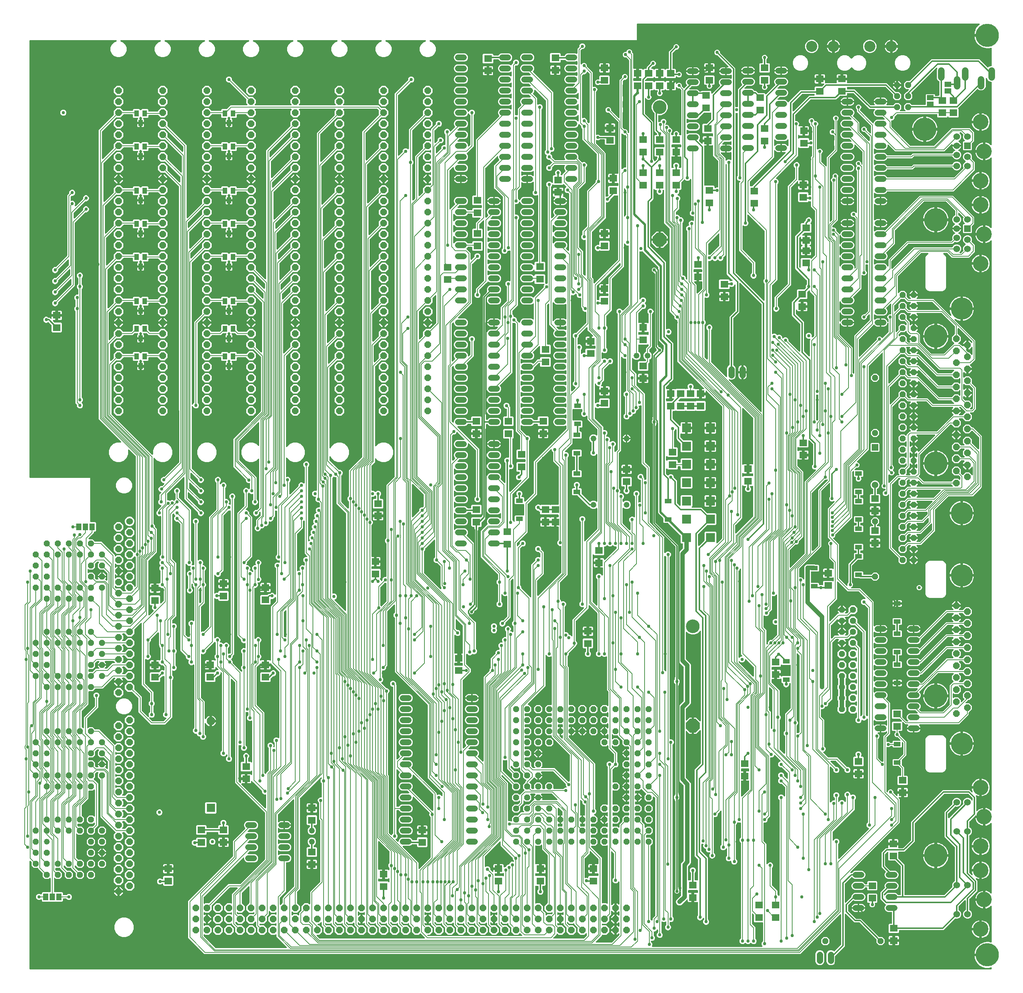
<source format=gbl>
G04 EAGLE Gerber RS-274X export*
G75*
%MOMM*%
%FSLAX34Y34*%
%LPD*%
%INBottom Copper*%
%IPPOS*%
%AMOC8*
5,1,8,0,0,1.08239X$1,22.5*%
G01*
%ADD10P,1.649562X8X112.500000*%
%ADD11R,1.000000X1.400000*%
%ADD12R,1.803000X1.600000*%
%ADD13C,1.524000*%
%ADD14C,1.320800*%
%ADD15P,1.429621X8X202.500000*%
%ADD16C,1.320800*%
%ADD17R,1.800000X1.600000*%
%ADD18P,1.539592X8X292.500000*%
%ADD19P,1.539592X8X112.500000*%
%ADD20R,1.600000X1.000000*%
%ADD21C,1.950000*%
%ADD22R,1.950000X1.950000*%
%ADD23P,1.649562X8X292.500000*%
%ADD24C,5.080000*%
%ADD25P,1.429621X8X22.500000*%
%ADD26P,1.429621X8X292.500000*%
%ADD27R,1.508000X1.508000*%
%ADD28C,1.508000*%
%ADD29P,1.429621X8X112.500000*%
%ADD30R,2.100000X2.100000*%
%ADD31C,3.149600*%
%ADD32P,3.409096X8X292.500000*%
%ADD33C,2.540000*%
%ADD34C,1.422400*%
%ADD35C,5.334000*%
%ADD36R,1.600200X1.168400*%
%ADD37C,1.508000*%
%ADD38R,1.168400X1.600200*%
%ADD39C,3.556000*%
%ADD40R,1.524000X1.524000*%
%ADD41C,0.756400*%
%ADD42C,0.304800*%
%ADD43C,0.152400*%
%ADD44C,0.508000*%
%ADD45C,1.056400*%
%ADD46C,1.016000*%

G36*
X1369567Y1841276D02*
X1369567Y1841276D01*
X1369564Y1841302D01*
X1369566Y1841328D01*
X1369544Y1841475D01*
X1369527Y1841622D01*
X1369518Y1841647D01*
X1369515Y1841673D01*
X1369460Y1841811D01*
X1369410Y1841950D01*
X1369396Y1841972D01*
X1369386Y1841997D01*
X1369301Y1842118D01*
X1369221Y1842243D01*
X1369202Y1842261D01*
X1369187Y1842283D01*
X1369077Y1842382D01*
X1368970Y1842485D01*
X1368948Y1842499D01*
X1368928Y1842516D01*
X1368798Y1842588D01*
X1368671Y1842664D01*
X1368646Y1842672D01*
X1368623Y1842685D01*
X1368480Y1842725D01*
X1368339Y1842770D01*
X1368313Y1842772D01*
X1368288Y1842780D01*
X1368044Y1842799D01*
X1366519Y1842799D01*
X1366519Y1842801D01*
X1368044Y1842801D01*
X1368070Y1842804D01*
X1368096Y1842802D01*
X1368243Y1842824D01*
X1368390Y1842841D01*
X1368415Y1842850D01*
X1368441Y1842853D01*
X1368579Y1842908D01*
X1368718Y1842958D01*
X1368740Y1842972D01*
X1368765Y1842982D01*
X1368886Y1843067D01*
X1369011Y1843147D01*
X1369029Y1843166D01*
X1369051Y1843181D01*
X1369150Y1843291D01*
X1369253Y1843398D01*
X1369267Y1843420D01*
X1369284Y1843440D01*
X1369356Y1843570D01*
X1369432Y1843697D01*
X1369440Y1843722D01*
X1369453Y1843745D01*
X1369493Y1843888D01*
X1369538Y1844029D01*
X1369540Y1844055D01*
X1369548Y1844080D01*
X1369567Y1844324D01*
X1369567Y1853341D01*
X1376426Y1853341D01*
X1376452Y1853344D01*
X1376478Y1853342D01*
X1376625Y1853364D01*
X1376772Y1853381D01*
X1376797Y1853389D01*
X1376823Y1853393D01*
X1376961Y1853448D01*
X1377100Y1853498D01*
X1377122Y1853512D01*
X1377147Y1853522D01*
X1377268Y1853607D01*
X1377393Y1853687D01*
X1377411Y1853706D01*
X1377433Y1853721D01*
X1377532Y1853831D01*
X1377635Y1853938D01*
X1377649Y1853960D01*
X1377666Y1853980D01*
X1377738Y1854110D01*
X1377814Y1854237D01*
X1377822Y1854262D01*
X1377835Y1854285D01*
X1377875Y1854428D01*
X1377920Y1854569D01*
X1377922Y1854595D01*
X1377930Y1854620D01*
X1377949Y1854864D01*
X1377949Y1972089D01*
X1377935Y1972215D01*
X1377928Y1972341D01*
X1377915Y1972387D01*
X1377909Y1972435D01*
X1377867Y1972554D01*
X1377832Y1972676D01*
X1377808Y1972718D01*
X1377792Y1972763D01*
X1377723Y1972870D01*
X1377662Y1972980D01*
X1377622Y1973026D01*
X1377603Y1973056D01*
X1377568Y1973090D01*
X1377503Y1973166D01*
X1357188Y1993481D01*
X1357089Y1993560D01*
X1356995Y1993644D01*
X1356953Y1993668D01*
X1356915Y1993698D01*
X1356801Y1993752D01*
X1356690Y1993813D01*
X1356644Y1993826D01*
X1356600Y1993847D01*
X1356477Y1993873D01*
X1356355Y1993908D01*
X1356294Y1993913D01*
X1356259Y1993920D01*
X1356211Y1993919D01*
X1356111Y1993927D01*
X1353832Y1993927D01*
X1351508Y1994890D01*
X1349730Y1996668D01*
X1348767Y1998992D01*
X1348767Y2001508D01*
X1349730Y2003832D01*
X1351508Y2005610D01*
X1353832Y2006573D01*
X1356348Y2006573D01*
X1358672Y2005610D01*
X1360450Y2003832D01*
X1361413Y2001508D01*
X1361413Y1999229D01*
X1361427Y1999103D01*
X1361434Y1998977D01*
X1361447Y1998931D01*
X1361453Y1998883D01*
X1361495Y1998764D01*
X1361530Y1998642D01*
X1361554Y1998600D01*
X1361570Y1998555D01*
X1361639Y1998448D01*
X1361700Y1998338D01*
X1361740Y1998292D01*
X1361759Y1998262D01*
X1361794Y1998228D01*
X1361859Y1998152D01*
X1369982Y1990029D01*
X1378397Y1981614D01*
X1378475Y1981551D01*
X1378548Y1981482D01*
X1378612Y1981443D01*
X1378670Y1981397D01*
X1378761Y1981354D01*
X1378847Y1981303D01*
X1378918Y1981280D01*
X1378985Y1981248D01*
X1379083Y1981227D01*
X1379179Y1981197D01*
X1379253Y1981191D01*
X1379326Y1981175D01*
X1379426Y1981177D01*
X1379526Y1981169D01*
X1379600Y1981180D01*
X1379674Y1981181D01*
X1379771Y1981205D01*
X1379871Y1981220D01*
X1379940Y1981248D01*
X1380012Y1981266D01*
X1380102Y1981312D01*
X1380195Y1981349D01*
X1380256Y1981391D01*
X1380322Y1981426D01*
X1380399Y1981491D01*
X1380481Y1981548D01*
X1380531Y1981603D01*
X1380587Y1981651D01*
X1380647Y1981732D01*
X1380714Y1981807D01*
X1380750Y1981872D01*
X1380795Y1981932D01*
X1380834Y1982024D01*
X1380883Y1982112D01*
X1380903Y1982183D01*
X1380933Y1982252D01*
X1380950Y1982350D01*
X1380978Y1982447D01*
X1380986Y1982547D01*
X1380994Y1982595D01*
X1380992Y1982630D01*
X1380997Y1982691D01*
X1380997Y2068928D01*
X1383378Y2071309D01*
X1386421Y2074352D01*
X1386500Y2074451D01*
X1386584Y2074545D01*
X1386608Y2074587D01*
X1386638Y2074625D01*
X1386692Y2074739D01*
X1386753Y2074850D01*
X1386766Y2074896D01*
X1386787Y2074940D01*
X1386813Y2075063D01*
X1386848Y2075185D01*
X1386853Y2075246D01*
X1386860Y2075281D01*
X1386859Y2075329D01*
X1386867Y2075429D01*
X1386867Y2077708D01*
X1387830Y2080032D01*
X1389608Y2081810D01*
X1391932Y2082773D01*
X1394448Y2082773D01*
X1396772Y2081810D01*
X1398550Y2080032D01*
X1399513Y2077708D01*
X1399513Y2075192D01*
X1398550Y2072868D01*
X1396859Y2071177D01*
X1396843Y2071157D01*
X1396823Y2071140D01*
X1396777Y2071077D01*
X1396742Y2071042D01*
X1396714Y2070994D01*
X1396642Y2070904D01*
X1396631Y2070880D01*
X1396615Y2070859D01*
X1396570Y2070754D01*
X1396563Y2070743D01*
X1396558Y2070726D01*
X1396557Y2070723D01*
X1396493Y2070589D01*
X1396488Y2070563D01*
X1396477Y2070539D01*
X1396454Y2070408D01*
X1394549Y2069619D01*
X1392379Y2069619D01*
X1392254Y2069605D01*
X1392128Y2069598D01*
X1392081Y2069585D01*
X1392033Y2069579D01*
X1391914Y2069537D01*
X1391793Y2069502D01*
X1391751Y2069478D01*
X1391705Y2069462D01*
X1391599Y2069393D01*
X1391489Y2069332D01*
X1391442Y2069292D01*
X1391412Y2069273D01*
X1391396Y2069256D01*
X1391395Y2069255D01*
X1391375Y2069235D01*
X1391302Y2069173D01*
X1388557Y2066428D01*
X1388478Y2066329D01*
X1388394Y2066235D01*
X1388370Y2066193D01*
X1388340Y2066155D01*
X1388286Y2066041D01*
X1388225Y2065930D01*
X1388212Y2065883D01*
X1388191Y2065840D01*
X1388165Y2065716D01*
X1388130Y2065594D01*
X1388125Y2065534D01*
X1388118Y2065499D01*
X1388119Y2065451D01*
X1388111Y2065351D01*
X1388111Y2058075D01*
X1388103Y2058066D01*
X1388083Y2058052D01*
X1387986Y2057937D01*
X1387886Y2057825D01*
X1387874Y2057804D01*
X1387858Y2057786D01*
X1387790Y2057652D01*
X1387717Y2057520D01*
X1387711Y2057497D01*
X1387700Y2057475D01*
X1387663Y2057330D01*
X1387622Y2057185D01*
X1387620Y2057156D01*
X1387615Y2057137D01*
X1387615Y2057090D01*
X1387603Y2056941D01*
X1387603Y2032459D01*
X1387620Y2032309D01*
X1387632Y2032160D01*
X1387640Y2032137D01*
X1387643Y2032113D01*
X1387693Y2031972D01*
X1387739Y2031828D01*
X1387752Y2031808D01*
X1387760Y2031785D01*
X1387842Y2031658D01*
X1387919Y2031530D01*
X1387936Y2031512D01*
X1387949Y2031492D01*
X1388057Y2031387D01*
X1388111Y2031332D01*
X1388111Y2019975D01*
X1388103Y2019966D01*
X1388083Y2019952D01*
X1387986Y2019837D01*
X1387886Y2019725D01*
X1387874Y2019704D01*
X1387858Y2019686D01*
X1387790Y2019552D01*
X1387717Y2019420D01*
X1387711Y2019397D01*
X1387700Y2019375D01*
X1387663Y2019230D01*
X1387622Y2019085D01*
X1387620Y2019056D01*
X1387615Y2019037D01*
X1387615Y2018990D01*
X1387603Y2018841D01*
X1387603Y2007059D01*
X1387620Y2006910D01*
X1387632Y2006760D01*
X1387640Y2006737D01*
X1387643Y2006713D01*
X1387693Y2006572D01*
X1387739Y2006428D01*
X1387752Y2006408D01*
X1387760Y2006385D01*
X1387842Y2006258D01*
X1387919Y2006130D01*
X1387936Y2006112D01*
X1387949Y2006092D01*
X1388057Y2005987D01*
X1388111Y2005932D01*
X1388111Y1994575D01*
X1388103Y1994566D01*
X1388083Y1994552D01*
X1387986Y1994437D01*
X1387886Y1994325D01*
X1387874Y1994304D01*
X1387858Y1994286D01*
X1387790Y1994152D01*
X1387717Y1994020D01*
X1387711Y1993997D01*
X1387700Y1993975D01*
X1387663Y1993830D01*
X1387622Y1993685D01*
X1387620Y1993656D01*
X1387615Y1993637D01*
X1387615Y1993590D01*
X1387603Y1993441D01*
X1387603Y1960339D01*
X1387617Y1960213D01*
X1387624Y1960087D01*
X1387637Y1960041D01*
X1387643Y1959993D01*
X1387685Y1959874D01*
X1387720Y1959752D01*
X1387744Y1959710D01*
X1387760Y1959665D01*
X1387829Y1959558D01*
X1387890Y1959448D01*
X1387930Y1959402D01*
X1387949Y1959372D01*
X1387984Y1959338D01*
X1388049Y1959262D01*
X1391092Y1956219D01*
X1391191Y1956140D01*
X1391285Y1956056D01*
X1391327Y1956032D01*
X1391365Y1956002D01*
X1391479Y1955948D01*
X1391590Y1955887D01*
X1391636Y1955874D01*
X1391680Y1955853D01*
X1391803Y1955827D01*
X1391925Y1955792D01*
X1391986Y1955787D01*
X1392021Y1955780D01*
X1392069Y1955781D01*
X1392169Y1955773D01*
X1394448Y1955773D01*
X1396772Y1954810D01*
X1398550Y1953032D01*
X1399513Y1950708D01*
X1399513Y1948429D01*
X1399527Y1948304D01*
X1399534Y1948178D01*
X1399547Y1948131D01*
X1399553Y1948083D01*
X1399595Y1947964D01*
X1399630Y1947843D01*
X1399654Y1947801D01*
X1399670Y1947755D01*
X1399739Y1947649D01*
X1399800Y1947539D01*
X1399840Y1947492D01*
X1399859Y1947462D01*
X1399885Y1947436D01*
X1399887Y1947434D01*
X1399898Y1947423D01*
X1399958Y1947352D01*
X1399986Y1947324D01*
X1400065Y1947262D01*
X1400138Y1947192D01*
X1400201Y1947154D01*
X1400259Y1947108D01*
X1400350Y1947065D01*
X1400437Y1947013D01*
X1400507Y1946990D01*
X1400574Y1946959D01*
X1400673Y1946937D01*
X1400769Y1946907D01*
X1400843Y1946901D01*
X1400915Y1946885D01*
X1401016Y1946887D01*
X1401116Y1946879D01*
X1401189Y1946890D01*
X1401263Y1946891D01*
X1401361Y1946915D01*
X1401461Y1946930D01*
X1401530Y1946958D01*
X1401601Y1946976D01*
X1401691Y1947022D01*
X1401785Y1947059D01*
X1401846Y1947101D01*
X1401911Y1947135D01*
X1401988Y1947200D01*
X1402071Y1947258D01*
X1402120Y1947313D01*
X1402177Y1947361D01*
X1402237Y1947442D01*
X1402304Y1947517D01*
X1402340Y1947581D01*
X1402384Y1947641D01*
X1402424Y1947733D01*
X1402473Y1947822D01*
X1402493Y1947893D01*
X1402522Y1947961D01*
X1402540Y1948060D01*
X1402568Y1948157D01*
X1402576Y1948257D01*
X1402584Y1948304D01*
X1402582Y1948340D01*
X1402587Y1948401D01*
X1402587Y2113821D01*
X1402573Y2113947D01*
X1402566Y2114073D01*
X1402553Y2114119D01*
X1402547Y2114167D01*
X1402505Y2114286D01*
X1402470Y2114408D01*
X1402446Y2114450D01*
X1402430Y2114495D01*
X1402361Y2114602D01*
X1402300Y2114712D01*
X1402260Y2114758D01*
X1402241Y2114788D01*
X1402206Y2114822D01*
X1402141Y2114898D01*
X1396558Y2120481D01*
X1396459Y2120560D01*
X1396365Y2120644D01*
X1396323Y2120668D01*
X1396285Y2120698D01*
X1396171Y2120752D01*
X1396060Y2120813D01*
X1396014Y2120826D01*
X1395970Y2120847D01*
X1395847Y2120873D01*
X1395725Y2120908D01*
X1395664Y2120913D01*
X1395629Y2120920D01*
X1395581Y2120919D01*
X1395481Y2120927D01*
X1393202Y2120927D01*
X1390878Y2121890D01*
X1389100Y2123668D01*
X1388137Y2125992D01*
X1388137Y2128508D01*
X1389100Y2130832D01*
X1390878Y2132610D01*
X1393202Y2133573D01*
X1395504Y2133573D01*
X1395530Y2133576D01*
X1395556Y2133574D01*
X1395703Y2133596D01*
X1395850Y2133613D01*
X1395875Y2133621D01*
X1395901Y2133625D01*
X1396039Y2133680D01*
X1396178Y2133730D01*
X1396200Y2133744D01*
X1396225Y2133754D01*
X1396346Y2133839D01*
X1396471Y2133919D01*
X1396489Y2133938D01*
X1396511Y2133953D01*
X1396610Y2134063D01*
X1396713Y2134170D01*
X1396727Y2134192D01*
X1396744Y2134212D01*
X1396816Y2134342D01*
X1396892Y2134469D01*
X1396900Y2134494D01*
X1396913Y2134517D01*
X1396953Y2134660D01*
X1396980Y2134744D01*
X1397990Y2137182D01*
X1399768Y2138960D01*
X1402092Y2139923D01*
X1404608Y2139923D01*
X1406932Y2138960D01*
X1408710Y2137182D01*
X1409673Y2134858D01*
X1409673Y2132579D01*
X1409687Y2132453D01*
X1409694Y2132327D01*
X1409707Y2132281D01*
X1409713Y2132233D01*
X1409755Y2132114D01*
X1409790Y2131992D01*
X1409814Y2131950D01*
X1409830Y2131905D01*
X1409860Y2131858D01*
X1409864Y2131848D01*
X1409898Y2131799D01*
X1409899Y2131798D01*
X1409960Y2131688D01*
X1410000Y2131642D01*
X1410019Y2131612D01*
X1410048Y2131584D01*
X1410063Y2131562D01*
X1410083Y2131544D01*
X1410119Y2131502D01*
X1412241Y2129380D01*
X1412241Y2096164D01*
X1412244Y2096138D01*
X1412242Y2096112D01*
X1412264Y2095965D01*
X1412281Y2095818D01*
X1412289Y2095793D01*
X1412293Y2095767D01*
X1412348Y2095629D01*
X1412398Y2095490D01*
X1412412Y2095468D01*
X1412422Y2095443D01*
X1412507Y2095322D01*
X1412587Y2095197D01*
X1412606Y2095179D01*
X1412621Y2095157D01*
X1412731Y2095058D01*
X1412838Y2094955D01*
X1412860Y2094941D01*
X1412880Y2094924D01*
X1413010Y2094852D01*
X1413137Y2094776D01*
X1413162Y2094768D01*
X1413185Y2094755D01*
X1413328Y2094715D01*
X1413469Y2094670D01*
X1413495Y2094668D01*
X1413520Y2094660D01*
X1413764Y2094641D01*
X1419353Y2094641D01*
X1419353Y2085624D01*
X1419356Y2085598D01*
X1419354Y2085572D01*
X1419376Y2085425D01*
X1419393Y2085278D01*
X1419401Y2085253D01*
X1419405Y2085227D01*
X1419460Y2085089D01*
X1419510Y2084950D01*
X1419524Y2084928D01*
X1419534Y2084903D01*
X1419619Y2084782D01*
X1419699Y2084657D01*
X1419718Y2084639D01*
X1419733Y2084617D01*
X1419843Y2084518D01*
X1419950Y2084415D01*
X1419972Y2084401D01*
X1419992Y2084384D01*
X1420122Y2084312D01*
X1420249Y2084236D01*
X1420274Y2084228D01*
X1420297Y2084215D01*
X1420440Y2084175D01*
X1420581Y2084130D01*
X1420607Y2084128D01*
X1420632Y2084120D01*
X1420876Y2084101D01*
X1423924Y2084101D01*
X1423950Y2084104D01*
X1423976Y2084102D01*
X1424123Y2084124D01*
X1424270Y2084141D01*
X1424295Y2084150D01*
X1424321Y2084153D01*
X1424459Y2084208D01*
X1424598Y2084258D01*
X1424620Y2084272D01*
X1424645Y2084282D01*
X1424766Y2084367D01*
X1424891Y2084447D01*
X1424909Y2084466D01*
X1424931Y2084481D01*
X1425030Y2084591D01*
X1425133Y2084698D01*
X1425147Y2084720D01*
X1425164Y2084740D01*
X1425236Y2084870D01*
X1425312Y2084997D01*
X1425320Y2085022D01*
X1425333Y2085045D01*
X1425373Y2085188D01*
X1425418Y2085329D01*
X1425420Y2085355D01*
X1425428Y2085380D01*
X1425447Y2085624D01*
X1425447Y2094641D01*
X1431735Y2094641D01*
X1432381Y2094468D01*
X1432960Y2094133D01*
X1433433Y2093660D01*
X1433575Y2093415D01*
X1433605Y2093374D01*
X1433629Y2093328D01*
X1433709Y2093234D01*
X1433782Y2093135D01*
X1433821Y2093102D01*
X1433854Y2093063D01*
X1433954Y2092989D01*
X1434048Y2092909D01*
X1434094Y2092886D01*
X1434135Y2092856D01*
X1434248Y2092807D01*
X1434358Y2092750D01*
X1434408Y2092738D01*
X1434455Y2092718D01*
X1434576Y2092696D01*
X1434696Y2092666D01*
X1434747Y2092665D01*
X1434798Y2092656D01*
X1434921Y2092662D01*
X1435045Y2092661D01*
X1435095Y2092671D01*
X1435146Y2092674D01*
X1435265Y2092708D01*
X1435386Y2092735D01*
X1435432Y2092756D01*
X1435481Y2092771D01*
X1435589Y2092831D01*
X1435700Y2092884D01*
X1435740Y2092916D01*
X1435785Y2092941D01*
X1435971Y2093099D01*
X1435973Y2093101D01*
X1437733Y2094861D01*
X1442212Y2094861D01*
X1442238Y2094864D01*
X1442264Y2094862D01*
X1442411Y2094884D01*
X1442558Y2094901D01*
X1442583Y2094909D01*
X1442609Y2094913D01*
X1442747Y2094968D01*
X1442886Y2095018D01*
X1442908Y2095032D01*
X1442933Y2095042D01*
X1443054Y2095127D01*
X1443179Y2095207D01*
X1443197Y2095226D01*
X1443219Y2095241D01*
X1443318Y2095351D01*
X1443421Y2095458D01*
X1443435Y2095480D01*
X1443452Y2095500D01*
X1443524Y2095630D01*
X1443600Y2095757D01*
X1443608Y2095782D01*
X1443621Y2095805D01*
X1443661Y2095948D01*
X1443706Y2096089D01*
X1443708Y2096115D01*
X1443716Y2096140D01*
X1443735Y2096384D01*
X1443735Y2098454D01*
X1451191Y2105910D01*
X1451270Y2106009D01*
X1451354Y2106102D01*
X1451378Y2106145D01*
X1451408Y2106183D01*
X1451462Y2106297D01*
X1451523Y2106407D01*
X1451536Y2106454D01*
X1451557Y2106498D01*
X1451583Y2106621D01*
X1451618Y2106743D01*
X1451623Y2106804D01*
X1451630Y2106838D01*
X1451629Y2106886D01*
X1451637Y2106987D01*
X1451637Y2108188D01*
X1452600Y2110512D01*
X1454378Y2112290D01*
X1456702Y2113253D01*
X1459218Y2113253D01*
X1461542Y2112290D01*
X1463320Y2110512D01*
X1464283Y2108188D01*
X1464283Y2105672D01*
X1463320Y2103348D01*
X1461542Y2101570D01*
X1459218Y2100607D01*
X1458017Y2100607D01*
X1457891Y2100593D01*
X1457765Y2100586D01*
X1457718Y2100573D01*
X1457670Y2100567D01*
X1457551Y2100525D01*
X1457430Y2100490D01*
X1457388Y2100466D01*
X1457342Y2100450D01*
X1457236Y2100381D01*
X1457126Y2100320D01*
X1457080Y2100280D01*
X1457050Y2100261D01*
X1457025Y2100236D01*
X1457023Y2100234D01*
X1457011Y2100222D01*
X1456940Y2100161D01*
X1454239Y2097461D01*
X1454177Y2097383D01*
X1454107Y2097310D01*
X1454069Y2097246D01*
X1454023Y2097188D01*
X1453980Y2097097D01*
X1453928Y2097011D01*
X1453906Y2096940D01*
X1453874Y2096873D01*
X1453853Y2096775D01*
X1453822Y2096679D01*
X1453816Y2096605D01*
X1453801Y2096532D01*
X1453802Y2096432D01*
X1453794Y2096332D01*
X1453805Y2096258D01*
X1453807Y2096184D01*
X1453831Y2096087D01*
X1453846Y2095987D01*
X1453873Y2095918D01*
X1453892Y2095846D01*
X1453938Y2095757D01*
X1453975Y2095663D01*
X1454017Y2095602D01*
X1454051Y2095536D01*
X1454116Y2095460D01*
X1454174Y2095377D01*
X1454229Y2095327D01*
X1454277Y2095271D01*
X1454358Y2095211D01*
X1454432Y2095144D01*
X1454497Y2095108D01*
X1454557Y2095063D01*
X1454650Y2095024D01*
X1454737Y2094975D01*
X1454809Y2094955D01*
X1454877Y2094925D01*
X1454976Y2094908D01*
X1455073Y2094880D01*
X1455173Y2094872D01*
X1455220Y2094864D01*
X1455256Y2094866D01*
X1455317Y2094861D01*
X1457867Y2094861D01*
X1459539Y2093189D01*
X1459579Y2093158D01*
X1459613Y2093120D01*
X1459715Y2093049D01*
X1459812Y2092973D01*
X1459858Y2092951D01*
X1459900Y2092922D01*
X1460015Y2092877D01*
X1460127Y2092824D01*
X1460177Y2092813D01*
X1460224Y2092794D01*
X1460347Y2092776D01*
X1460468Y2092750D01*
X1460519Y2092751D01*
X1460569Y2092744D01*
X1460693Y2092754D01*
X1460816Y2092756D01*
X1460866Y2092769D01*
X1460917Y2092773D01*
X1461034Y2092811D01*
X1461154Y2092841D01*
X1461200Y2092865D01*
X1461248Y2092880D01*
X1461354Y2092944D01*
X1461464Y2093001D01*
X1461503Y2093034D01*
X1461547Y2093060D01*
X1461635Y2093147D01*
X1461729Y2093227D01*
X1461760Y2093268D01*
X1461796Y2093303D01*
X1461935Y2093505D01*
X1462152Y2093880D01*
X1462625Y2094353D01*
X1463204Y2094688D01*
X1463850Y2094861D01*
X1470153Y2094861D01*
X1470153Y2085844D01*
X1470156Y2085818D01*
X1470154Y2085792D01*
X1470176Y2085645D01*
X1470193Y2085498D01*
X1470201Y2085473D01*
X1470205Y2085447D01*
X1470260Y2085309D01*
X1470310Y2085170D01*
X1470324Y2085148D01*
X1470334Y2085123D01*
X1470419Y2085002D01*
X1470499Y2084877D01*
X1470518Y2084859D01*
X1470533Y2084837D01*
X1470643Y2084738D01*
X1470750Y2084635D01*
X1470772Y2084621D01*
X1470792Y2084604D01*
X1470922Y2084532D01*
X1471049Y2084456D01*
X1471074Y2084448D01*
X1471097Y2084435D01*
X1471240Y2084395D01*
X1471381Y2084350D01*
X1471407Y2084348D01*
X1471432Y2084340D01*
X1471676Y2084321D01*
X1474724Y2084321D01*
X1474750Y2084324D01*
X1474776Y2084322D01*
X1474923Y2084344D01*
X1475070Y2084361D01*
X1475095Y2084370D01*
X1475121Y2084373D01*
X1475259Y2084428D01*
X1475398Y2084478D01*
X1475420Y2084492D01*
X1475445Y2084502D01*
X1475566Y2084587D01*
X1475691Y2084667D01*
X1475709Y2084686D01*
X1475731Y2084701D01*
X1475830Y2084811D01*
X1475933Y2084918D01*
X1475947Y2084940D01*
X1475964Y2084960D01*
X1476036Y2085090D01*
X1476112Y2085217D01*
X1476120Y2085242D01*
X1476133Y2085265D01*
X1476173Y2085408D01*
X1476218Y2085549D01*
X1476220Y2085575D01*
X1476228Y2085600D01*
X1476247Y2085844D01*
X1476247Y2094861D01*
X1482550Y2094861D01*
X1483196Y2094688D01*
X1483775Y2094353D01*
X1484248Y2093880D01*
X1484551Y2093356D01*
X1484581Y2093315D01*
X1484605Y2093269D01*
X1484685Y2093175D01*
X1484759Y2093076D01*
X1484797Y2093043D01*
X1484830Y2093004D01*
X1484930Y2092931D01*
X1485024Y2092850D01*
X1485070Y2092827D01*
X1485111Y2092797D01*
X1485224Y2092748D01*
X1485334Y2092691D01*
X1485384Y2092679D01*
X1485431Y2092659D01*
X1485552Y2092637D01*
X1485673Y2092607D01*
X1485724Y2092606D01*
X1485774Y2092597D01*
X1485897Y2092603D01*
X1486021Y2092602D01*
X1486071Y2092612D01*
X1486122Y2092615D01*
X1486241Y2092649D01*
X1486362Y2092676D01*
X1486408Y2092697D01*
X1486457Y2092712D01*
X1486565Y2092772D01*
X1486676Y2092825D01*
X1486716Y2092857D01*
X1486761Y2092882D01*
X1486947Y2093040D01*
X1488548Y2094641D01*
X1493012Y2094641D01*
X1493038Y2094644D01*
X1493064Y2094642D01*
X1493211Y2094664D01*
X1493358Y2094681D01*
X1493383Y2094689D01*
X1493409Y2094693D01*
X1493547Y2094748D01*
X1493686Y2094798D01*
X1493708Y2094812D01*
X1493733Y2094822D01*
X1493854Y2094907D01*
X1493979Y2094987D01*
X1493997Y2095006D01*
X1494019Y2095021D01*
X1494118Y2095131D01*
X1494221Y2095238D01*
X1494235Y2095260D01*
X1494252Y2095280D01*
X1494324Y2095410D01*
X1494400Y2095537D01*
X1494408Y2095562D01*
X1494421Y2095585D01*
X1494461Y2095728D01*
X1494506Y2095869D01*
X1494508Y2095895D01*
X1494516Y2095920D01*
X1494535Y2096164D01*
X1494535Y2134014D01*
X1497362Y2136841D01*
X1504531Y2144010D01*
X1504610Y2144109D01*
X1504694Y2144202D01*
X1504718Y2144245D01*
X1504748Y2144283D01*
X1504802Y2144397D01*
X1504863Y2144507D01*
X1504876Y2144554D01*
X1504897Y2144598D01*
X1504923Y2144721D01*
X1504958Y2144843D01*
X1504963Y2144904D01*
X1504970Y2144938D01*
X1504969Y2144986D01*
X1504977Y2145087D01*
X1504977Y2146288D01*
X1505940Y2148612D01*
X1507718Y2150390D01*
X1510042Y2151353D01*
X1512558Y2151353D01*
X1514882Y2150390D01*
X1516660Y2148612D01*
X1517623Y2146288D01*
X1517623Y2143772D01*
X1516660Y2141448D01*
X1514882Y2139670D01*
X1512558Y2138707D01*
X1511357Y2138707D01*
X1511231Y2138693D01*
X1511105Y2138686D01*
X1511058Y2138673D01*
X1511010Y2138667D01*
X1510891Y2138625D01*
X1510770Y2138590D01*
X1510728Y2138566D01*
X1510682Y2138550D01*
X1510576Y2138481D01*
X1510466Y2138420D01*
X1510419Y2138380D01*
X1510389Y2138361D01*
X1510356Y2138326D01*
X1510280Y2138261D01*
X1503111Y2131092D01*
X1503032Y2130993D01*
X1502948Y2130900D01*
X1502924Y2130857D01*
X1502894Y2130819D01*
X1502840Y2130705D01*
X1502779Y2130595D01*
X1502766Y2130548D01*
X1502745Y2130504D01*
X1502719Y2130381D01*
X1502684Y2130259D01*
X1502679Y2130198D01*
X1502672Y2130164D01*
X1502673Y2130116D01*
X1502665Y2130015D01*
X1502665Y2096164D01*
X1502668Y2096138D01*
X1502666Y2096112D01*
X1502688Y2095965D01*
X1502705Y2095818D01*
X1502713Y2095793D01*
X1502717Y2095767D01*
X1502772Y2095629D01*
X1502822Y2095490D01*
X1502836Y2095468D01*
X1502846Y2095443D01*
X1502931Y2095322D01*
X1503011Y2095197D01*
X1503030Y2095179D01*
X1503045Y2095157D01*
X1503155Y2095058D01*
X1503262Y2094955D01*
X1503284Y2094941D01*
X1503304Y2094924D01*
X1503434Y2094852D01*
X1503561Y2094776D01*
X1503586Y2094768D01*
X1503609Y2094755D01*
X1503752Y2094715D01*
X1503893Y2094670D01*
X1503919Y2094668D01*
X1503944Y2094660D01*
X1504188Y2094641D01*
X1508652Y2094641D01*
X1510141Y2093152D01*
X1510141Y2087118D01*
X1510144Y2087092D01*
X1510142Y2087066D01*
X1510164Y2086919D01*
X1510181Y2086772D01*
X1510189Y2086747D01*
X1510193Y2086721D01*
X1510248Y2086583D01*
X1510298Y2086444D01*
X1510312Y2086422D01*
X1510322Y2086397D01*
X1510407Y2086276D01*
X1510487Y2086151D01*
X1510506Y2086133D01*
X1510521Y2086111D01*
X1510631Y2086012D01*
X1510738Y2085909D01*
X1510760Y2085895D01*
X1510780Y2085878D01*
X1510910Y2085806D01*
X1511037Y2085730D01*
X1511062Y2085722D01*
X1511085Y2085709D01*
X1511228Y2085669D01*
X1511369Y2085624D01*
X1511395Y2085622D01*
X1511420Y2085614D01*
X1511664Y2085595D01*
X1512142Y2085595D01*
X1512268Y2085609D01*
X1512394Y2085616D01*
X1512440Y2085629D01*
X1512488Y2085635D01*
X1512607Y2085677D01*
X1512729Y2085712D01*
X1512771Y2085736D01*
X1512816Y2085752D01*
X1512923Y2085821D01*
X1513033Y2085882D01*
X1513079Y2085922D01*
X1513109Y2085941D01*
X1513143Y2085976D01*
X1513219Y2086041D01*
X1514068Y2086890D01*
X1516392Y2087853D01*
X1518908Y2087853D01*
X1521232Y2086890D01*
X1523010Y2085112D01*
X1523973Y2082788D01*
X1523973Y2080272D01*
X1523010Y2077948D01*
X1521232Y2076170D01*
X1518908Y2075207D01*
X1516392Y2075207D01*
X1514068Y2076170D01*
X1513219Y2077019D01*
X1513120Y2077098D01*
X1513026Y2077182D01*
X1512984Y2077206D01*
X1512946Y2077236D01*
X1512832Y2077290D01*
X1512721Y2077351D01*
X1512675Y2077364D01*
X1512631Y2077385D01*
X1512508Y2077411D01*
X1512386Y2077446D01*
X1512325Y2077451D01*
X1512290Y2077458D01*
X1512242Y2077457D01*
X1512142Y2077465D01*
X1511664Y2077465D01*
X1511638Y2077462D01*
X1511612Y2077464D01*
X1511465Y2077442D01*
X1511318Y2077425D01*
X1511293Y2077417D01*
X1511267Y2077413D01*
X1511129Y2077358D01*
X1510990Y2077308D01*
X1510968Y2077294D01*
X1510943Y2077284D01*
X1510822Y2077199D01*
X1510697Y2077119D01*
X1510679Y2077100D01*
X1510657Y2077085D01*
X1510558Y2076975D01*
X1510455Y2076868D01*
X1510441Y2076846D01*
X1510424Y2076826D01*
X1510352Y2076696D01*
X1510276Y2076569D01*
X1510268Y2076544D01*
X1510255Y2076521D01*
X1510215Y2076378D01*
X1510170Y2076237D01*
X1510168Y2076211D01*
X1510160Y2076186D01*
X1510141Y2075942D01*
X1510141Y2075048D01*
X1508652Y2073559D01*
X1488548Y2073559D01*
X1486786Y2075321D01*
X1486746Y2075352D01*
X1486712Y2075390D01*
X1486610Y2075461D01*
X1486513Y2075537D01*
X1486467Y2075559D01*
X1486425Y2075588D01*
X1486310Y2075634D01*
X1486198Y2075686D01*
X1486148Y2075697D01*
X1486101Y2075716D01*
X1485978Y2075734D01*
X1485857Y2075760D01*
X1485806Y2075759D01*
X1485756Y2075766D01*
X1485632Y2075756D01*
X1485509Y2075754D01*
X1485459Y2075741D01*
X1485408Y2075737D01*
X1485291Y2075699D01*
X1485171Y2075669D01*
X1485125Y2075645D01*
X1485077Y2075630D01*
X1484971Y2075566D01*
X1484861Y2075509D01*
X1484822Y2075476D01*
X1484778Y2075450D01*
X1484690Y2075364D01*
X1484596Y2075283D01*
X1484565Y2075242D01*
X1484529Y2075207D01*
X1484390Y2075005D01*
X1484389Y2075003D01*
X1484388Y2075003D01*
X1484248Y2074760D01*
X1483775Y2074287D01*
X1483196Y2073952D01*
X1482550Y2073779D01*
X1476247Y2073779D01*
X1476247Y2082796D01*
X1476244Y2082822D01*
X1476246Y2082848D01*
X1476224Y2082995D01*
X1476207Y2083142D01*
X1476198Y2083167D01*
X1476195Y2083193D01*
X1476140Y2083330D01*
X1476090Y2083470D01*
X1476076Y2083492D01*
X1476066Y2083517D01*
X1475982Y2083638D01*
X1475901Y2083763D01*
X1475882Y2083781D01*
X1475867Y2083803D01*
X1475757Y2083902D01*
X1475650Y2084005D01*
X1475628Y2084019D01*
X1475608Y2084036D01*
X1475478Y2084108D01*
X1475351Y2084184D01*
X1475326Y2084192D01*
X1475303Y2084205D01*
X1475160Y2084245D01*
X1475019Y2084290D01*
X1474993Y2084292D01*
X1474968Y2084300D01*
X1474724Y2084319D01*
X1471676Y2084319D01*
X1471650Y2084316D01*
X1471624Y2084318D01*
X1471477Y2084296D01*
X1471330Y2084279D01*
X1471305Y2084270D01*
X1471279Y2084267D01*
X1471141Y2084212D01*
X1471002Y2084162D01*
X1470980Y2084148D01*
X1470955Y2084138D01*
X1470834Y2084053D01*
X1470709Y2083973D01*
X1470691Y2083954D01*
X1470669Y2083939D01*
X1470570Y2083829D01*
X1470467Y2083722D01*
X1470453Y2083700D01*
X1470436Y2083680D01*
X1470364Y2083550D01*
X1470288Y2083423D01*
X1470280Y2083398D01*
X1470267Y2083375D01*
X1470227Y2083232D01*
X1470182Y2083091D01*
X1470180Y2083065D01*
X1470172Y2083040D01*
X1470153Y2082796D01*
X1470153Y2073779D01*
X1463850Y2073779D01*
X1463204Y2073952D01*
X1462625Y2074287D01*
X1462152Y2074760D01*
X1461935Y2075135D01*
X1461905Y2075176D01*
X1461881Y2075222D01*
X1461801Y2075316D01*
X1461728Y2075415D01*
X1461689Y2075448D01*
X1461656Y2075487D01*
X1461556Y2075561D01*
X1461462Y2075641D01*
X1461416Y2075664D01*
X1461375Y2075694D01*
X1461262Y2075743D01*
X1461152Y2075800D01*
X1461102Y2075812D01*
X1461055Y2075832D01*
X1460934Y2075854D01*
X1460814Y2075884D01*
X1460762Y2075885D01*
X1460712Y2075894D01*
X1460589Y2075888D01*
X1460465Y2075889D01*
X1460415Y2075879D01*
X1460364Y2075876D01*
X1460245Y2075842D01*
X1460124Y2075815D01*
X1460078Y2075794D01*
X1460029Y2075779D01*
X1459921Y2075719D01*
X1459810Y2075666D01*
X1459770Y2075634D01*
X1459725Y2075609D01*
X1459539Y2075451D01*
X1457867Y2073779D01*
X1445159Y2073779D01*
X1445033Y2073765D01*
X1444907Y2073758D01*
X1444860Y2073745D01*
X1444812Y2073739D01*
X1444693Y2073697D01*
X1444572Y2073662D01*
X1444530Y2073638D01*
X1444484Y2073622D01*
X1444378Y2073553D01*
X1444268Y2073492D01*
X1444222Y2073452D01*
X1444192Y2073433D01*
X1444158Y2073398D01*
X1444082Y2073333D01*
X1439769Y2069021D01*
X1439707Y2068943D01*
X1439637Y2068870D01*
X1439599Y2068806D01*
X1439553Y2068748D01*
X1439510Y2068657D01*
X1439458Y2068571D01*
X1439436Y2068500D01*
X1439404Y2068433D01*
X1439383Y2068335D01*
X1439352Y2068239D01*
X1439346Y2068165D01*
X1439331Y2068092D01*
X1439332Y2067992D01*
X1439324Y2067892D01*
X1439335Y2067818D01*
X1439337Y2067744D01*
X1439361Y2067647D01*
X1439376Y2067547D01*
X1439403Y2067478D01*
X1439422Y2067406D01*
X1439468Y2067316D01*
X1439505Y2067223D01*
X1439547Y2067162D01*
X1439581Y2067096D01*
X1439646Y2067019D01*
X1439704Y2066937D01*
X1439759Y2066887D01*
X1439807Y2066831D01*
X1439888Y2066771D01*
X1439962Y2066704D01*
X1440027Y2066668D01*
X1440087Y2066623D01*
X1440180Y2066584D01*
X1440267Y2066535D01*
X1440339Y2066515D01*
X1440407Y2066485D01*
X1440506Y2066468D01*
X1440603Y2066440D01*
X1440703Y2066432D01*
X1440750Y2066424D01*
X1440786Y2066426D01*
X1440847Y2066421D01*
X1457867Y2066421D01*
X1459423Y2064865D01*
X1459443Y2064849D01*
X1459460Y2064829D01*
X1459580Y2064741D01*
X1459696Y2064649D01*
X1459720Y2064637D01*
X1459741Y2064622D01*
X1459877Y2064563D01*
X1460011Y2064500D01*
X1460037Y2064494D01*
X1460061Y2064484D01*
X1460207Y2064458D01*
X1460352Y2064426D01*
X1460378Y2064427D01*
X1460404Y2064422D01*
X1460552Y2064430D01*
X1460700Y2064432D01*
X1460726Y2064439D01*
X1460752Y2064440D01*
X1460894Y2064481D01*
X1461038Y2064517D01*
X1461061Y2064529D01*
X1461087Y2064537D01*
X1461216Y2064609D01*
X1461348Y2064677D01*
X1461368Y2064694D01*
X1461391Y2064707D01*
X1461577Y2064865D01*
X1463133Y2066421D01*
X1483267Y2066421D01*
X1484868Y2064820D01*
X1484908Y2064789D01*
X1484942Y2064751D01*
X1485044Y2064680D01*
X1485141Y2064604D01*
X1485187Y2064582D01*
X1485229Y2064553D01*
X1485344Y2064508D01*
X1485456Y2064455D01*
X1485506Y2064444D01*
X1485553Y2064425D01*
X1485676Y2064407D01*
X1485797Y2064381D01*
X1485848Y2064382D01*
X1485898Y2064375D01*
X1486022Y2064385D01*
X1486145Y2064387D01*
X1486195Y2064400D01*
X1486246Y2064404D01*
X1486363Y2064442D01*
X1486483Y2064472D01*
X1486529Y2064496D01*
X1486577Y2064511D01*
X1486683Y2064575D01*
X1486793Y2064632D01*
X1486832Y2064665D01*
X1486876Y2064691D01*
X1486964Y2064778D01*
X1487058Y2064858D01*
X1487089Y2064899D01*
X1487125Y2064934D01*
X1487264Y2065136D01*
X1487567Y2065660D01*
X1488040Y2066133D01*
X1488619Y2066468D01*
X1489265Y2066641D01*
X1495553Y2066641D01*
X1495553Y2057624D01*
X1495556Y2057598D01*
X1495554Y2057572D01*
X1495576Y2057425D01*
X1495593Y2057278D01*
X1495601Y2057253D01*
X1495605Y2057227D01*
X1495660Y2057089D01*
X1495710Y2056950D01*
X1495724Y2056928D01*
X1495734Y2056903D01*
X1495819Y2056782D01*
X1495899Y2056657D01*
X1495918Y2056639D01*
X1495933Y2056617D01*
X1496043Y2056518D01*
X1496150Y2056415D01*
X1496172Y2056401D01*
X1496192Y2056384D01*
X1496322Y2056312D01*
X1496449Y2056236D01*
X1496474Y2056228D01*
X1496497Y2056215D01*
X1496640Y2056175D01*
X1496781Y2056130D01*
X1496807Y2056128D01*
X1496832Y2056120D01*
X1497076Y2056101D01*
X1500124Y2056101D01*
X1500150Y2056104D01*
X1500176Y2056102D01*
X1500323Y2056124D01*
X1500470Y2056141D01*
X1500495Y2056150D01*
X1500521Y2056153D01*
X1500659Y2056208D01*
X1500798Y2056258D01*
X1500820Y2056272D01*
X1500845Y2056282D01*
X1500966Y2056367D01*
X1501091Y2056447D01*
X1501109Y2056466D01*
X1501131Y2056481D01*
X1501230Y2056591D01*
X1501333Y2056698D01*
X1501347Y2056720D01*
X1501364Y2056740D01*
X1501436Y2056870D01*
X1501512Y2056997D01*
X1501520Y2057022D01*
X1501533Y2057045D01*
X1501573Y2057188D01*
X1501618Y2057329D01*
X1501620Y2057355D01*
X1501628Y2057380D01*
X1501647Y2057624D01*
X1501647Y2066641D01*
X1507935Y2066641D01*
X1508581Y2066468D01*
X1509160Y2066133D01*
X1509633Y2065660D01*
X1509968Y2065081D01*
X1510141Y2064435D01*
X1510141Y2061240D01*
X1510152Y2061140D01*
X1510154Y2061040D01*
X1510172Y2060968D01*
X1510181Y2060894D01*
X1510214Y2060799D01*
X1510239Y2060702D01*
X1510273Y2060636D01*
X1510298Y2060566D01*
X1510353Y2060481D01*
X1510399Y2060392D01*
X1510447Y2060335D01*
X1510487Y2060273D01*
X1510559Y2060203D01*
X1510624Y2060126D01*
X1510684Y2060082D01*
X1510738Y2060031D01*
X1510824Y2059979D01*
X1510905Y2059919D01*
X1510973Y2059890D01*
X1511037Y2059852D01*
X1511133Y2059821D01*
X1511225Y2059781D01*
X1511298Y2059768D01*
X1511369Y2059745D01*
X1511469Y2059737D01*
X1511568Y2059720D01*
X1511642Y2059723D01*
X1511716Y2059718D01*
X1511816Y2059732D01*
X1511916Y2059738D01*
X1511987Y2059758D01*
X1512061Y2059769D01*
X1512154Y2059806D01*
X1512251Y2059834D01*
X1512316Y2059870D01*
X1512385Y2059898D01*
X1512467Y2059955D01*
X1512555Y2060004D01*
X1512631Y2060069D01*
X1512671Y2060097D01*
X1512695Y2060123D01*
X1512741Y2060163D01*
X1514068Y2061490D01*
X1516392Y2062453D01*
X1518908Y2062453D01*
X1521232Y2061490D01*
X1523010Y2059712D01*
X1523973Y2057388D01*
X1523973Y2055109D01*
X1523987Y2054983D01*
X1523994Y2054857D01*
X1524007Y2054811D01*
X1524013Y2054763D01*
X1524055Y2054644D01*
X1524090Y2054522D01*
X1524114Y2054480D01*
X1524130Y2054435D01*
X1524199Y2054328D01*
X1524260Y2054218D01*
X1524300Y2054172D01*
X1524319Y2054142D01*
X1524354Y2054108D01*
X1524419Y2054032D01*
X1527462Y2050989D01*
X1528099Y2050352D01*
X1528120Y2050335D01*
X1528137Y2050315D01*
X1528256Y2050227D01*
X1528372Y2050135D01*
X1528396Y2050124D01*
X1528417Y2050108D01*
X1528553Y2050050D01*
X1528687Y2049986D01*
X1528713Y2049981D01*
X1528737Y2049970D01*
X1528883Y2049944D01*
X1529028Y2049913D01*
X1529054Y2049913D01*
X1529080Y2049909D01*
X1529228Y2049916D01*
X1529376Y2049919D01*
X1529402Y2049925D01*
X1529428Y2049926D01*
X1529571Y2049968D01*
X1529714Y2050004D01*
X1529738Y2050016D01*
X1529763Y2050023D01*
X1529892Y2050095D01*
X1530024Y2050163D01*
X1530044Y2050180D01*
X1530067Y2050193D01*
X1530253Y2050352D01*
X1535680Y2055779D01*
X1535697Y2055799D01*
X1535717Y2055816D01*
X1535805Y2055936D01*
X1535897Y2056052D01*
X1535908Y2056075D01*
X1535924Y2056097D01*
X1535983Y2056233D01*
X1536046Y2056367D01*
X1536051Y2056393D01*
X1536062Y2056417D01*
X1536088Y2056563D01*
X1536119Y2056708D01*
X1536119Y2056734D01*
X1536124Y2056760D01*
X1536116Y2056908D01*
X1536113Y2057056D01*
X1536107Y2057081D01*
X1536106Y2057108D01*
X1536065Y2057250D01*
X1536028Y2057394D01*
X1536016Y2057417D01*
X1536009Y2057443D01*
X1535937Y2057572D01*
X1535869Y2057704D01*
X1535852Y2057724D01*
X1535839Y2057747D01*
X1535680Y2057933D01*
X1535044Y2058570D01*
X1533651Y2061931D01*
X1533651Y2065569D01*
X1535044Y2068930D01*
X1537616Y2071502D01*
X1540977Y2072895D01*
X1557823Y2072895D01*
X1561184Y2071502D01*
X1563756Y2068930D01*
X1565149Y2065569D01*
X1565149Y2061931D01*
X1563756Y2058570D01*
X1561184Y2055998D01*
X1557823Y2054605D01*
X1546635Y2054605D01*
X1546509Y2054591D01*
X1546383Y2054584D01*
X1546336Y2054571D01*
X1546288Y2054565D01*
X1546169Y2054523D01*
X1546048Y2054488D01*
X1546006Y2054464D01*
X1545960Y2054448D01*
X1545854Y2054379D01*
X1545744Y2054318D01*
X1545697Y2054278D01*
X1545667Y2054259D01*
X1545634Y2054224D01*
X1545558Y2054159D01*
X1541493Y2050095D01*
X1541431Y2050017D01*
X1541361Y2049944D01*
X1541323Y2049880D01*
X1541277Y2049822D01*
X1541234Y2049731D01*
X1541182Y2049645D01*
X1541160Y2049574D01*
X1541128Y2049507D01*
X1541107Y2049409D01*
X1541076Y2049313D01*
X1541070Y2049239D01*
X1541055Y2049166D01*
X1541056Y2049066D01*
X1541048Y2048966D01*
X1541059Y2048892D01*
X1541061Y2048818D01*
X1541085Y2048721D01*
X1541100Y2048621D01*
X1541127Y2048552D01*
X1541146Y2048480D01*
X1541192Y2048390D01*
X1541229Y2048297D01*
X1541271Y2048236D01*
X1541305Y2048170D01*
X1541370Y2048093D01*
X1541428Y2048011D01*
X1541483Y2047961D01*
X1541531Y2047905D01*
X1541612Y2047845D01*
X1541686Y2047778D01*
X1541751Y2047742D01*
X1541811Y2047697D01*
X1541903Y2047658D01*
X1541991Y2047609D01*
X1542063Y2047589D01*
X1542131Y2047559D01*
X1542230Y2047542D01*
X1542327Y2047514D01*
X1542427Y2047506D01*
X1542474Y2047498D01*
X1542510Y2047500D01*
X1542571Y2047495D01*
X1557823Y2047495D01*
X1561184Y2046102D01*
X1563757Y2043530D01*
X1563829Y2043355D01*
X1563866Y2043288D01*
X1563894Y2043217D01*
X1563951Y2043136D01*
X1563998Y2043050D01*
X1564050Y2042994D01*
X1564093Y2042931D01*
X1564166Y2042865D01*
X1564232Y2042792D01*
X1564295Y2042749D01*
X1564352Y2042698D01*
X1564438Y2042650D01*
X1564519Y2042594D01*
X1564590Y2042566D01*
X1564657Y2042529D01*
X1564752Y2042502D01*
X1564843Y2042466D01*
X1564919Y2042455D01*
X1564993Y2042434D01*
X1565141Y2042422D01*
X1565188Y2042415D01*
X1565207Y2042417D01*
X1565236Y2042415D01*
X1567536Y2042415D01*
X1567661Y2042429D01*
X1567787Y2042436D01*
X1567834Y2042449D01*
X1567882Y2042455D01*
X1568001Y2042497D01*
X1568122Y2042532D01*
X1568164Y2042556D01*
X1568210Y2042572D01*
X1568316Y2042641D01*
X1568426Y2042702D01*
X1568473Y2042742D01*
X1568503Y2042761D01*
X1568536Y2042796D01*
X1568613Y2042861D01*
X1569813Y2044061D01*
X1589947Y2044061D01*
X1591436Y2042572D01*
X1591436Y2039012D01*
X1591447Y2038912D01*
X1591449Y2038811D01*
X1591467Y2038739D01*
X1591476Y2038665D01*
X1591509Y2038571D01*
X1591534Y2038473D01*
X1591568Y2038407D01*
X1591593Y2038337D01*
X1591648Y2038253D01*
X1591694Y2038164D01*
X1591742Y2038107D01*
X1591782Y2038044D01*
X1591854Y2037975D01*
X1591919Y2037898D01*
X1591979Y2037854D01*
X1592033Y2037802D01*
X1592119Y2037751D01*
X1592200Y2037691D01*
X1592268Y2037662D01*
X1592332Y2037623D01*
X1592428Y2037593D01*
X1592520Y2037553D01*
X1592593Y2037540D01*
X1592664Y2037517D01*
X1592764Y2037509D01*
X1592863Y2037491D01*
X1592937Y2037495D01*
X1593011Y2037489D01*
X1593111Y2037504D01*
X1593211Y2037509D01*
X1593282Y2037530D01*
X1593356Y2037541D01*
X1593449Y2037578D01*
X1593546Y2037606D01*
X1593611Y2037642D01*
X1593680Y2037670D01*
X1593762Y2037727D01*
X1593850Y2037776D01*
X1593926Y2037841D01*
X1593966Y2037869D01*
X1593990Y2037895D01*
X1594036Y2037934D01*
X1611880Y2055779D01*
X1611897Y2055799D01*
X1611917Y2055816D01*
X1612005Y2055936D01*
X1612097Y2056052D01*
X1612108Y2056076D01*
X1612124Y2056097D01*
X1612183Y2056233D01*
X1612246Y2056367D01*
X1612251Y2056392D01*
X1612262Y2056417D01*
X1612288Y2056563D01*
X1612319Y2056708D01*
X1612319Y2056734D01*
X1612324Y2056760D01*
X1612316Y2056908D01*
X1612313Y2057056D01*
X1612307Y2057082D01*
X1612306Y2057108D01*
X1612265Y2057250D01*
X1612228Y2057394D01*
X1612216Y2057418D01*
X1612209Y2057443D01*
X1612137Y2057572D01*
X1612069Y2057704D01*
X1612052Y2057724D01*
X1612039Y2057747D01*
X1611880Y2057933D01*
X1611243Y2058570D01*
X1609851Y2061931D01*
X1609851Y2065569D01*
X1611244Y2068930D01*
X1613816Y2071502D01*
X1617177Y2072895D01*
X1634023Y2072895D01*
X1636729Y2071774D01*
X1636874Y2071733D01*
X1637017Y2071687D01*
X1637041Y2071685D01*
X1637064Y2071678D01*
X1637215Y2071671D01*
X1637364Y2071659D01*
X1637388Y2071662D01*
X1637412Y2071661D01*
X1637560Y2071688D01*
X1637709Y2071710D01*
X1637731Y2071719D01*
X1637755Y2071724D01*
X1637893Y2071784D01*
X1638033Y2071839D01*
X1638053Y2071853D01*
X1638075Y2071863D01*
X1638196Y2071952D01*
X1638319Y2072038D01*
X1638335Y2072056D01*
X1638355Y2072070D01*
X1638452Y2072185D01*
X1638552Y2072297D01*
X1638564Y2072318D01*
X1638580Y2072337D01*
X1638648Y2072470D01*
X1638721Y2072602D01*
X1638727Y2072625D01*
X1638738Y2072647D01*
X1638775Y2072792D01*
X1638816Y2072937D01*
X1638818Y2072967D01*
X1638823Y2072985D01*
X1638823Y2073032D01*
X1638835Y2073181D01*
X1638835Y2079719D01*
X1638818Y2079868D01*
X1638806Y2080018D01*
X1638798Y2080041D01*
X1638795Y2080065D01*
X1638745Y2080206D01*
X1638699Y2080350D01*
X1638686Y2080370D01*
X1638678Y2080393D01*
X1638596Y2080520D01*
X1638519Y2080648D01*
X1638502Y2080666D01*
X1638489Y2080686D01*
X1638381Y2080791D01*
X1638276Y2080898D01*
X1638256Y2080911D01*
X1638238Y2080928D01*
X1638109Y2081005D01*
X1637983Y2081087D01*
X1637960Y2081095D01*
X1637939Y2081107D01*
X1637796Y2081153D01*
X1637654Y2081203D01*
X1637630Y2081206D01*
X1637607Y2081213D01*
X1637458Y2081225D01*
X1637308Y2081242D01*
X1637284Y2081239D01*
X1637260Y2081241D01*
X1637111Y2081219D01*
X1636962Y2081201D01*
X1636934Y2081192D01*
X1636915Y2081190D01*
X1636871Y2081172D01*
X1636729Y2081126D01*
X1636370Y2080978D01*
X1636339Y2080971D01*
X1636112Y2080878D01*
X1636035Y2080839D01*
X1635371Y2080564D01*
X1634346Y2080230D01*
X1632924Y2080005D01*
X1627631Y2080005D01*
X1627631Y2088642D01*
X1627628Y2088668D01*
X1627630Y2088694D01*
X1627608Y2088841D01*
X1627591Y2088988D01*
X1627583Y2089013D01*
X1627579Y2089039D01*
X1627536Y2089146D01*
X1627557Y2089222D01*
X1627602Y2089363D01*
X1627604Y2089389D01*
X1627612Y2089414D01*
X1627631Y2089658D01*
X1627631Y2098295D01*
X1629889Y2098295D01*
X1629989Y2098306D01*
X1630090Y2098308D01*
X1630162Y2098326D01*
X1630236Y2098335D01*
X1630330Y2098368D01*
X1630428Y2098393D01*
X1630494Y2098427D01*
X1630564Y2098452D01*
X1630648Y2098507D01*
X1630737Y2098553D01*
X1630794Y2098601D01*
X1630857Y2098641D01*
X1630926Y2098713D01*
X1631003Y2098778D01*
X1631047Y2098838D01*
X1631099Y2098892D01*
X1631150Y2098978D01*
X1631210Y2099059D01*
X1631239Y2099127D01*
X1631278Y2099191D01*
X1631308Y2099287D01*
X1631348Y2099379D01*
X1631361Y2099452D01*
X1631384Y2099523D01*
X1631392Y2099623D01*
X1631410Y2099722D01*
X1631406Y2099796D01*
X1631412Y2099870D01*
X1631397Y2099970D01*
X1631392Y2100070D01*
X1631371Y2100141D01*
X1631360Y2100215D01*
X1631323Y2100308D01*
X1631295Y2100405D01*
X1631259Y2100470D01*
X1631231Y2100539D01*
X1631174Y2100621D01*
X1631125Y2100709D01*
X1631060Y2100785D01*
X1631032Y2100825D01*
X1631006Y2100849D01*
X1630967Y2100895D01*
X1606300Y2125561D01*
X1606201Y2125640D01*
X1606108Y2125724D01*
X1606065Y2125748D01*
X1606027Y2125778D01*
X1605913Y2125832D01*
X1605803Y2125893D01*
X1605756Y2125906D01*
X1605712Y2125927D01*
X1605589Y2125953D01*
X1605467Y2125988D01*
X1605406Y2125993D01*
X1605372Y2126000D01*
X1605324Y2125999D01*
X1605223Y2126007D01*
X1604022Y2126007D01*
X1601698Y2126970D01*
X1599920Y2128748D01*
X1598957Y2131072D01*
X1598957Y2133588D01*
X1599920Y2135912D01*
X1601698Y2137690D01*
X1604022Y2138653D01*
X1606538Y2138653D01*
X1608862Y2137690D01*
X1610640Y2135912D01*
X1611603Y2133588D01*
X1611603Y2132387D01*
X1611617Y2132261D01*
X1611624Y2132135D01*
X1611637Y2132088D01*
X1611643Y2132040D01*
X1611685Y2131921D01*
X1611720Y2131800D01*
X1611744Y2131758D01*
X1611760Y2131712D01*
X1611829Y2131606D01*
X1611890Y2131496D01*
X1611930Y2131450D01*
X1611949Y2131420D01*
X1611984Y2131386D01*
X1612049Y2131310D01*
X1644138Y2099221D01*
X1646965Y2096394D01*
X1646965Y2008096D01*
X1646968Y2008070D01*
X1646966Y2008044D01*
X1646988Y2007897D01*
X1647005Y2007750D01*
X1647013Y2007725D01*
X1647017Y2007699D01*
X1647072Y2007561D01*
X1647122Y2007422D01*
X1647136Y2007400D01*
X1647146Y2007375D01*
X1647231Y2007254D01*
X1647311Y2007129D01*
X1647330Y2007111D01*
X1647345Y2007089D01*
X1647455Y2006990D01*
X1647562Y2006887D01*
X1647584Y2006873D01*
X1647604Y2006856D01*
X1647734Y2006784D01*
X1647861Y2006708D01*
X1647886Y2006700D01*
X1647909Y2006687D01*
X1648052Y2006647D01*
X1648193Y2006602D01*
X1648219Y2006600D01*
X1648244Y2006592D01*
X1648488Y2006573D01*
X1650988Y2006573D01*
X1651179Y2006493D01*
X1651324Y2006452D01*
X1651467Y2006406D01*
X1651491Y2006404D01*
X1651514Y2006398D01*
X1651665Y2006390D01*
X1651814Y2006378D01*
X1651838Y2006382D01*
X1651862Y2006381D01*
X1652010Y2006408D01*
X1652159Y2006430D01*
X1652181Y2006439D01*
X1652205Y2006443D01*
X1652343Y2006503D01*
X1652483Y2006559D01*
X1652503Y2006573D01*
X1652525Y2006582D01*
X1652645Y2006672D01*
X1652769Y2006758D01*
X1652785Y2006776D01*
X1652805Y2006790D01*
X1652902Y2006905D01*
X1653002Y2007017D01*
X1653014Y2007038D01*
X1653030Y2007056D01*
X1653098Y2007190D01*
X1653171Y2007322D01*
X1653177Y2007345D01*
X1653188Y2007366D01*
X1653225Y2007512D01*
X1653266Y2007657D01*
X1653268Y2007686D01*
X1653273Y2007705D01*
X1653273Y2007752D01*
X1653285Y2007901D01*
X1653285Y2047654D01*
X1662680Y2057049D01*
X1662697Y2057069D01*
X1662717Y2057086D01*
X1662805Y2057206D01*
X1662897Y2057322D01*
X1662908Y2057346D01*
X1662924Y2057367D01*
X1662983Y2057503D01*
X1663046Y2057637D01*
X1663051Y2057662D01*
X1663062Y2057687D01*
X1663088Y2057833D01*
X1663119Y2057978D01*
X1663119Y2058004D01*
X1663124Y2058030D01*
X1663116Y2058177D01*
X1663113Y2058326D01*
X1663107Y2058352D01*
X1663106Y2058378D01*
X1663065Y2058520D01*
X1663028Y2058664D01*
X1663016Y2058688D01*
X1663009Y2058713D01*
X1662937Y2058842D01*
X1662869Y2058974D01*
X1662852Y2058994D01*
X1662839Y2059017D01*
X1662680Y2059203D01*
X1662043Y2059840D01*
X1660651Y2063201D01*
X1660651Y2066839D01*
X1662044Y2070200D01*
X1664616Y2072772D01*
X1667977Y2074165D01*
X1684823Y2074165D01*
X1688184Y2072772D01*
X1690756Y2070200D01*
X1692149Y2066839D01*
X1692149Y2063201D01*
X1690756Y2059840D01*
X1688184Y2057268D01*
X1684823Y2055875D01*
X1673635Y2055875D01*
X1673509Y2055861D01*
X1673383Y2055854D01*
X1673336Y2055841D01*
X1673288Y2055835D01*
X1673169Y2055793D01*
X1673048Y2055758D01*
X1673006Y2055734D01*
X1672960Y2055718D01*
X1672854Y2055649D01*
X1672744Y2055588D01*
X1672698Y2055548D01*
X1672668Y2055529D01*
X1672634Y2055494D01*
X1672558Y2055429D01*
X1668493Y2051365D01*
X1668431Y2051287D01*
X1668361Y2051214D01*
X1668323Y2051150D01*
X1668277Y2051092D01*
X1668234Y2051001D01*
X1668182Y2050915D01*
X1668160Y2050844D01*
X1668128Y2050777D01*
X1668107Y2050679D01*
X1668076Y2050583D01*
X1668070Y2050509D01*
X1668055Y2050436D01*
X1668056Y2050336D01*
X1668048Y2050236D01*
X1668059Y2050162D01*
X1668061Y2050088D01*
X1668085Y2049991D01*
X1668100Y2049891D01*
X1668127Y2049822D01*
X1668146Y2049750D01*
X1668192Y2049660D01*
X1668229Y2049567D01*
X1668271Y2049506D01*
X1668305Y2049440D01*
X1668370Y2049363D01*
X1668428Y2049281D01*
X1668483Y2049231D01*
X1668531Y2049175D01*
X1668612Y2049115D01*
X1668686Y2049048D01*
X1668751Y2049012D01*
X1668811Y2048967D01*
X1668904Y2048928D01*
X1668991Y2048879D01*
X1669063Y2048859D01*
X1669131Y2048829D01*
X1669230Y2048812D01*
X1669327Y2048784D01*
X1669427Y2048776D01*
X1669474Y2048768D01*
X1669510Y2048770D01*
X1669571Y2048765D01*
X1684823Y2048765D01*
X1688184Y2047372D01*
X1690757Y2044800D01*
X1690829Y2044625D01*
X1690866Y2044558D01*
X1690894Y2044487D01*
X1690951Y2044406D01*
X1690998Y2044320D01*
X1691050Y2044264D01*
X1691093Y2044201D01*
X1691166Y2044135D01*
X1691232Y2044062D01*
X1691295Y2044019D01*
X1691352Y2043968D01*
X1691438Y2043920D01*
X1691519Y2043864D01*
X1691590Y2043836D01*
X1691657Y2043799D01*
X1691752Y2043772D01*
X1691843Y2043736D01*
X1691919Y2043725D01*
X1691993Y2043704D01*
X1692141Y2043692D01*
X1692188Y2043685D01*
X1692207Y2043687D01*
X1692236Y2043685D01*
X1694844Y2043685D01*
X1699102Y2039427D01*
X1699201Y2039348D01*
X1699294Y2039264D01*
X1699337Y2039240D01*
X1699375Y2039210D01*
X1699489Y2039156D01*
X1699599Y2039095D01*
X1699646Y2039082D01*
X1699690Y2039061D01*
X1699813Y2039035D01*
X1699935Y2039000D01*
X1699996Y2038995D01*
X1700030Y2038988D01*
X1700078Y2038989D01*
X1700179Y2038981D01*
X1714407Y2038981D01*
X1715928Y2037460D01*
X1715936Y2037395D01*
X1715969Y2037301D01*
X1715994Y2037203D01*
X1716028Y2037137D01*
X1716053Y2037067D01*
X1716108Y2036983D01*
X1716154Y2036894D01*
X1716202Y2036837D01*
X1716242Y2036774D01*
X1716314Y2036705D01*
X1716379Y2036628D01*
X1716439Y2036584D01*
X1716493Y2036532D01*
X1716579Y2036481D01*
X1716660Y2036421D01*
X1716728Y2036392D01*
X1716792Y2036353D01*
X1716888Y2036323D01*
X1716980Y2036283D01*
X1717053Y2036270D01*
X1717124Y2036247D01*
X1717224Y2036239D01*
X1717323Y2036221D01*
X1717397Y2036225D01*
X1717471Y2036219D01*
X1717571Y2036234D01*
X1717671Y2036239D01*
X1717742Y2036260D01*
X1717816Y2036271D01*
X1717909Y2036308D01*
X1718006Y2036336D01*
X1718071Y2036372D01*
X1718140Y2036400D01*
X1718222Y2036457D01*
X1718310Y2036506D01*
X1718386Y2036571D01*
X1718426Y2036599D01*
X1718450Y2036625D01*
X1718496Y2036664D01*
X1738880Y2057049D01*
X1738897Y2057069D01*
X1738917Y2057086D01*
X1739005Y2057206D01*
X1739097Y2057322D01*
X1739108Y2057346D01*
X1739124Y2057367D01*
X1739183Y2057503D01*
X1739246Y2057637D01*
X1739251Y2057662D01*
X1739262Y2057687D01*
X1739288Y2057833D01*
X1739319Y2057978D01*
X1739319Y2058004D01*
X1739324Y2058030D01*
X1739316Y2058177D01*
X1739313Y2058326D01*
X1739307Y2058352D01*
X1739306Y2058378D01*
X1739265Y2058520D01*
X1739228Y2058664D01*
X1739216Y2058688D01*
X1739209Y2058713D01*
X1739137Y2058842D01*
X1739069Y2058974D01*
X1739052Y2058994D01*
X1739039Y2059017D01*
X1738880Y2059203D01*
X1738243Y2059840D01*
X1736851Y2063201D01*
X1736851Y2066839D01*
X1738244Y2070200D01*
X1740816Y2072772D01*
X1744177Y2074165D01*
X1761023Y2074165D01*
X1764384Y2072772D01*
X1766956Y2070200D01*
X1768349Y2066839D01*
X1768349Y2063201D01*
X1766956Y2059840D01*
X1764384Y2057268D01*
X1761023Y2055875D01*
X1749835Y2055875D01*
X1749709Y2055861D01*
X1749583Y2055854D01*
X1749536Y2055841D01*
X1749488Y2055835D01*
X1749369Y2055793D01*
X1749248Y2055758D01*
X1749206Y2055734D01*
X1749160Y2055718D01*
X1749054Y2055649D01*
X1748944Y2055588D01*
X1748898Y2055548D01*
X1748868Y2055529D01*
X1748834Y2055494D01*
X1748758Y2055429D01*
X1744693Y2051365D01*
X1744631Y2051287D01*
X1744561Y2051214D01*
X1744523Y2051150D01*
X1744477Y2051092D01*
X1744434Y2051001D01*
X1744382Y2050915D01*
X1744360Y2050844D01*
X1744328Y2050777D01*
X1744307Y2050679D01*
X1744276Y2050583D01*
X1744270Y2050509D01*
X1744255Y2050436D01*
X1744256Y2050336D01*
X1744248Y2050236D01*
X1744259Y2050162D01*
X1744261Y2050088D01*
X1744285Y2049991D01*
X1744300Y2049891D01*
X1744327Y2049822D01*
X1744346Y2049750D01*
X1744392Y2049660D01*
X1744429Y2049567D01*
X1744471Y2049506D01*
X1744505Y2049440D01*
X1744570Y2049363D01*
X1744628Y2049281D01*
X1744683Y2049231D01*
X1744731Y2049175D01*
X1744812Y2049115D01*
X1744886Y2049048D01*
X1744951Y2049012D01*
X1745011Y2048967D01*
X1745104Y2048928D01*
X1745191Y2048879D01*
X1745263Y2048859D01*
X1745331Y2048829D01*
X1745430Y2048812D01*
X1745527Y2048784D01*
X1745627Y2048776D01*
X1745674Y2048768D01*
X1745710Y2048770D01*
X1745771Y2048765D01*
X1761023Y2048765D01*
X1764384Y2047372D01*
X1766956Y2044800D01*
X1768349Y2041439D01*
X1768349Y2037801D01*
X1766956Y2034440D01*
X1764384Y2031868D01*
X1761023Y2030475D01*
X1749835Y2030475D01*
X1749709Y2030461D01*
X1749583Y2030454D01*
X1749536Y2030441D01*
X1749488Y2030435D01*
X1749369Y2030393D01*
X1749248Y2030358D01*
X1749206Y2030334D01*
X1749160Y2030318D01*
X1749054Y2030249D01*
X1748944Y2030188D01*
X1748898Y2030148D01*
X1748868Y2030129D01*
X1748834Y2030094D01*
X1748758Y2030029D01*
X1744693Y2025965D01*
X1744631Y2025887D01*
X1744561Y2025814D01*
X1744523Y2025750D01*
X1744477Y2025692D01*
X1744434Y2025601D01*
X1744382Y2025515D01*
X1744360Y2025444D01*
X1744328Y2025377D01*
X1744307Y2025279D01*
X1744276Y2025183D01*
X1744270Y2025109D01*
X1744255Y2025036D01*
X1744256Y2024936D01*
X1744248Y2024836D01*
X1744259Y2024762D01*
X1744261Y2024688D01*
X1744285Y2024591D01*
X1744300Y2024491D01*
X1744327Y2024422D01*
X1744346Y2024350D01*
X1744392Y2024260D01*
X1744429Y2024167D01*
X1744471Y2024106D01*
X1744505Y2024040D01*
X1744570Y2023963D01*
X1744628Y2023881D01*
X1744683Y2023831D01*
X1744731Y2023775D01*
X1744812Y2023715D01*
X1744886Y2023648D01*
X1744951Y2023612D01*
X1745011Y2023567D01*
X1745104Y2023528D01*
X1745191Y2023479D01*
X1745263Y2023459D01*
X1745331Y2023429D01*
X1745430Y2023412D01*
X1745527Y2023384D01*
X1745627Y2023376D01*
X1745674Y2023368D01*
X1745710Y2023370D01*
X1745771Y2023365D01*
X1761023Y2023365D01*
X1764384Y2021972D01*
X1766957Y2019400D01*
X1767292Y2018589D01*
X1767365Y2018458D01*
X1767434Y2018324D01*
X1767450Y2018306D01*
X1767462Y2018285D01*
X1767563Y2018173D01*
X1767660Y2018059D01*
X1767680Y2018045D01*
X1767696Y2018027D01*
X1767819Y2017941D01*
X1767940Y2017852D01*
X1767963Y2017842D01*
X1767982Y2017828D01*
X1768122Y2017773D01*
X1768260Y2017714D01*
X1768284Y2017709D01*
X1768307Y2017701D01*
X1768455Y2017679D01*
X1768603Y2017652D01*
X1768628Y2017653D01*
X1768651Y2017650D01*
X1768802Y2017662D01*
X1768951Y2017670D01*
X1768975Y2017677D01*
X1768999Y2017679D01*
X1769142Y2017725D01*
X1769286Y2017767D01*
X1769307Y2017778D01*
X1769330Y2017786D01*
X1769459Y2017863D01*
X1769590Y2017937D01*
X1769613Y2017956D01*
X1769629Y2017965D01*
X1769663Y2017998D01*
X1769777Y2018095D01*
X1797146Y2045465D01*
X1828421Y2045465D01*
X1828447Y2045468D01*
X1828473Y2045466D01*
X1828620Y2045488D01*
X1828767Y2045505D01*
X1828792Y2045513D01*
X1828818Y2045517D01*
X1828956Y2045572D01*
X1829095Y2045622D01*
X1829117Y2045636D01*
X1829142Y2045646D01*
X1829263Y2045731D01*
X1829388Y2045811D01*
X1829406Y2045830D01*
X1829428Y2045845D01*
X1829527Y2045955D01*
X1829630Y2046062D01*
X1829644Y2046084D01*
X1829661Y2046104D01*
X1829733Y2046234D01*
X1829809Y2046361D01*
X1829817Y2046386D01*
X1829830Y2046409D01*
X1829870Y2046552D01*
X1829915Y2046693D01*
X1829917Y2046719D01*
X1829925Y2046744D01*
X1829944Y2046988D01*
X1829944Y2052232D01*
X1831433Y2053721D01*
X1845661Y2053721D01*
X1845787Y2053735D01*
X1845913Y2053742D01*
X1845960Y2053755D01*
X1846008Y2053761D01*
X1846127Y2053803D01*
X1846248Y2053838D01*
X1846290Y2053862D01*
X1846336Y2053878D01*
X1846442Y2053947D01*
X1846552Y2054008D01*
X1846598Y2054048D01*
X1846628Y2054067D01*
X1846662Y2054102D01*
X1846738Y2054167D01*
X1851051Y2058479D01*
X1851113Y2058557D01*
X1851183Y2058630D01*
X1851221Y2058694D01*
X1851267Y2058752D01*
X1851310Y2058843D01*
X1851362Y2058929D01*
X1851384Y2059000D01*
X1851416Y2059067D01*
X1851437Y2059165D01*
X1851468Y2059261D01*
X1851474Y2059335D01*
X1851489Y2059408D01*
X1851488Y2059508D01*
X1851496Y2059608D01*
X1851485Y2059682D01*
X1851483Y2059756D01*
X1851459Y2059853D01*
X1851444Y2059953D01*
X1851417Y2060022D01*
X1851398Y2060094D01*
X1851352Y2060184D01*
X1851315Y2060277D01*
X1851273Y2060338D01*
X1851239Y2060404D01*
X1851174Y2060481D01*
X1851116Y2060563D01*
X1851061Y2060613D01*
X1851013Y2060669D01*
X1850932Y2060729D01*
X1850858Y2060796D01*
X1850793Y2060832D01*
X1850733Y2060877D01*
X1850640Y2060916D01*
X1850553Y2060965D01*
X1850481Y2060985D01*
X1850413Y2061015D01*
X1850314Y2061032D01*
X1850217Y2061060D01*
X1850117Y2061068D01*
X1850070Y2061076D01*
X1850034Y2061074D01*
X1849973Y2061079D01*
X1844547Y2061079D01*
X1844547Y2068573D01*
X1853056Y2068573D01*
X1853056Y2063247D01*
X1853049Y2063160D01*
X1853031Y2063038D01*
X1853035Y2062987D01*
X1853031Y2062936D01*
X1853049Y2062814D01*
X1853059Y2062690D01*
X1853075Y2062642D01*
X1853082Y2062591D01*
X1853128Y2062476D01*
X1853166Y2062359D01*
X1853192Y2062315D01*
X1853211Y2062267D01*
X1853282Y2062166D01*
X1853345Y2062060D01*
X1853381Y2062023D01*
X1853410Y2061981D01*
X1853502Y2061898D01*
X1853588Y2061810D01*
X1853631Y2061782D01*
X1853669Y2061748D01*
X1853777Y2061688D01*
X1853881Y2061621D01*
X1853929Y2061604D01*
X1853974Y2061579D01*
X1854093Y2061546D01*
X1854209Y2061504D01*
X1854260Y2061498D01*
X1854309Y2061484D01*
X1854553Y2061465D01*
X1879247Y2061465D01*
X1879298Y2061471D01*
X1879349Y2061468D01*
X1879471Y2061490D01*
X1879593Y2061505D01*
X1879641Y2061522D01*
X1879692Y2061531D01*
X1879805Y2061580D01*
X1879921Y2061622D01*
X1879964Y2061650D01*
X1880011Y2061670D01*
X1880110Y2061744D01*
X1880214Y2061811D01*
X1880250Y2061848D01*
X1880291Y2061878D01*
X1880370Y2061973D01*
X1880456Y2062062D01*
X1880483Y2062106D01*
X1880516Y2062145D01*
X1880572Y2062255D01*
X1880635Y2062361D01*
X1880651Y2062410D01*
X1880674Y2062455D01*
X1880704Y2062575D01*
X1880741Y2062693D01*
X1880745Y2062744D01*
X1880758Y2062793D01*
X1880759Y2062917D01*
X1880769Y2063040D01*
X1880762Y2063091D01*
X1880762Y2063142D01*
X1880744Y2063241D01*
X1880744Y2068573D01*
X1890776Y2068573D01*
X1890802Y2068576D01*
X1890828Y2068574D01*
X1890975Y2068596D01*
X1891122Y2068613D01*
X1891147Y2068621D01*
X1891173Y2068625D01*
X1891311Y2068680D01*
X1891450Y2068730D01*
X1891472Y2068744D01*
X1891497Y2068754D01*
X1891618Y2068839D01*
X1891743Y2068919D01*
X1891761Y2068938D01*
X1891783Y2068953D01*
X1891882Y2069063D01*
X1891985Y2069170D01*
X1891999Y2069192D01*
X1892016Y2069212D01*
X1892088Y2069342D01*
X1892164Y2069469D01*
X1892172Y2069494D01*
X1892185Y2069517D01*
X1892225Y2069660D01*
X1892270Y2069801D01*
X1892272Y2069827D01*
X1892280Y2069852D01*
X1892299Y2070096D01*
X1892299Y2071621D01*
X1892301Y2071621D01*
X1892301Y2070096D01*
X1892303Y2070078D01*
X1892302Y2070063D01*
X1892303Y2070056D01*
X1892302Y2070044D01*
X1892324Y2069897D01*
X1892341Y2069750D01*
X1892350Y2069725D01*
X1892353Y2069699D01*
X1892408Y2069561D01*
X1892458Y2069422D01*
X1892472Y2069400D01*
X1892482Y2069375D01*
X1892567Y2069254D01*
X1892647Y2069129D01*
X1892666Y2069111D01*
X1892681Y2069089D01*
X1892791Y2068990D01*
X1892898Y2068887D01*
X1892920Y2068873D01*
X1892940Y2068856D01*
X1893070Y2068784D01*
X1893197Y2068708D01*
X1893222Y2068700D01*
X1893245Y2068687D01*
X1893388Y2068647D01*
X1893529Y2068602D01*
X1893555Y2068600D01*
X1893580Y2068592D01*
X1893824Y2068573D01*
X1903856Y2068573D01*
X1903856Y2063247D01*
X1903849Y2063160D01*
X1903831Y2063038D01*
X1903835Y2062987D01*
X1903831Y2062936D01*
X1903849Y2062814D01*
X1903859Y2062690D01*
X1903875Y2062642D01*
X1903882Y2062591D01*
X1903928Y2062476D01*
X1903966Y2062359D01*
X1903992Y2062315D01*
X1904011Y2062267D01*
X1904082Y2062166D01*
X1904145Y2062060D01*
X1904181Y2062023D01*
X1904210Y2061981D01*
X1904302Y2061898D01*
X1904388Y2061810D01*
X1904431Y2061782D01*
X1904469Y2061748D01*
X1904577Y2061688D01*
X1904681Y2061621D01*
X1904729Y2061604D01*
X1904774Y2061579D01*
X1904893Y2061546D01*
X1905009Y2061504D01*
X1905060Y2061498D01*
X1905109Y2061484D01*
X1905353Y2061465D01*
X1995584Y2061465D01*
X1998411Y2058638D01*
X2014950Y2042099D01*
X2015049Y2042020D01*
X2015142Y2041936D01*
X2015185Y2041912D01*
X2015223Y2041882D01*
X2015337Y2041828D01*
X2015447Y2041767D01*
X2015494Y2041754D01*
X2015538Y2041733D01*
X2015661Y2041707D01*
X2015783Y2041672D01*
X2015844Y2041667D01*
X2015878Y2041660D01*
X2015926Y2041661D01*
X2016027Y2041653D01*
X2023298Y2041653D01*
X2028953Y2035998D01*
X2028953Y2028002D01*
X2023298Y2022347D01*
X2015302Y2022347D01*
X2009647Y2028002D01*
X2009647Y2035273D01*
X2009633Y2035399D01*
X2009626Y2035525D01*
X2009613Y2035572D01*
X2009607Y2035620D01*
X2009565Y2035739D01*
X2009530Y2035860D01*
X2009506Y2035902D01*
X2009490Y2035948D01*
X2009421Y2036054D01*
X2009360Y2036164D01*
X2009320Y2036211D01*
X2009301Y2036241D01*
X2009266Y2036274D01*
X2009201Y2036350D01*
X1992662Y2052889D01*
X1992563Y2052968D01*
X1992470Y2053052D01*
X1992427Y2053076D01*
X1992389Y2053106D01*
X1992275Y2053160D01*
X1992165Y2053221D01*
X1992118Y2053234D01*
X1992074Y2053255D01*
X1991951Y2053281D01*
X1991829Y2053316D01*
X1991768Y2053321D01*
X1991734Y2053328D01*
X1991686Y2053327D01*
X1991585Y2053335D01*
X1905379Y2053335D01*
X1905353Y2053332D01*
X1905327Y2053334D01*
X1905180Y2053312D01*
X1905033Y2053295D01*
X1905008Y2053287D01*
X1904982Y2053283D01*
X1904844Y2053228D01*
X1904705Y2053178D01*
X1904683Y2053164D01*
X1904658Y2053154D01*
X1904537Y2053069D01*
X1904412Y2052989D01*
X1904394Y2052970D01*
X1904372Y2052955D01*
X1904273Y2052845D01*
X1904170Y2052738D01*
X1904156Y2052716D01*
X1904139Y2052696D01*
X1904067Y2052566D01*
X1903991Y2052439D01*
X1903983Y2052414D01*
X1903970Y2052391D01*
X1903930Y2052248D01*
X1903885Y2052107D01*
X1903883Y2052081D01*
X1903875Y2052056D01*
X1903856Y2051812D01*
X1903856Y2048768D01*
X1903858Y2048751D01*
X1903857Y2048738D01*
X1903858Y2048730D01*
X1903857Y2048716D01*
X1903879Y2048569D01*
X1903896Y2048422D01*
X1903904Y2048397D01*
X1903908Y2048371D01*
X1903963Y2048233D01*
X1904013Y2048094D01*
X1904027Y2048072D01*
X1904037Y2048047D01*
X1904122Y2047926D01*
X1904202Y2047801D01*
X1904221Y2047783D01*
X1904236Y2047761D01*
X1904346Y2047662D01*
X1904453Y2047559D01*
X1904475Y2047545D01*
X1904495Y2047528D01*
X1904625Y2047456D01*
X1904752Y2047380D01*
X1904777Y2047372D01*
X1904800Y2047359D01*
X1904943Y2047319D01*
X1905084Y2047274D01*
X1905110Y2047272D01*
X1905135Y2047264D01*
X1905379Y2047245D01*
X1922174Y2047245D01*
X1958308Y2011111D01*
X1958407Y2011032D01*
X1958500Y2010948D01*
X1958543Y2010924D01*
X1958581Y2010894D01*
X1958695Y2010840D01*
X1958805Y2010779D01*
X1958852Y2010766D01*
X1958896Y2010745D01*
X1959019Y2010719D01*
X1959141Y2010684D01*
X1959202Y2010679D01*
X1959236Y2010672D01*
X1959284Y2010673D01*
X1959385Y2010665D01*
X1966621Y2010665D01*
X1966721Y2010676D01*
X1966822Y2010678D01*
X1966894Y2010696D01*
X1966967Y2010705D01*
X1967062Y2010738D01*
X1967160Y2010763D01*
X1967226Y2010797D01*
X1967296Y2010822D01*
X1967380Y2010877D01*
X1967469Y2010923D01*
X1967526Y2010971D01*
X1967588Y2011011D01*
X1967658Y2011084D01*
X1967735Y2011149D01*
X1967779Y2011208D01*
X1967831Y2011262D01*
X1967882Y2011348D01*
X1967942Y2011429D01*
X1967971Y2011497D01*
X1968009Y2011561D01*
X1968040Y2011656D01*
X1968080Y2011749D01*
X1968093Y2011822D01*
X1968116Y2011893D01*
X1968124Y2011993D01*
X1968141Y2012092D01*
X1968138Y2012166D01*
X1968144Y2012240D01*
X1968129Y2012339D01*
X1968124Y2012440D01*
X1968103Y2012511D01*
X1968092Y2012585D01*
X1968055Y2012678D01*
X1968027Y2012775D01*
X1967991Y2012840D01*
X1967963Y2012909D01*
X1967906Y2012991D01*
X1967857Y2013079D01*
X1967792Y2013155D01*
X1967764Y2013195D01*
X1967738Y2013219D01*
X1967698Y2013265D01*
X1967621Y2013343D01*
X1966775Y2014507D01*
X1966121Y2015790D01*
X1965676Y2017158D01*
X1965659Y2017269D01*
X1980692Y2017269D01*
X1980718Y2017272D01*
X1980744Y2017270D01*
X1980891Y2017292D01*
X1981038Y2017309D01*
X1981063Y2017317D01*
X1981089Y2017321D01*
X1981196Y2017364D01*
X1981272Y2017343D01*
X1981413Y2017298D01*
X1981439Y2017295D01*
X1981464Y2017288D01*
X1981708Y2017269D01*
X1996741Y2017269D01*
X1996724Y2017158D01*
X1996279Y2015790D01*
X1995625Y2014507D01*
X1994779Y2013343D01*
X1994702Y2013265D01*
X1994639Y2013186D01*
X1994569Y2013114D01*
X1994531Y2013050D01*
X1994485Y2012992D01*
X1994442Y2012901D01*
X1994391Y2012815D01*
X1994368Y2012744D01*
X1994336Y2012677D01*
X1994315Y2012579D01*
X1994284Y2012483D01*
X1994278Y2012409D01*
X1994263Y2012336D01*
X1994264Y2012236D01*
X1994256Y2012136D01*
X1994267Y2012062D01*
X1994269Y2011988D01*
X1994293Y2011891D01*
X1994308Y2011791D01*
X1994336Y2011722D01*
X1994354Y2011650D01*
X1994400Y2011561D01*
X1994437Y2011467D01*
X1994479Y2011406D01*
X1994513Y2011340D01*
X1994579Y2011263D01*
X1994636Y2011181D01*
X1994691Y2011131D01*
X1994739Y2011075D01*
X1994820Y2011015D01*
X1994895Y2010948D01*
X1994960Y2010912D01*
X1995019Y2010868D01*
X1995112Y2010828D01*
X1995200Y2010779D01*
X1995271Y2010759D01*
X1995339Y2010729D01*
X1995438Y2010712D01*
X1995535Y2010684D01*
X1995635Y2010676D01*
X1995682Y2010668D01*
X1995718Y2010670D01*
X1995779Y2010665D01*
X2009083Y2010665D01*
X2009208Y2010679D01*
X2009335Y2010686D01*
X2009381Y2010699D01*
X2009429Y2010705D01*
X2009548Y2010747D01*
X2009669Y2010782D01*
X2009712Y2010806D01*
X2009757Y2010822D01*
X2009863Y2010891D01*
X2009974Y2010952D01*
X2010020Y2010992D01*
X2010050Y2011011D01*
X2010083Y2011046D01*
X2010160Y2011111D01*
X2015302Y2016253D01*
X2023298Y2016253D01*
X2028953Y2010598D01*
X2028953Y2002602D01*
X2025904Y1999553D01*
X2025842Y1999475D01*
X2025772Y1999402D01*
X2025734Y1999338D01*
X2025687Y1999280D01*
X2025645Y1999189D01*
X2025593Y1999103D01*
X2025570Y1999032D01*
X2025539Y1998965D01*
X2025517Y1998867D01*
X2025487Y1998771D01*
X2025481Y1998697D01*
X2025465Y1998624D01*
X2025467Y1998524D01*
X2025459Y1998424D01*
X2025470Y1998350D01*
X2025471Y1998276D01*
X2025496Y1998179D01*
X2025511Y1998079D01*
X2025538Y1998010D01*
X2025556Y1997938D01*
X2025602Y1997849D01*
X2025639Y1997755D01*
X2025682Y1997694D01*
X2025716Y1997628D01*
X2025781Y1997552D01*
X2025838Y1997469D01*
X2025893Y1997419D01*
X2025942Y1997363D01*
X2026022Y1997303D01*
X2026097Y1997236D01*
X2026162Y1997200D01*
X2026222Y1997155D01*
X2026314Y1997116D01*
X2026402Y1997067D01*
X2026474Y1997047D01*
X2026542Y1997017D01*
X2026641Y1997000D01*
X2026737Y1996972D01*
X2026837Y1996964D01*
X2026885Y1996956D01*
X2026921Y1996958D01*
X2026981Y1996953D01*
X2037019Y1996953D01*
X2037119Y1996964D01*
X2037219Y1996966D01*
X2037291Y1996984D01*
X2037365Y1996993D01*
X2037460Y1997026D01*
X2037557Y1997051D01*
X2037623Y1997085D01*
X2037693Y1997110D01*
X2037778Y1997165D01*
X2037867Y1997211D01*
X2037923Y1997259D01*
X2037986Y1997299D01*
X2038056Y1997371D01*
X2038132Y1997436D01*
X2038176Y1997496D01*
X2038228Y1997550D01*
X2038280Y1997636D01*
X2038339Y1997717D01*
X2038369Y1997785D01*
X2038407Y1997849D01*
X2038438Y1997945D01*
X2038477Y1998037D01*
X2038491Y1998110D01*
X2038513Y1998181D01*
X2038521Y1998281D01*
X2038539Y1998380D01*
X2038535Y1998454D01*
X2038541Y1998528D01*
X2038526Y1998628D01*
X2038521Y1998728D01*
X2038501Y1998799D01*
X2038489Y1998873D01*
X2038452Y1998966D01*
X2038425Y1999063D01*
X2038388Y1999128D01*
X2038361Y1999197D01*
X2038304Y1999279D01*
X2038254Y1999367D01*
X2038189Y1999443D01*
X2038162Y1999483D01*
X2038135Y1999507D01*
X2038096Y1999553D01*
X2035047Y2002602D01*
X2035047Y2010598D01*
X2040702Y2016253D01*
X2048698Y2016253D01*
X2053040Y2011911D01*
X2053139Y2011832D01*
X2053233Y2011748D01*
X2053275Y2011724D01*
X2053313Y2011694D01*
X2053427Y2011640D01*
X2053538Y2011579D01*
X2053585Y2011566D01*
X2053628Y2011545D01*
X2053752Y2011519D01*
X2053873Y2011484D01*
X2053934Y2011479D01*
X2053969Y2011472D01*
X2054017Y2011473D01*
X2054117Y2011465D01*
X2083435Y2011465D01*
X2083461Y2011468D01*
X2083487Y2011466D01*
X2083634Y2011488D01*
X2083781Y2011505D01*
X2083806Y2011513D01*
X2083832Y2011517D01*
X2083970Y2011572D01*
X2084109Y2011622D01*
X2084131Y2011636D01*
X2084156Y2011646D01*
X2084277Y2011731D01*
X2084402Y2011811D01*
X2084420Y2011830D01*
X2084442Y2011845D01*
X2084541Y2011955D01*
X2084644Y2012062D01*
X2084658Y2012084D01*
X2084675Y2012104D01*
X2084747Y2012234D01*
X2084823Y2012361D01*
X2084831Y2012386D01*
X2084844Y2012409D01*
X2084884Y2012552D01*
X2084929Y2012693D01*
X2084931Y2012719D01*
X2084939Y2012744D01*
X2084958Y2012988D01*
X2084958Y2020051D01*
X2084972Y2020081D01*
X2084978Y2020107D01*
X2084988Y2020131D01*
X2085014Y2020276D01*
X2085046Y2020421D01*
X2085045Y2020448D01*
X2085050Y2020474D01*
X2085042Y2020622D01*
X2085040Y2020770D01*
X2085033Y2020795D01*
X2085032Y2020822D01*
X2084991Y2020964D01*
X2084958Y2021094D01*
X2084958Y2035084D01*
X2086447Y2036573D01*
X2104553Y2036573D01*
X2106042Y2035084D01*
X2106042Y2033778D01*
X2106045Y2033752D01*
X2106043Y2033726D01*
X2106065Y2033579D01*
X2106082Y2033432D01*
X2106090Y2033407D01*
X2106094Y2033381D01*
X2106149Y2033243D01*
X2106199Y2033104D01*
X2106213Y2033082D01*
X2106223Y2033057D01*
X2106308Y2032936D01*
X2106388Y2032811D01*
X2106407Y2032793D01*
X2106422Y2032771D01*
X2106532Y2032672D01*
X2106639Y2032569D01*
X2106661Y2032555D01*
X2106681Y2032538D01*
X2106811Y2032466D01*
X2106938Y2032390D01*
X2106963Y2032382D01*
X2106986Y2032369D01*
X2107129Y2032329D01*
X2107270Y2032284D01*
X2107296Y2032282D01*
X2107321Y2032274D01*
X2107565Y2032255D01*
X2112366Y2032255D01*
X2112491Y2032269D01*
X2112618Y2032276D01*
X2112664Y2032289D01*
X2112712Y2032295D01*
X2112831Y2032337D01*
X2112952Y2032372D01*
X2112994Y2032396D01*
X2113040Y2032412D01*
X2113146Y2032481D01*
X2113257Y2032542D01*
X2113303Y2032582D01*
X2113333Y2032601D01*
X2113361Y2032631D01*
X2114882Y2032631D01*
X2114908Y2032634D01*
X2114934Y2032632D01*
X2115081Y2032654D01*
X2115228Y2032671D01*
X2115253Y2032679D01*
X2115279Y2032683D01*
X2115417Y2032738D01*
X2115556Y2032788D01*
X2115578Y2032802D01*
X2115603Y2032812D01*
X2115724Y2032897D01*
X2115849Y2032977D01*
X2115867Y2032996D01*
X2115889Y2033011D01*
X2115988Y2033121D01*
X2116091Y2033228D01*
X2116105Y2033250D01*
X2116122Y2033270D01*
X2116194Y2033400D01*
X2116270Y2033527D01*
X2116278Y2033552D01*
X2116291Y2033575D01*
X2116331Y2033718D01*
X2116376Y2033859D01*
X2116378Y2033885D01*
X2116386Y2033910D01*
X2116405Y2034154D01*
X2116405Y2065015D01*
X2116397Y2065090D01*
X2116398Y2065167D01*
X2116377Y2065263D01*
X2116365Y2065361D01*
X2116340Y2065433D01*
X2116323Y2065507D01*
X2116281Y2065596D01*
X2116248Y2065689D01*
X2116206Y2065753D01*
X2116174Y2065822D01*
X2116112Y2065899D01*
X2116059Y2065982D01*
X2116004Y2066035D01*
X2115956Y2066095D01*
X2115879Y2066155D01*
X2115808Y2066224D01*
X2115743Y2066263D01*
X2115683Y2066310D01*
X2115549Y2066379D01*
X2115509Y2066403D01*
X2115491Y2066408D01*
X2115465Y2066422D01*
X2114760Y2066714D01*
X2111924Y2069550D01*
X2110389Y2073255D01*
X2110389Y2092345D01*
X2111663Y2095420D01*
X2111677Y2095468D01*
X2111698Y2095514D01*
X2111724Y2095635D01*
X2111759Y2095755D01*
X2111761Y2095806D01*
X2111772Y2095855D01*
X2111770Y2095979D01*
X2111776Y2096103D01*
X2111767Y2096153D01*
X2111766Y2096203D01*
X2111735Y2096324D01*
X2111713Y2096446D01*
X2111693Y2096492D01*
X2111681Y2096541D01*
X2111624Y2096652D01*
X2111574Y2096766D01*
X2111544Y2096806D01*
X2111521Y2096851D01*
X2111440Y2096946D01*
X2111366Y2097046D01*
X2111328Y2097078D01*
X2111295Y2097116D01*
X2111195Y2097190D01*
X2111100Y2097271D01*
X2111055Y2097294D01*
X2111015Y2097324D01*
X2110901Y2097373D01*
X2110790Y2097429D01*
X2110741Y2097442D01*
X2110695Y2097462D01*
X2110572Y2097484D01*
X2110452Y2097514D01*
X2110402Y2097514D01*
X2110352Y2097523D01*
X2110228Y2097517D01*
X2110103Y2097519D01*
X2110054Y2097508D01*
X2110004Y2097505D01*
X2109884Y2097471D01*
X2109763Y2097444D01*
X2109717Y2097423D01*
X2109669Y2097409D01*
X2109561Y2097348D01*
X2109448Y2097295D01*
X2109409Y2097263D01*
X2109365Y2097239D01*
X2109179Y2097080D01*
X2109176Y2097077D01*
X2052302Y2040203D01*
X2052285Y2040183D01*
X2052266Y2040166D01*
X2052177Y2040047D01*
X2052085Y2039930D01*
X2052074Y2039907D01*
X2052058Y2039886D01*
X2052000Y2039749D01*
X2051936Y2039615D01*
X2051931Y2039590D01*
X2051920Y2039566D01*
X2051894Y2039419D01*
X2051863Y2039275D01*
X2051863Y2039248D01*
X2051859Y2039223D01*
X2051866Y2039074D01*
X2051869Y2038926D01*
X2051875Y2038901D01*
X2051877Y2038874D01*
X2051918Y2038732D01*
X2051954Y2038588D01*
X2051966Y2038565D01*
X2051973Y2038540D01*
X2052046Y2038410D01*
X2052113Y2038278D01*
X2052130Y2038258D01*
X2052143Y2038235D01*
X2052302Y2038049D01*
X2054353Y2035998D01*
X2054353Y2028002D01*
X2048698Y2022347D01*
X2040702Y2022347D01*
X2035047Y2028002D01*
X2035047Y2035998D01*
X2040702Y2041653D01*
X2041623Y2041653D01*
X2041749Y2041667D01*
X2041875Y2041674D01*
X2041922Y2041687D01*
X2041970Y2041693D01*
X2042089Y2041735D01*
X2042210Y2041770D01*
X2042252Y2041794D01*
X2042298Y2041810D01*
X2042404Y2041879D01*
X2042514Y2041940D01*
X2042560Y2041980D01*
X2042590Y2041999D01*
X2042624Y2042034D01*
X2042700Y2042099D01*
X2043462Y2042861D01*
X2045749Y2045147D01*
X2045811Y2045225D01*
X2045881Y2045298D01*
X2045919Y2045362D01*
X2045965Y2045420D01*
X2046008Y2045511D01*
X2046060Y2045597D01*
X2046082Y2045668D01*
X2046114Y2045735D01*
X2046135Y2045833D01*
X2046166Y2045929D01*
X2046172Y2046003D01*
X2046187Y2046076D01*
X2046186Y2046176D01*
X2046194Y2046276D01*
X2046183Y2046350D01*
X2046181Y2046424D01*
X2046157Y2046521D01*
X2046142Y2046621D01*
X2046115Y2046690D01*
X2046096Y2046762D01*
X2046050Y2046851D01*
X2046013Y2046945D01*
X2045971Y2047006D01*
X2045937Y2047072D01*
X2045872Y2047148D01*
X2045814Y2047231D01*
X2045759Y2047281D01*
X2045711Y2047337D01*
X2045630Y2047397D01*
X2045556Y2047464D01*
X2045491Y2047500D01*
X2045431Y2047545D01*
X2045338Y2047584D01*
X2045251Y2047633D01*
X2045179Y2047653D01*
X2045111Y2047683D01*
X2045012Y2047700D01*
X2044915Y2047728D01*
X2044815Y2047736D01*
X2044768Y2047744D01*
X2044732Y2047742D01*
X2044671Y2047747D01*
X2040702Y2047747D01*
X2035047Y2053402D01*
X2035047Y2061398D01*
X2040702Y2067053D01*
X2047973Y2067053D01*
X2048099Y2067067D01*
X2048225Y2067074D01*
X2048272Y2067087D01*
X2048320Y2067093D01*
X2048439Y2067135D01*
X2048560Y2067170D01*
X2048602Y2067194D01*
X2048648Y2067210D01*
X2048754Y2067279D01*
X2048864Y2067340D01*
X2048910Y2067380D01*
X2048940Y2067399D01*
X2048955Y2067414D01*
X2048957Y2067415D01*
X2048977Y2067436D01*
X2049050Y2067499D01*
X2098261Y2116710D01*
X2208309Y2116710D01*
X2221423Y2103596D01*
X2221501Y2103533D01*
X2221574Y2103463D01*
X2221638Y2103425D01*
X2221696Y2103379D01*
X2221787Y2103336D01*
X2221873Y2103284D01*
X2221944Y2103262D01*
X2222011Y2103230D01*
X2222109Y2103209D01*
X2222205Y2103178D01*
X2222279Y2103172D01*
X2222352Y2103157D01*
X2222452Y2103158D01*
X2222552Y2103150D01*
X2222582Y2103155D01*
X2227369Y2098368D01*
X2227389Y2098352D01*
X2227407Y2098332D01*
X2227526Y2098243D01*
X2227642Y2098151D01*
X2227666Y2098140D01*
X2227687Y2098124D01*
X2227823Y2098066D01*
X2227957Y2098002D01*
X2227983Y2097997D01*
X2228007Y2097986D01*
X2228153Y2097960D01*
X2228298Y2097929D01*
X2228324Y2097929D01*
X2228350Y2097925D01*
X2228498Y2097932D01*
X2228646Y2097935D01*
X2228672Y2097941D01*
X2228698Y2097943D01*
X2228840Y2097984D01*
X2228984Y2098020D01*
X2229008Y2098032D01*
X2229033Y2098039D01*
X2229162Y2098111D01*
X2229294Y2098180D01*
X2229314Y2098197D01*
X2229337Y2098209D01*
X2229523Y2098368D01*
X2230472Y2099317D01*
X2234364Y2100929D01*
X2235200Y2100929D01*
X2235226Y2100932D01*
X2235252Y2100930D01*
X2235399Y2100952D01*
X2235546Y2100969D01*
X2235571Y2100977D01*
X2235597Y2100981D01*
X2235735Y2101036D01*
X2235874Y2101086D01*
X2235896Y2101100D01*
X2235921Y2101110D01*
X2236042Y2101195D01*
X2236167Y2101275D01*
X2236185Y2101294D01*
X2236207Y2101309D01*
X2236306Y2101419D01*
X2236409Y2101526D01*
X2236423Y2101548D01*
X2236440Y2101568D01*
X2236512Y2101698D01*
X2236588Y2101825D01*
X2236596Y2101850D01*
X2236609Y2101873D01*
X2236649Y2102015D01*
X2236694Y2102157D01*
X2236696Y2102183D01*
X2236704Y2102208D01*
X2236723Y2102452D01*
X2236723Y2141738D01*
X2236717Y2141789D01*
X2236720Y2141840D01*
X2236698Y2141961D01*
X2236683Y2142084D01*
X2236666Y2142132D01*
X2236657Y2142182D01*
X2236608Y2142296D01*
X2236566Y2142412D01*
X2236538Y2142455D01*
X2236518Y2142502D01*
X2236444Y2142601D01*
X2236377Y2142705D01*
X2236340Y2142741D01*
X2236310Y2142781D01*
X2236215Y2142861D01*
X2236126Y2142947D01*
X2236082Y2142973D01*
X2236043Y2143006D01*
X2235933Y2143063D01*
X2235827Y2143126D01*
X2235779Y2143142D01*
X2235733Y2143165D01*
X2235613Y2143195D01*
X2235495Y2143232D01*
X2235444Y2143236D01*
X2235395Y2143249D01*
X2235271Y2143250D01*
X2235148Y2143260D01*
X2235097Y2143253D01*
X2235046Y2143253D01*
X2234806Y2143209D01*
X2234803Y2143209D01*
X2230223Y2141981D01*
X2223798Y2141981D01*
X2223749Y2142073D01*
X2223709Y2142118D01*
X2223677Y2142168D01*
X2223594Y2142248D01*
X2223518Y2142334D01*
X2223469Y2142369D01*
X2223426Y2142410D01*
X2223327Y2142469D01*
X2223233Y2142536D01*
X2223178Y2142559D01*
X2223127Y2142589D01*
X2223018Y2142624D01*
X2222911Y2142668D01*
X2222835Y2142682D01*
X2222795Y2142695D01*
X2222752Y2142699D01*
X2222671Y2142715D01*
X2221409Y2142857D01*
X2218211Y2143587D01*
X2215114Y2144670D01*
X2212158Y2146094D01*
X2209380Y2147839D01*
X2206815Y2149885D01*
X2204495Y2152205D01*
X2202449Y2154770D01*
X2200704Y2157548D01*
X2199280Y2160504D01*
X2198197Y2163601D01*
X2197467Y2166799D01*
X2197258Y2168653D01*
X2222500Y2168653D01*
X2222526Y2168656D01*
X2222552Y2168654D01*
X2222699Y2168676D01*
X2222846Y2168693D01*
X2222871Y2168701D01*
X2222897Y2168705D01*
X2223035Y2168760D01*
X2223174Y2168810D01*
X2223196Y2168824D01*
X2223221Y2168834D01*
X2223342Y2168919D01*
X2223467Y2168999D01*
X2223485Y2169018D01*
X2223507Y2169033D01*
X2223606Y2169143D01*
X2223709Y2169250D01*
X2223723Y2169272D01*
X2223740Y2169292D01*
X2223812Y2169422D01*
X2223888Y2169549D01*
X2223896Y2169574D01*
X2223909Y2169597D01*
X2223949Y2169740D01*
X2223994Y2169881D01*
X2223996Y2169907D01*
X2224004Y2169932D01*
X2224023Y2170176D01*
X2224023Y2173224D01*
X2224020Y2173250D01*
X2224022Y2173276D01*
X2224000Y2173423D01*
X2223983Y2173570D01*
X2223975Y2173595D01*
X2223971Y2173621D01*
X2223916Y2173759D01*
X2223866Y2173898D01*
X2223852Y2173920D01*
X2223842Y2173945D01*
X2223757Y2174066D01*
X2223677Y2174191D01*
X2223658Y2174209D01*
X2223643Y2174231D01*
X2223533Y2174330D01*
X2223426Y2174433D01*
X2223404Y2174447D01*
X2223384Y2174464D01*
X2223254Y2174536D01*
X2223127Y2174612D01*
X2223102Y2174620D01*
X2223079Y2174633D01*
X2222936Y2174673D01*
X2222795Y2174718D01*
X2222769Y2174720D01*
X2222744Y2174728D01*
X2222500Y2174747D01*
X2197258Y2174747D01*
X2197467Y2176601D01*
X2198197Y2179799D01*
X2199280Y2182896D01*
X2199686Y2183739D01*
X2199692Y2183757D01*
X2199702Y2183773D01*
X2199749Y2183921D01*
X2199801Y2184068D01*
X2199803Y2184087D01*
X2199808Y2184105D01*
X2199821Y2184260D01*
X2199837Y2184415D01*
X2199835Y2184434D01*
X2199836Y2184452D01*
X2199813Y2184606D01*
X2199794Y2184761D01*
X2199787Y2184778D01*
X2199785Y2184797D01*
X2199727Y2184942D01*
X2199693Y2185035D01*
X2202529Y2189948D01*
X2208062Y2195481D01*
X2208582Y2195781D01*
X2208682Y2195855D01*
X2208787Y2195923D01*
X2208822Y2195959D01*
X2208862Y2195988D01*
X2208942Y2196084D01*
X2209029Y2196174D01*
X2209055Y2196216D01*
X2209087Y2196254D01*
X2209144Y2196366D01*
X2209208Y2196473D01*
X2209223Y2196520D01*
X2209246Y2196564D01*
X2209276Y2196686D01*
X2209314Y2196805D01*
X2209318Y2196854D01*
X2209331Y2196903D01*
X2209332Y2197028D01*
X2209342Y2197152D01*
X2209335Y2197201D01*
X2209336Y2197251D01*
X2209309Y2197373D01*
X2209291Y2197497D01*
X2209272Y2197543D01*
X2209262Y2197592D01*
X2209208Y2197704D01*
X2209162Y2197821D01*
X2209134Y2197861D01*
X2209112Y2197906D01*
X2209034Y2198004D01*
X2208963Y2198107D01*
X2208926Y2198140D01*
X2208895Y2198179D01*
X2208797Y2198257D01*
X2208704Y2198340D01*
X2208661Y2198364D01*
X2208622Y2198395D01*
X2208509Y2198448D01*
X2208399Y2198509D01*
X2208352Y2198522D01*
X2208307Y2198544D01*
X2208184Y2198570D01*
X2208064Y2198604D01*
X2208001Y2198609D01*
X2207966Y2198616D01*
X2207918Y2198615D01*
X2207820Y2198623D01*
X1422400Y2198623D01*
X1422374Y2198620D01*
X1422348Y2198622D01*
X1422201Y2198600D01*
X1422054Y2198583D01*
X1422029Y2198575D01*
X1422003Y2198571D01*
X1421865Y2198516D01*
X1421726Y2198466D01*
X1421704Y2198452D01*
X1421679Y2198442D01*
X1421558Y2198357D01*
X1421433Y2198277D01*
X1421415Y2198258D01*
X1421393Y2198243D01*
X1421294Y2198133D01*
X1421191Y2198026D01*
X1421177Y2198004D01*
X1421160Y2197984D01*
X1421088Y2197854D01*
X1421012Y2197727D01*
X1421004Y2197702D01*
X1420991Y2197679D01*
X1420951Y2197536D01*
X1420906Y2197395D01*
X1420904Y2197369D01*
X1420896Y2197344D01*
X1420877Y2197100D01*
X1420877Y2160523D01*
X945580Y2160523D01*
X945530Y2160518D01*
X945480Y2160520D01*
X945358Y2160498D01*
X945234Y2160483D01*
X945187Y2160466D01*
X945137Y2160457D01*
X945023Y2160408D01*
X944906Y2160366D01*
X944864Y2160339D01*
X944818Y2160319D01*
X944718Y2160244D01*
X944613Y2160177D01*
X944578Y2160141D01*
X944538Y2160111D01*
X944458Y2160016D01*
X944371Y2159926D01*
X944345Y2159883D01*
X944313Y2159845D01*
X944256Y2159734D01*
X944192Y2159627D01*
X944177Y2159579D01*
X944154Y2159534D01*
X944124Y2159414D01*
X944086Y2159295D01*
X944082Y2159245D01*
X944070Y2159196D01*
X944068Y2159072D01*
X944058Y2158948D01*
X944066Y2158898D01*
X944065Y2158848D01*
X944091Y2158726D01*
X944110Y2158603D01*
X944128Y2158556D01*
X944139Y2158507D01*
X944193Y2158395D01*
X944238Y2158279D01*
X944267Y2158238D01*
X944289Y2158192D01*
X944367Y2158095D01*
X944437Y2157993D01*
X944475Y2157959D01*
X944506Y2157920D01*
X944604Y2157843D01*
X944696Y2157760D01*
X944740Y2157735D01*
X944780Y2157704D01*
X944998Y2157593D01*
X950160Y2155454D01*
X955304Y2150310D01*
X958089Y2143588D01*
X958089Y2136312D01*
X955304Y2129590D01*
X950160Y2124446D01*
X943438Y2121661D01*
X936162Y2121661D01*
X929440Y2124446D01*
X924296Y2129590D01*
X921511Y2136312D01*
X921511Y2143588D01*
X924296Y2150310D01*
X929440Y2155454D01*
X934602Y2157593D01*
X934646Y2157617D01*
X934694Y2157634D01*
X934798Y2157702D01*
X934907Y2157762D01*
X934944Y2157796D01*
X934987Y2157823D01*
X935073Y2157913D01*
X935165Y2157996D01*
X935194Y2158038D01*
X935229Y2158074D01*
X935293Y2158181D01*
X935363Y2158283D01*
X935382Y2158330D01*
X935408Y2158373D01*
X935446Y2158491D01*
X935491Y2158607D01*
X935499Y2158657D01*
X935514Y2158705D01*
X935524Y2158829D01*
X935542Y2158952D01*
X935538Y2159002D01*
X935542Y2159052D01*
X935524Y2159175D01*
X935513Y2159299D01*
X935498Y2159347D01*
X935490Y2159397D01*
X935444Y2159512D01*
X935406Y2159631D01*
X935380Y2159674D01*
X935362Y2159721D01*
X935291Y2159823D01*
X935226Y2159929D01*
X935191Y2159966D01*
X935163Y2160007D01*
X935070Y2160090D01*
X934984Y2160179D01*
X934941Y2160207D01*
X934904Y2160240D01*
X934795Y2160300D01*
X934690Y2160368D01*
X934643Y2160385D01*
X934599Y2160409D01*
X934479Y2160443D01*
X934362Y2160484D01*
X934312Y2160490D01*
X934263Y2160504D01*
X934020Y2160523D01*
X843980Y2160523D01*
X843930Y2160518D01*
X843880Y2160520D01*
X843758Y2160498D01*
X843634Y2160483D01*
X843587Y2160466D01*
X843537Y2160457D01*
X843423Y2160408D01*
X843306Y2160366D01*
X843264Y2160339D01*
X843218Y2160319D01*
X843118Y2160244D01*
X843013Y2160177D01*
X842978Y2160141D01*
X842938Y2160111D01*
X842858Y2160016D01*
X842771Y2159926D01*
X842745Y2159883D01*
X842713Y2159845D01*
X842656Y2159734D01*
X842592Y2159627D01*
X842577Y2159579D01*
X842554Y2159534D01*
X842524Y2159414D01*
X842486Y2159295D01*
X842482Y2159245D01*
X842470Y2159196D01*
X842468Y2159072D01*
X842458Y2158948D01*
X842466Y2158898D01*
X842465Y2158848D01*
X842491Y2158726D01*
X842510Y2158603D01*
X842528Y2158556D01*
X842539Y2158507D01*
X842593Y2158395D01*
X842638Y2158279D01*
X842667Y2158238D01*
X842689Y2158192D01*
X842767Y2158095D01*
X842837Y2157993D01*
X842875Y2157959D01*
X842906Y2157920D01*
X843004Y2157843D01*
X843096Y2157760D01*
X843140Y2157735D01*
X843180Y2157704D01*
X843398Y2157593D01*
X848560Y2155454D01*
X853704Y2150310D01*
X856489Y2143588D01*
X856489Y2136312D01*
X853704Y2129590D01*
X848560Y2124446D01*
X841838Y2121661D01*
X834562Y2121661D01*
X827840Y2124446D01*
X822696Y2129590D01*
X819911Y2136312D01*
X819911Y2143588D01*
X822696Y2150310D01*
X827840Y2155454D01*
X833002Y2157593D01*
X833046Y2157617D01*
X833094Y2157634D01*
X833198Y2157702D01*
X833307Y2157762D01*
X833344Y2157796D01*
X833387Y2157823D01*
X833473Y2157913D01*
X833565Y2157996D01*
X833594Y2158038D01*
X833629Y2158074D01*
X833693Y2158181D01*
X833763Y2158283D01*
X833782Y2158330D01*
X833808Y2158373D01*
X833846Y2158491D01*
X833891Y2158607D01*
X833899Y2158657D01*
X833914Y2158705D01*
X833924Y2158829D01*
X833942Y2158952D01*
X833938Y2159002D01*
X833942Y2159052D01*
X833924Y2159175D01*
X833913Y2159299D01*
X833898Y2159347D01*
X833890Y2159397D01*
X833844Y2159512D01*
X833806Y2159631D01*
X833780Y2159674D01*
X833762Y2159721D01*
X833691Y2159823D01*
X833626Y2159929D01*
X833591Y2159966D01*
X833563Y2160007D01*
X833470Y2160090D01*
X833384Y2160179D01*
X833341Y2160207D01*
X833304Y2160240D01*
X833195Y2160300D01*
X833090Y2160368D01*
X833043Y2160385D01*
X832999Y2160409D01*
X832879Y2160443D01*
X832762Y2160484D01*
X832712Y2160490D01*
X832663Y2160504D01*
X832420Y2160523D01*
X742380Y2160523D01*
X742330Y2160518D01*
X742280Y2160520D01*
X742158Y2160498D01*
X742034Y2160483D01*
X741987Y2160466D01*
X741937Y2160457D01*
X741823Y2160408D01*
X741706Y2160366D01*
X741664Y2160339D01*
X741618Y2160319D01*
X741518Y2160244D01*
X741413Y2160177D01*
X741378Y2160141D01*
X741338Y2160111D01*
X741258Y2160016D01*
X741171Y2159926D01*
X741145Y2159883D01*
X741113Y2159845D01*
X741056Y2159734D01*
X740992Y2159627D01*
X740977Y2159579D01*
X740954Y2159534D01*
X740924Y2159414D01*
X740886Y2159295D01*
X740882Y2159245D01*
X740870Y2159196D01*
X740868Y2159072D01*
X740858Y2158948D01*
X740866Y2158898D01*
X740865Y2158848D01*
X740891Y2158726D01*
X740910Y2158603D01*
X740928Y2158556D01*
X740939Y2158507D01*
X740993Y2158395D01*
X741038Y2158279D01*
X741067Y2158238D01*
X741089Y2158192D01*
X741167Y2158095D01*
X741237Y2157993D01*
X741275Y2157959D01*
X741306Y2157920D01*
X741404Y2157843D01*
X741496Y2157760D01*
X741540Y2157735D01*
X741580Y2157704D01*
X741798Y2157593D01*
X746960Y2155454D01*
X752104Y2150310D01*
X754889Y2143588D01*
X754889Y2136312D01*
X752104Y2129590D01*
X746960Y2124446D01*
X740238Y2121661D01*
X732962Y2121661D01*
X726240Y2124446D01*
X721096Y2129590D01*
X718311Y2136312D01*
X718311Y2143588D01*
X721096Y2150310D01*
X726240Y2155454D01*
X731402Y2157593D01*
X731446Y2157617D01*
X731494Y2157634D01*
X731598Y2157702D01*
X731707Y2157762D01*
X731744Y2157796D01*
X731787Y2157823D01*
X731873Y2157913D01*
X731965Y2157996D01*
X731994Y2158038D01*
X732029Y2158074D01*
X732093Y2158181D01*
X732163Y2158283D01*
X732182Y2158330D01*
X732208Y2158373D01*
X732246Y2158491D01*
X732291Y2158607D01*
X732299Y2158657D01*
X732314Y2158705D01*
X732324Y2158829D01*
X732342Y2158952D01*
X732338Y2159002D01*
X732342Y2159052D01*
X732324Y2159175D01*
X732313Y2159299D01*
X732298Y2159347D01*
X732290Y2159397D01*
X732244Y2159512D01*
X732206Y2159631D01*
X732180Y2159674D01*
X732162Y2159721D01*
X732091Y2159823D01*
X732026Y2159929D01*
X731991Y2159966D01*
X731963Y2160007D01*
X731870Y2160090D01*
X731784Y2160179D01*
X731741Y2160207D01*
X731704Y2160240D01*
X731595Y2160300D01*
X731490Y2160368D01*
X731443Y2160385D01*
X731399Y2160409D01*
X731279Y2160443D01*
X731162Y2160484D01*
X731112Y2160490D01*
X731063Y2160504D01*
X730820Y2160523D01*
X640780Y2160523D01*
X640730Y2160518D01*
X640680Y2160520D01*
X640558Y2160498D01*
X640434Y2160483D01*
X640387Y2160466D01*
X640337Y2160457D01*
X640223Y2160408D01*
X640106Y2160366D01*
X640064Y2160339D01*
X640018Y2160319D01*
X639918Y2160244D01*
X639813Y2160177D01*
X639778Y2160141D01*
X639738Y2160111D01*
X639658Y2160016D01*
X639571Y2159926D01*
X639545Y2159883D01*
X639513Y2159845D01*
X639456Y2159734D01*
X639392Y2159627D01*
X639377Y2159579D01*
X639354Y2159534D01*
X639324Y2159414D01*
X639286Y2159295D01*
X639282Y2159245D01*
X639270Y2159196D01*
X639268Y2159072D01*
X639258Y2158948D01*
X639266Y2158898D01*
X639265Y2158848D01*
X639291Y2158726D01*
X639310Y2158603D01*
X639328Y2158556D01*
X639339Y2158507D01*
X639393Y2158395D01*
X639438Y2158279D01*
X639467Y2158238D01*
X639489Y2158192D01*
X639567Y2158095D01*
X639637Y2157993D01*
X639675Y2157959D01*
X639706Y2157920D01*
X639804Y2157843D01*
X639896Y2157760D01*
X639940Y2157735D01*
X639980Y2157704D01*
X640198Y2157593D01*
X645360Y2155454D01*
X650504Y2150310D01*
X653289Y2143588D01*
X653289Y2136312D01*
X650504Y2129590D01*
X645360Y2124446D01*
X638638Y2121661D01*
X631362Y2121661D01*
X624640Y2124446D01*
X619496Y2129590D01*
X616711Y2136312D01*
X616711Y2143588D01*
X619496Y2150310D01*
X624640Y2155454D01*
X629802Y2157593D01*
X629846Y2157617D01*
X629894Y2157634D01*
X629998Y2157702D01*
X630107Y2157762D01*
X630144Y2157796D01*
X630187Y2157823D01*
X630273Y2157913D01*
X630365Y2157996D01*
X630394Y2158038D01*
X630429Y2158074D01*
X630493Y2158181D01*
X630563Y2158283D01*
X630582Y2158330D01*
X630608Y2158373D01*
X630646Y2158491D01*
X630691Y2158607D01*
X630699Y2158657D01*
X630714Y2158705D01*
X630724Y2158829D01*
X630742Y2158952D01*
X630738Y2159002D01*
X630742Y2159052D01*
X630724Y2159175D01*
X630713Y2159299D01*
X630698Y2159347D01*
X630690Y2159397D01*
X630644Y2159512D01*
X630606Y2159631D01*
X630580Y2159674D01*
X630562Y2159721D01*
X630491Y2159823D01*
X630426Y2159929D01*
X630391Y2159966D01*
X630363Y2160007D01*
X630270Y2160090D01*
X630184Y2160179D01*
X630141Y2160207D01*
X630104Y2160240D01*
X629995Y2160300D01*
X629890Y2160368D01*
X629843Y2160385D01*
X629799Y2160409D01*
X629679Y2160443D01*
X629562Y2160484D01*
X629512Y2160490D01*
X629463Y2160504D01*
X629220Y2160523D01*
X539180Y2160523D01*
X539130Y2160518D01*
X539080Y2160520D01*
X538958Y2160498D01*
X538834Y2160483D01*
X538787Y2160466D01*
X538737Y2160457D01*
X538623Y2160408D01*
X538506Y2160366D01*
X538464Y2160339D01*
X538418Y2160319D01*
X538318Y2160244D01*
X538213Y2160177D01*
X538178Y2160141D01*
X538138Y2160111D01*
X538058Y2160016D01*
X537971Y2159926D01*
X537945Y2159883D01*
X537913Y2159845D01*
X537856Y2159734D01*
X537792Y2159627D01*
X537777Y2159579D01*
X537754Y2159534D01*
X537724Y2159414D01*
X537686Y2159295D01*
X537682Y2159245D01*
X537670Y2159196D01*
X537668Y2159072D01*
X537658Y2158948D01*
X537666Y2158898D01*
X537665Y2158848D01*
X537691Y2158726D01*
X537710Y2158603D01*
X537728Y2158556D01*
X537739Y2158507D01*
X537793Y2158395D01*
X537839Y2158279D01*
X537867Y2158238D01*
X537889Y2158192D01*
X537967Y2158095D01*
X538037Y2157993D01*
X538075Y2157959D01*
X538106Y2157920D01*
X538204Y2157843D01*
X538296Y2157760D01*
X538340Y2157735D01*
X538380Y2157704D01*
X538598Y2157593D01*
X543760Y2155454D01*
X548904Y2150310D01*
X551689Y2143588D01*
X551689Y2136312D01*
X548904Y2129590D01*
X543760Y2124446D01*
X537038Y2121661D01*
X529762Y2121661D01*
X523040Y2124446D01*
X517896Y2129590D01*
X515111Y2136312D01*
X515111Y2143588D01*
X517896Y2150310D01*
X523040Y2155454D01*
X528202Y2157593D01*
X528247Y2157617D01*
X528294Y2157634D01*
X528398Y2157702D01*
X528507Y2157762D01*
X528544Y2157796D01*
X528587Y2157823D01*
X528673Y2157913D01*
X528765Y2157996D01*
X528794Y2158038D01*
X528829Y2158074D01*
X528893Y2158181D01*
X528963Y2158283D01*
X528982Y2158330D01*
X529008Y2158373D01*
X529046Y2158491D01*
X529091Y2158607D01*
X529099Y2158657D01*
X529114Y2158705D01*
X529124Y2158829D01*
X529142Y2158952D01*
X529138Y2159002D01*
X529142Y2159052D01*
X529123Y2159175D01*
X529113Y2159299D01*
X529098Y2159347D01*
X529090Y2159397D01*
X529044Y2159512D01*
X529006Y2159631D01*
X528980Y2159674D01*
X528961Y2159721D01*
X528890Y2159823D01*
X528826Y2159929D01*
X528791Y2159966D01*
X528763Y2160007D01*
X528670Y2160090D01*
X528584Y2160179D01*
X528541Y2160207D01*
X528504Y2160240D01*
X528395Y2160300D01*
X528290Y2160368D01*
X528243Y2160385D01*
X528199Y2160409D01*
X528079Y2160443D01*
X527962Y2160484D01*
X527912Y2160490D01*
X527863Y2160504D01*
X527620Y2160523D01*
X437580Y2160523D01*
X437530Y2160518D01*
X437480Y2160520D01*
X437358Y2160498D01*
X437234Y2160483D01*
X437187Y2160466D01*
X437137Y2160457D01*
X437023Y2160408D01*
X436906Y2160366D01*
X436864Y2160339D01*
X436818Y2160319D01*
X436718Y2160244D01*
X436613Y2160177D01*
X436578Y2160141D01*
X436538Y2160111D01*
X436458Y2160016D01*
X436371Y2159926D01*
X436345Y2159883D01*
X436313Y2159845D01*
X436256Y2159734D01*
X436192Y2159627D01*
X436177Y2159579D01*
X436154Y2159534D01*
X436124Y2159414D01*
X436086Y2159295D01*
X436082Y2159245D01*
X436070Y2159196D01*
X436068Y2159072D01*
X436058Y2158948D01*
X436066Y2158898D01*
X436065Y2158848D01*
X436091Y2158726D01*
X436110Y2158603D01*
X436128Y2158556D01*
X436139Y2158507D01*
X436193Y2158395D01*
X436238Y2158279D01*
X436267Y2158238D01*
X436289Y2158192D01*
X436367Y2158095D01*
X436437Y2157993D01*
X436475Y2157959D01*
X436506Y2157920D01*
X436604Y2157843D01*
X436696Y2157760D01*
X436740Y2157735D01*
X436780Y2157704D01*
X436998Y2157593D01*
X442160Y2155454D01*
X447304Y2150310D01*
X450089Y2143588D01*
X450089Y2136312D01*
X447304Y2129590D01*
X442160Y2124446D01*
X435438Y2121661D01*
X428162Y2121661D01*
X421440Y2124446D01*
X416296Y2129590D01*
X413511Y2136312D01*
X413511Y2143588D01*
X416296Y2150310D01*
X421440Y2155454D01*
X426602Y2157593D01*
X426646Y2157617D01*
X426694Y2157634D01*
X426798Y2157702D01*
X426907Y2157762D01*
X426944Y2157796D01*
X426987Y2157823D01*
X427073Y2157913D01*
X427165Y2157996D01*
X427194Y2158038D01*
X427229Y2158074D01*
X427293Y2158181D01*
X427363Y2158283D01*
X427382Y2158330D01*
X427408Y2158373D01*
X427446Y2158491D01*
X427491Y2158607D01*
X427499Y2158657D01*
X427514Y2158705D01*
X427524Y2158829D01*
X427542Y2158952D01*
X427538Y2159002D01*
X427542Y2159052D01*
X427524Y2159175D01*
X427513Y2159299D01*
X427498Y2159347D01*
X427490Y2159397D01*
X427444Y2159512D01*
X427406Y2159631D01*
X427380Y2159674D01*
X427362Y2159721D01*
X427291Y2159823D01*
X427226Y2159929D01*
X427191Y2159966D01*
X427163Y2160007D01*
X427070Y2160090D01*
X426984Y2160179D01*
X426941Y2160207D01*
X426904Y2160240D01*
X426795Y2160300D01*
X426690Y2160368D01*
X426643Y2160385D01*
X426599Y2160409D01*
X426479Y2160443D01*
X426362Y2160484D01*
X426312Y2160490D01*
X426263Y2160504D01*
X426020Y2160523D01*
X335980Y2160523D01*
X335930Y2160518D01*
X335880Y2160520D01*
X335758Y2160498D01*
X335634Y2160483D01*
X335587Y2160466D01*
X335537Y2160457D01*
X335423Y2160408D01*
X335306Y2160366D01*
X335264Y2160339D01*
X335218Y2160319D01*
X335118Y2160244D01*
X335013Y2160177D01*
X334978Y2160141D01*
X334938Y2160111D01*
X334858Y2160016D01*
X334771Y2159926D01*
X334745Y2159883D01*
X334713Y2159845D01*
X334656Y2159734D01*
X334592Y2159627D01*
X334577Y2159579D01*
X334554Y2159534D01*
X334524Y2159414D01*
X334486Y2159295D01*
X334482Y2159245D01*
X334470Y2159196D01*
X334468Y2159072D01*
X334458Y2158948D01*
X334466Y2158898D01*
X334465Y2158848D01*
X334491Y2158726D01*
X334510Y2158603D01*
X334528Y2158556D01*
X334539Y2158507D01*
X334593Y2158395D01*
X334638Y2158279D01*
X334667Y2158238D01*
X334689Y2158192D01*
X334767Y2158095D01*
X334837Y2157993D01*
X334875Y2157959D01*
X334906Y2157920D01*
X335004Y2157843D01*
X335096Y2157760D01*
X335140Y2157735D01*
X335180Y2157704D01*
X335398Y2157593D01*
X340560Y2155454D01*
X345704Y2150310D01*
X348489Y2143588D01*
X348489Y2136312D01*
X345704Y2129590D01*
X340560Y2124446D01*
X333838Y2121661D01*
X326562Y2121661D01*
X319840Y2124446D01*
X314696Y2129590D01*
X311911Y2136312D01*
X311911Y2143588D01*
X314696Y2150310D01*
X319840Y2155454D01*
X325002Y2157593D01*
X325046Y2157617D01*
X325094Y2157634D01*
X325198Y2157702D01*
X325307Y2157762D01*
X325344Y2157796D01*
X325387Y2157823D01*
X325473Y2157913D01*
X325565Y2157996D01*
X325594Y2158038D01*
X325629Y2158074D01*
X325693Y2158181D01*
X325763Y2158283D01*
X325782Y2158330D01*
X325808Y2158373D01*
X325846Y2158491D01*
X325891Y2158607D01*
X325899Y2158657D01*
X325914Y2158705D01*
X325924Y2158829D01*
X325942Y2158952D01*
X325938Y2159002D01*
X325942Y2159052D01*
X325924Y2159175D01*
X325913Y2159299D01*
X325898Y2159347D01*
X325890Y2159397D01*
X325844Y2159512D01*
X325806Y2159631D01*
X325780Y2159674D01*
X325762Y2159721D01*
X325691Y2159823D01*
X325626Y2159929D01*
X325591Y2159966D01*
X325563Y2160007D01*
X325470Y2160090D01*
X325384Y2160179D01*
X325341Y2160207D01*
X325304Y2160240D01*
X325195Y2160300D01*
X325090Y2160368D01*
X325043Y2160385D01*
X324999Y2160409D01*
X324879Y2160443D01*
X324762Y2160484D01*
X324712Y2160490D01*
X324663Y2160504D01*
X324420Y2160523D01*
X234380Y2160523D01*
X234330Y2160518D01*
X234280Y2160520D01*
X234158Y2160498D01*
X234034Y2160483D01*
X233987Y2160466D01*
X233937Y2160457D01*
X233823Y2160408D01*
X233706Y2160366D01*
X233664Y2160339D01*
X233618Y2160319D01*
X233518Y2160244D01*
X233413Y2160177D01*
X233378Y2160141D01*
X233338Y2160111D01*
X233258Y2160016D01*
X233171Y2159926D01*
X233145Y2159883D01*
X233113Y2159845D01*
X233056Y2159734D01*
X232992Y2159627D01*
X232977Y2159579D01*
X232954Y2159534D01*
X232924Y2159414D01*
X232886Y2159295D01*
X232882Y2159245D01*
X232870Y2159196D01*
X232868Y2159072D01*
X232858Y2158948D01*
X232866Y2158898D01*
X232865Y2158848D01*
X232891Y2158726D01*
X232910Y2158603D01*
X232928Y2158556D01*
X232939Y2158507D01*
X232993Y2158395D01*
X233038Y2158279D01*
X233067Y2158238D01*
X233089Y2158192D01*
X233167Y2158095D01*
X233237Y2157993D01*
X233275Y2157959D01*
X233306Y2157920D01*
X233404Y2157843D01*
X233496Y2157760D01*
X233540Y2157735D01*
X233580Y2157704D01*
X233798Y2157593D01*
X238960Y2155454D01*
X244104Y2150310D01*
X246889Y2143588D01*
X246889Y2136312D01*
X244104Y2129590D01*
X238960Y2124446D01*
X232238Y2121661D01*
X224962Y2121661D01*
X218240Y2124446D01*
X213096Y2129590D01*
X210311Y2136312D01*
X210311Y2143588D01*
X213096Y2150310D01*
X218240Y2155454D01*
X223402Y2157593D01*
X223446Y2157617D01*
X223494Y2157634D01*
X223598Y2157702D01*
X223707Y2157762D01*
X223744Y2157796D01*
X223787Y2157823D01*
X223873Y2157913D01*
X223965Y2157996D01*
X223994Y2158038D01*
X224029Y2158074D01*
X224093Y2158181D01*
X224163Y2158283D01*
X224182Y2158330D01*
X224208Y2158373D01*
X224246Y2158491D01*
X224291Y2158607D01*
X224299Y2158657D01*
X224314Y2158705D01*
X224324Y2158829D01*
X224342Y2158952D01*
X224338Y2159002D01*
X224342Y2159052D01*
X224324Y2159175D01*
X224313Y2159299D01*
X224298Y2159347D01*
X224290Y2159397D01*
X224244Y2159512D01*
X224206Y2159631D01*
X224180Y2159674D01*
X224162Y2159721D01*
X224091Y2159823D01*
X224026Y2159929D01*
X223991Y2159966D01*
X223963Y2160007D01*
X223870Y2160090D01*
X223784Y2160179D01*
X223741Y2160207D01*
X223704Y2160240D01*
X223595Y2160300D01*
X223490Y2160368D01*
X223443Y2160385D01*
X223399Y2160409D01*
X223279Y2160443D01*
X223162Y2160484D01*
X223112Y2160490D01*
X223063Y2160504D01*
X222820Y2160523D01*
X25400Y2160523D01*
X25374Y2160520D01*
X25348Y2160522D01*
X25201Y2160500D01*
X25054Y2160483D01*
X25029Y2160475D01*
X25003Y2160471D01*
X24865Y2160416D01*
X24726Y2160366D01*
X24704Y2160352D01*
X24679Y2160342D01*
X24558Y2160257D01*
X24433Y2160177D01*
X24415Y2160158D01*
X24393Y2160143D01*
X24294Y2160033D01*
X24191Y2159926D01*
X24177Y2159904D01*
X24160Y2159884D01*
X24088Y2159754D01*
X24012Y2159627D01*
X24004Y2159602D01*
X23991Y2159579D01*
X23951Y2159436D01*
X23906Y2159295D01*
X23904Y2159269D01*
X23896Y2159244D01*
X23877Y2159000D01*
X23877Y1155700D01*
X23880Y1155674D01*
X23878Y1155648D01*
X23900Y1155501D01*
X23917Y1155354D01*
X23925Y1155329D01*
X23929Y1155303D01*
X23984Y1155165D01*
X24034Y1155026D01*
X24048Y1155004D01*
X24058Y1154979D01*
X24143Y1154858D01*
X24223Y1154733D01*
X24242Y1154715D01*
X24257Y1154693D01*
X24367Y1154594D01*
X24474Y1154491D01*
X24496Y1154477D01*
X24516Y1154460D01*
X24646Y1154388D01*
X24773Y1154312D01*
X24798Y1154304D01*
X24821Y1154291D01*
X24964Y1154251D01*
X25105Y1154206D01*
X25131Y1154204D01*
X25156Y1154196D01*
X25400Y1154177D01*
X163577Y1154177D01*
X163577Y1053973D01*
X163580Y1053947D01*
X163578Y1053921D01*
X163600Y1053774D01*
X163617Y1053627D01*
X163625Y1053602D01*
X163629Y1053576D01*
X163684Y1053438D01*
X163734Y1053299D01*
X163748Y1053277D01*
X163758Y1053252D01*
X163843Y1053131D01*
X163923Y1053006D01*
X163942Y1052988D01*
X163957Y1052966D01*
X164067Y1052867D01*
X164174Y1052764D01*
X164196Y1052750D01*
X164216Y1052733D01*
X164346Y1052661D01*
X164473Y1052585D01*
X164498Y1052577D01*
X164521Y1052564D01*
X164664Y1052524D01*
X164805Y1052479D01*
X164831Y1052477D01*
X164856Y1052469D01*
X165100Y1052450D01*
X174745Y1052450D01*
X176531Y1050664D01*
X176531Y1032136D01*
X174745Y1030350D01*
X172974Y1030350D01*
X172948Y1030347D01*
X172922Y1030349D01*
X172775Y1030327D01*
X172628Y1030310D01*
X172603Y1030302D01*
X172577Y1030298D01*
X172439Y1030243D01*
X172300Y1030193D01*
X172278Y1030179D01*
X172253Y1030169D01*
X172132Y1030084D01*
X172007Y1030004D01*
X171989Y1029985D01*
X171967Y1029970D01*
X171868Y1029860D01*
X171765Y1029753D01*
X171751Y1029731D01*
X171734Y1029711D01*
X171662Y1029581D01*
X171586Y1029454D01*
X171578Y1029429D01*
X171565Y1029406D01*
X171525Y1029263D01*
X171480Y1029122D01*
X171478Y1029096D01*
X171470Y1029071D01*
X171451Y1028827D01*
X171451Y1027122D01*
X168773Y1024443D01*
X168772Y1024443D01*
X159882Y1015553D01*
X159820Y1015475D01*
X159750Y1015402D01*
X159712Y1015338D01*
X159666Y1015280D01*
X159623Y1015189D01*
X159571Y1015103D01*
X159549Y1015032D01*
X159517Y1014965D01*
X159496Y1014867D01*
X159465Y1014771D01*
X159459Y1014697D01*
X159443Y1014624D01*
X159445Y1014524D01*
X159437Y1014424D01*
X159448Y1014350D01*
X159449Y1014276D01*
X159474Y1014179D01*
X159489Y1014079D01*
X159516Y1014010D01*
X159534Y1013938D01*
X159580Y1013848D01*
X159617Y1013755D01*
X159660Y1013694D01*
X159694Y1013628D01*
X159759Y1013551D01*
X159816Y1013469D01*
X159872Y1013419D01*
X159920Y1013363D01*
X160001Y1013303D01*
X160075Y1013236D01*
X160140Y1013200D01*
X160200Y1013155D01*
X160292Y1013116D01*
X160380Y1013067D01*
X160452Y1013047D01*
X160520Y1013017D01*
X160619Y1013000D01*
X160716Y1012972D01*
X160816Y1012964D01*
X160863Y1012956D01*
X160899Y1012958D01*
X160959Y1012953D01*
X169098Y1012953D01*
X174494Y1007557D01*
X174593Y1007478D01*
X174687Y1007394D01*
X174729Y1007370D01*
X174767Y1007340D01*
X174881Y1007286D01*
X174992Y1007225D01*
X175039Y1007212D01*
X175082Y1007191D01*
X175206Y1007165D01*
X175327Y1007130D01*
X175388Y1007125D01*
X175423Y1007118D01*
X175471Y1007119D01*
X175571Y1007111D01*
X189538Y1007111D01*
X219711Y976938D01*
X219711Y975076D01*
X219722Y974976D01*
X219724Y974876D01*
X219742Y974804D01*
X219751Y974730D01*
X219784Y974635D01*
X219809Y974538D01*
X219843Y974472D01*
X219868Y974402D01*
X219923Y974317D01*
X219969Y974228D01*
X220017Y974171D01*
X220057Y974109D01*
X220129Y974039D01*
X220194Y973963D01*
X220254Y973919D01*
X220308Y973867D01*
X220394Y973815D01*
X220475Y973755D01*
X220543Y973726D01*
X220607Y973688D01*
X220703Y973657D01*
X220795Y973617D01*
X220868Y973604D01*
X220939Y973582D01*
X221039Y973574D01*
X221138Y973556D01*
X221212Y973560D01*
X221286Y973554D01*
X221386Y973569D01*
X221486Y973574D01*
X221557Y973594D01*
X221631Y973605D01*
X221724Y973642D01*
X221821Y973670D01*
X221886Y973707D01*
X221955Y973734D01*
X222037Y973791D01*
X222125Y973840D01*
X222201Y973906D01*
X222241Y973933D01*
X222265Y973959D01*
X222311Y973999D01*
X224181Y975869D01*
X233019Y975869D01*
X239269Y969619D01*
X239269Y960781D01*
X233019Y954531D01*
X224181Y954531D01*
X222311Y956401D01*
X222233Y956463D01*
X222160Y956533D01*
X222096Y956572D01*
X222038Y956618D01*
X221947Y956661D01*
X221861Y956712D01*
X221790Y956735D01*
X221723Y956767D01*
X221625Y956788D01*
X221529Y956818D01*
X221455Y956824D01*
X221382Y956840D01*
X221282Y956838D01*
X221182Y956846D01*
X221108Y956835D01*
X221034Y956834D01*
X220937Y956810D01*
X220837Y956795D01*
X220768Y956767D01*
X220696Y956749D01*
X220607Y956703D01*
X220513Y956666D01*
X220452Y956623D01*
X220386Y956589D01*
X220310Y956524D01*
X220227Y956467D01*
X220177Y956412D01*
X220121Y956364D01*
X220061Y956283D01*
X219994Y956208D01*
X219958Y956143D01*
X219913Y956083D01*
X219874Y955991D01*
X219825Y955903D01*
X219805Y955832D01*
X219775Y955763D01*
X219758Y955664D01*
X219730Y955568D01*
X219722Y955468D01*
X219714Y955420D01*
X219716Y955385D01*
X219711Y955324D01*
X219711Y948958D01*
X219722Y948858D01*
X219724Y948757D01*
X219742Y948685D01*
X219751Y948611D01*
X219784Y948517D01*
X219809Y948419D01*
X219843Y948353D01*
X219868Y948283D01*
X219923Y948199D01*
X219969Y948110D01*
X220017Y948053D01*
X220057Y947990D01*
X220129Y947921D01*
X220194Y947844D01*
X220254Y947800D01*
X220308Y947748D01*
X220394Y947697D01*
X220475Y947637D01*
X220543Y947608D01*
X220607Y947569D01*
X220703Y947539D01*
X220795Y947499D01*
X220868Y947486D01*
X220939Y947463D01*
X221039Y947455D01*
X221138Y947437D01*
X221212Y947441D01*
X221286Y947435D01*
X221386Y947450D01*
X221486Y947455D01*
X221557Y947476D01*
X221631Y947487D01*
X221724Y947524D01*
X221821Y947552D01*
X221886Y947588D01*
X221955Y947616D01*
X222037Y947673D01*
X222125Y947722D01*
X222201Y947787D01*
X222241Y947815D01*
X222265Y947841D01*
X222311Y947881D01*
X224391Y949961D01*
X226061Y949961D01*
X226061Y940816D01*
X226064Y940790D01*
X226062Y940764D01*
X226084Y940617D01*
X226101Y940470D01*
X226109Y940445D01*
X226113Y940419D01*
X226168Y940281D01*
X226218Y940142D01*
X226232Y940120D01*
X226242Y940095D01*
X226327Y939974D01*
X226407Y939849D01*
X226426Y939831D01*
X226441Y939809D01*
X226457Y939795D01*
X226375Y939710D01*
X226361Y939687D01*
X226344Y939668D01*
X226272Y939538D01*
X226196Y939411D01*
X226188Y939386D01*
X226175Y939363D01*
X226135Y939220D01*
X226090Y939079D01*
X226087Y939053D01*
X226080Y939028D01*
X226061Y938784D01*
X226061Y929639D01*
X224391Y929639D01*
X222311Y931719D01*
X222233Y931782D01*
X222160Y931852D01*
X222096Y931890D01*
X222038Y931936D01*
X221947Y931979D01*
X221861Y932031D01*
X221790Y932053D01*
X221723Y932085D01*
X221625Y932106D01*
X221529Y932137D01*
X221455Y932143D01*
X221382Y932158D01*
X221282Y932157D01*
X221182Y932165D01*
X221108Y932154D01*
X221034Y932152D01*
X220937Y932128D01*
X220837Y932113D01*
X220768Y932086D01*
X220696Y932067D01*
X220607Y932021D01*
X220513Y931984D01*
X220452Y931942D01*
X220386Y931908D01*
X220310Y931843D01*
X220227Y931785D01*
X220177Y931730D01*
X220121Y931682D01*
X220061Y931601D01*
X219994Y931527D01*
X219958Y931462D01*
X219913Y931402D01*
X219874Y931309D01*
X219825Y931222D01*
X219805Y931150D01*
X219775Y931082D01*
X219758Y930983D01*
X219730Y930886D01*
X219722Y930786D01*
X219714Y930739D01*
X219716Y930703D01*
X219711Y930642D01*
X219711Y924276D01*
X219722Y924176D01*
X219724Y924076D01*
X219742Y924004D01*
X219751Y923930D01*
X219784Y923835D01*
X219809Y923738D01*
X219843Y923672D01*
X219868Y923602D01*
X219923Y923517D01*
X219969Y923428D01*
X220017Y923371D01*
X220057Y923309D01*
X220129Y923239D01*
X220194Y923163D01*
X220254Y923119D01*
X220308Y923067D01*
X220394Y923015D01*
X220475Y922955D01*
X220543Y922926D01*
X220607Y922888D01*
X220703Y922857D01*
X220795Y922817D01*
X220868Y922804D01*
X220939Y922782D01*
X221039Y922774D01*
X221138Y922756D01*
X221212Y922760D01*
X221286Y922754D01*
X221386Y922769D01*
X221486Y922774D01*
X221557Y922794D01*
X221631Y922805D01*
X221724Y922842D01*
X221821Y922870D01*
X221886Y922907D01*
X221955Y922934D01*
X222037Y922991D01*
X222125Y923040D01*
X222201Y923106D01*
X222241Y923133D01*
X222265Y923159D01*
X222311Y923199D01*
X224181Y925069D01*
X233019Y925069D01*
X239269Y918819D01*
X239269Y909981D01*
X233019Y903731D01*
X224181Y903731D01*
X222311Y905601D01*
X222233Y905663D01*
X222160Y905733D01*
X222096Y905772D01*
X222038Y905818D01*
X221947Y905861D01*
X221861Y905912D01*
X221790Y905935D01*
X221723Y905967D01*
X221625Y905988D01*
X221529Y906018D01*
X221455Y906024D01*
X221382Y906040D01*
X221282Y906038D01*
X221182Y906046D01*
X221108Y906035D01*
X221034Y906034D01*
X220937Y906010D01*
X220837Y905995D01*
X220768Y905967D01*
X220696Y905949D01*
X220607Y905903D01*
X220513Y905866D01*
X220452Y905823D01*
X220386Y905789D01*
X220310Y905724D01*
X220227Y905667D01*
X220177Y905612D01*
X220121Y905564D01*
X220061Y905483D01*
X219994Y905408D01*
X219958Y905343D01*
X219913Y905283D01*
X219874Y905191D01*
X219825Y905103D01*
X219805Y905032D01*
X219775Y904963D01*
X219758Y904864D01*
X219730Y904768D01*
X219722Y904668D01*
X219714Y904620D01*
X219716Y904585D01*
X219711Y904524D01*
X219711Y903909D01*
X219725Y903784D01*
X219732Y903658D01*
X219745Y903611D01*
X219751Y903563D01*
X219793Y903444D01*
X219828Y903323D01*
X219852Y903281D01*
X219868Y903235D01*
X219937Y903129D01*
X219998Y903019D01*
X220038Y902972D01*
X220057Y902942D01*
X220092Y902909D01*
X220157Y902832D01*
X222874Y900115D01*
X222973Y900036D01*
X223067Y899952D01*
X223110Y899928D01*
X223147Y899898D01*
X223262Y899844D01*
X223372Y899783D01*
X223419Y899770D01*
X223462Y899749D01*
X223586Y899723D01*
X223708Y899688D01*
X223768Y899683D01*
X223803Y899676D01*
X223851Y899677D01*
X223951Y899669D01*
X233019Y899669D01*
X239431Y893257D01*
X239530Y893178D01*
X239624Y893094D01*
X239666Y893070D01*
X239704Y893040D01*
X239818Y892986D01*
X239929Y892925D01*
X239975Y892912D01*
X240019Y892891D01*
X240142Y892865D01*
X240264Y892830D01*
X240325Y892825D01*
X240360Y892818D01*
X240408Y892819D01*
X240508Y892811D01*
X244124Y892811D01*
X244224Y892822D01*
X244324Y892824D01*
X244396Y892842D01*
X244470Y892851D01*
X244565Y892884D01*
X244662Y892909D01*
X244728Y892943D01*
X244798Y892968D01*
X244883Y893023D01*
X244972Y893069D01*
X245029Y893117D01*
X245091Y893157D01*
X245161Y893229D01*
X245237Y893294D01*
X245281Y893354D01*
X245333Y893408D01*
X245385Y893494D01*
X245445Y893575D01*
X245474Y893643D01*
X245512Y893707D01*
X245543Y893803D01*
X245583Y893895D01*
X245596Y893968D01*
X245618Y894039D01*
X245626Y894139D01*
X245644Y894238D01*
X245640Y894312D01*
X245646Y894386D01*
X245631Y894486D01*
X245626Y894586D01*
X245606Y894657D01*
X245595Y894731D01*
X245558Y894824D01*
X245530Y894921D01*
X245493Y894986D01*
X245466Y895055D01*
X245409Y895137D01*
X245360Y895225D01*
X245294Y895301D01*
X245267Y895341D01*
X245241Y895365D01*
X245201Y895411D01*
X243331Y897281D01*
X243331Y906119D01*
X249581Y912369D01*
X258419Y912369D01*
X264669Y906119D01*
X264669Y904925D01*
X264680Y904826D01*
X264682Y904725D01*
X264700Y904653D01*
X264709Y904579D01*
X264742Y904485D01*
X264767Y904387D01*
X264801Y904321D01*
X264826Y904251D01*
X264881Y904167D01*
X264927Y904077D01*
X264975Y904021D01*
X265015Y903958D01*
X265087Y903888D01*
X265152Y903812D01*
X265212Y903768D01*
X265266Y903716D01*
X265352Y903664D01*
X265433Y903605D01*
X265501Y903575D01*
X265565Y903537D01*
X265661Y903507D01*
X265753Y903467D01*
X265826Y903454D01*
X265897Y903431D01*
X265997Y903423D01*
X266096Y903405D01*
X266170Y903409D01*
X266244Y903403D01*
X266343Y903418D01*
X266444Y903423D01*
X266515Y903444D01*
X266589Y903455D01*
X266682Y903492D01*
X266779Y903520D01*
X266844Y903556D01*
X266913Y903583D01*
X266995Y903641D01*
X267083Y903690D01*
X267159Y903755D01*
X267199Y903782D01*
X267223Y903809D01*
X267269Y903848D01*
X267523Y904102D01*
X267602Y904201D01*
X267686Y904295D01*
X267710Y904338D01*
X267740Y904375D01*
X267794Y904490D01*
X267855Y904600D01*
X267868Y904647D01*
X267889Y904691D01*
X267915Y904814D01*
X267950Y904936D01*
X267955Y904996D01*
X267962Y905031D01*
X267961Y905079D01*
X267969Y905179D01*
X267969Y971420D01*
X267955Y971545D01*
X267948Y971671D01*
X267935Y971718D01*
X267929Y971766D01*
X267887Y971885D01*
X267852Y972006D01*
X267828Y972048D01*
X267812Y972094D01*
X267743Y972200D01*
X267682Y972310D01*
X267642Y972357D01*
X267623Y972387D01*
X267588Y972420D01*
X267523Y972497D01*
X266681Y973339D01*
X266660Y973355D01*
X266643Y973375D01*
X266524Y973463D01*
X266408Y973556D01*
X266384Y973567D01*
X266363Y973582D01*
X266227Y973641D01*
X266093Y973704D01*
X266067Y973710D01*
X266043Y973720D01*
X265897Y973747D01*
X265752Y973778D01*
X265726Y973777D01*
X265700Y973782D01*
X265552Y973774D01*
X265404Y973772D01*
X265378Y973765D01*
X265352Y973764D01*
X265209Y973723D01*
X265066Y973687D01*
X265042Y973675D01*
X265017Y973668D01*
X264888Y973595D01*
X264756Y973527D01*
X264736Y973510D01*
X264713Y973497D01*
X264527Y973339D01*
X258419Y967231D01*
X249581Y967231D01*
X243331Y973481D01*
X243331Y982319D01*
X249581Y988569D01*
X258419Y988569D01*
X264527Y982461D01*
X264547Y982445D01*
X264564Y982425D01*
X264684Y982336D01*
X264800Y982244D01*
X264823Y982233D01*
X264845Y982218D01*
X264981Y982159D01*
X265115Y982096D01*
X265141Y982090D01*
X265165Y982080D01*
X265311Y982053D01*
X265456Y982022D01*
X265482Y982023D01*
X265508Y982018D01*
X265656Y982026D01*
X265804Y982028D01*
X265829Y982035D01*
X265856Y982036D01*
X265998Y982077D01*
X266142Y982113D01*
X266165Y982125D01*
X266191Y982132D01*
X266320Y982205D01*
X266452Y982273D01*
X266472Y982290D01*
X266495Y982303D01*
X266681Y982461D01*
X267523Y983303D01*
X267602Y983402D01*
X267686Y983496D01*
X267710Y983538D01*
X267740Y983576D01*
X267794Y983690D01*
X267855Y983801D01*
X267868Y983848D01*
X267889Y983891D01*
X267915Y984015D01*
X267950Y984137D01*
X267955Y984197D01*
X267962Y984232D01*
X267961Y984280D01*
X267969Y984380D01*
X267969Y1203327D01*
X267955Y1203452D01*
X267948Y1203578D01*
X267935Y1203625D01*
X267929Y1203673D01*
X267887Y1203792D01*
X267852Y1203913D01*
X267828Y1203955D01*
X267812Y1204001D01*
X267743Y1204107D01*
X267682Y1204217D01*
X267642Y1204264D01*
X267623Y1204294D01*
X267588Y1204327D01*
X267523Y1204404D01*
X253099Y1218828D01*
X253059Y1218859D01*
X253025Y1218897D01*
X252923Y1218968D01*
X252826Y1219045D01*
X252780Y1219066D01*
X252739Y1219095D01*
X252623Y1219141D01*
X252511Y1219194D01*
X252461Y1219204D01*
X252414Y1219223D01*
X252291Y1219241D01*
X252170Y1219267D01*
X252120Y1219266D01*
X252070Y1219274D01*
X251946Y1219263D01*
X251821Y1219261D01*
X251773Y1219249D01*
X251722Y1219245D01*
X251604Y1219206D01*
X251483Y1219176D01*
X251439Y1219153D01*
X251391Y1219137D01*
X251284Y1219073D01*
X251174Y1219016D01*
X251135Y1218984D01*
X251092Y1218958D01*
X251003Y1218871D01*
X250908Y1218791D01*
X250878Y1218750D01*
X250842Y1218715D01*
X250775Y1218610D01*
X250701Y1218510D01*
X250681Y1218464D01*
X250654Y1218422D01*
X250612Y1218304D01*
X250563Y1218190D01*
X250554Y1218141D01*
X250537Y1218093D01*
X250523Y1217970D01*
X250501Y1217847D01*
X250504Y1217797D01*
X250498Y1217747D01*
X250513Y1217623D01*
X250519Y1217499D01*
X250533Y1217451D01*
X250539Y1217401D01*
X250572Y1217300D01*
X250572Y1208429D01*
X247188Y1200260D01*
X240936Y1194008D01*
X232767Y1190624D01*
X223925Y1190624D01*
X215756Y1194008D01*
X209504Y1200260D01*
X206120Y1208429D01*
X206120Y1217271D01*
X209504Y1225440D01*
X215756Y1231692D01*
X223925Y1235076D01*
X232792Y1235076D01*
X232879Y1235057D01*
X232999Y1235023D01*
X233049Y1235020D01*
X233099Y1235010D01*
X233223Y1235012D01*
X233347Y1235006D01*
X233397Y1235015D01*
X233447Y1235016D01*
X233568Y1235046D01*
X233690Y1235068D01*
X233736Y1235088D01*
X233785Y1235101D01*
X233896Y1235158D01*
X234010Y1235207D01*
X234050Y1235237D01*
X234095Y1235260D01*
X234190Y1235341D01*
X234289Y1235415D01*
X234322Y1235453D01*
X234360Y1235486D01*
X234434Y1235586D01*
X234515Y1235681D01*
X234538Y1235726D01*
X234568Y1235766D01*
X234617Y1235880D01*
X234673Y1235991D01*
X234686Y1236040D01*
X234706Y1236086D01*
X234728Y1236209D01*
X234758Y1236329D01*
X234758Y1236380D01*
X234767Y1236429D01*
X234761Y1236554D01*
X234763Y1236678D01*
X234752Y1236727D01*
X234749Y1236777D01*
X234715Y1236897D01*
X234688Y1237018D01*
X234667Y1237064D01*
X234653Y1237112D01*
X234592Y1237221D01*
X234539Y1237333D01*
X234507Y1237372D01*
X234483Y1237416D01*
X234324Y1237603D01*
X183133Y1288794D01*
X183133Y1953822D01*
X217485Y1988174D01*
X217564Y1988273D01*
X217648Y1988367D01*
X217672Y1988410D01*
X217702Y1988447D01*
X217756Y1988562D01*
X217817Y1988672D01*
X217830Y1988719D01*
X217851Y1988762D01*
X217877Y1988886D01*
X217912Y1989008D01*
X217917Y1989068D01*
X217924Y1989103D01*
X217923Y1989151D01*
X217931Y1989251D01*
X217931Y1998319D01*
X224181Y2004569D01*
X233019Y2004569D01*
X239431Y1998157D01*
X239530Y1998078D01*
X239624Y1997994D01*
X239666Y1997970D01*
X239704Y1997940D01*
X239818Y1997886D01*
X239929Y1997825D01*
X239975Y1997812D01*
X240019Y1997791D01*
X240142Y1997765D01*
X240264Y1997730D01*
X240325Y1997725D01*
X240360Y1997718D01*
X240408Y1997719D01*
X240508Y1997711D01*
X260328Y1997711D01*
X260354Y1997714D01*
X260380Y1997712D01*
X260527Y1997734D01*
X260674Y1997751D01*
X260699Y1997759D01*
X260725Y1997763D01*
X260863Y1997818D01*
X261002Y1997868D01*
X261024Y1997882D01*
X261049Y1997892D01*
X261170Y1997977D01*
X261295Y1998057D01*
X261313Y1998076D01*
X261335Y1998091D01*
X261434Y1998201D01*
X261537Y1998308D01*
X261551Y1998330D01*
X261568Y1998350D01*
X261640Y1998480D01*
X261716Y1998607D01*
X261724Y1998632D01*
X261737Y1998655D01*
X261777Y1998798D01*
X261822Y1998939D01*
X261824Y1998965D01*
X261832Y1998990D01*
X261851Y1999234D01*
X261851Y2000463D01*
X263637Y2002249D01*
X276163Y2002249D01*
X278323Y2000089D01*
X278343Y2000072D01*
X278360Y2000052D01*
X278480Y1999964D01*
X278596Y1999872D01*
X278620Y1999861D01*
X278641Y1999845D01*
X278777Y1999786D01*
X278911Y1999723D01*
X278937Y1999718D01*
X278961Y1999707D01*
X279107Y1999681D01*
X279252Y1999650D01*
X279278Y1999650D01*
X279304Y1999646D01*
X279452Y1999653D01*
X279600Y1999656D01*
X279626Y1999662D01*
X279652Y1999663D01*
X279794Y1999705D01*
X279938Y1999741D01*
X279961Y1999753D01*
X279987Y1999760D01*
X280116Y1999833D01*
X280248Y1999900D01*
X280268Y1999917D01*
X280291Y1999930D01*
X280477Y2000089D01*
X282637Y2002249D01*
X295163Y2002249D01*
X296949Y2000463D01*
X296949Y1997534D01*
X296952Y1997508D01*
X296950Y1997482D01*
X296972Y1997335D01*
X296989Y1997188D01*
X296997Y1997163D01*
X297001Y1997137D01*
X297056Y1996999D01*
X297106Y1996860D01*
X297120Y1996838D01*
X297130Y1996813D01*
X297215Y1996692D01*
X297295Y1996567D01*
X297314Y1996549D01*
X297329Y1996527D01*
X297439Y1996428D01*
X297546Y1996325D01*
X297568Y1996311D01*
X297588Y1996294D01*
X297718Y1996222D01*
X297845Y1996146D01*
X297870Y1996138D01*
X297893Y1996125D01*
X298036Y1996085D01*
X298177Y1996040D01*
X298203Y1996038D01*
X298228Y1996030D01*
X298472Y1996011D01*
X318008Y1996011D01*
X318034Y1996014D01*
X318060Y1996012D01*
X318207Y1996034D01*
X318354Y1996051D01*
X318379Y1996059D01*
X318405Y1996063D01*
X318543Y1996118D01*
X318682Y1996168D01*
X318704Y1996182D01*
X318729Y1996192D01*
X318850Y1996277D01*
X318975Y1996357D01*
X318993Y1996376D01*
X319015Y1996391D01*
X319114Y1996501D01*
X319217Y1996608D01*
X319231Y1996630D01*
X319248Y1996650D01*
X319320Y1996780D01*
X319396Y1996907D01*
X319404Y1996932D01*
X319417Y1996955D01*
X319457Y1997098D01*
X319502Y1997239D01*
X319504Y1997265D01*
X319512Y1997290D01*
X319531Y1997534D01*
X319531Y1998319D01*
X325781Y2004569D01*
X334619Y2004569D01*
X340869Y1998319D01*
X340869Y1989481D01*
X334619Y1983231D01*
X325781Y1983231D01*
X321069Y1987943D01*
X320970Y1988022D01*
X320876Y1988106D01*
X320834Y1988130D01*
X320796Y1988160D01*
X320682Y1988214D01*
X320571Y1988275D01*
X320525Y1988288D01*
X320481Y1988309D01*
X320358Y1988335D01*
X320236Y1988370D01*
X320175Y1988375D01*
X320140Y1988382D01*
X320092Y1988381D01*
X319992Y1988389D01*
X298472Y1988389D01*
X298446Y1988386D01*
X298420Y1988388D01*
X298273Y1988366D01*
X298126Y1988349D01*
X298101Y1988341D01*
X298075Y1988337D01*
X297937Y1988282D01*
X297798Y1988232D01*
X297776Y1988218D01*
X297751Y1988208D01*
X297630Y1988123D01*
X297505Y1988043D01*
X297487Y1988024D01*
X297465Y1988009D01*
X297366Y1987899D01*
X297263Y1987792D01*
X297249Y1987770D01*
X297232Y1987750D01*
X297160Y1987620D01*
X297084Y1987493D01*
X297076Y1987468D01*
X297063Y1987445D01*
X297023Y1987302D01*
X296978Y1987161D01*
X296976Y1987135D01*
X296968Y1987110D01*
X296949Y1986866D01*
X296949Y1983937D01*
X295163Y1982151D01*
X286590Y1982151D01*
X286466Y1982137D01*
X286341Y1982131D01*
X286293Y1982117D01*
X286244Y1982111D01*
X286126Y1982069D01*
X286006Y1982035D01*
X285963Y1982011D01*
X285916Y1981994D01*
X285811Y1981926D01*
X285702Y1981865D01*
X285665Y1981832D01*
X285623Y1981805D01*
X285536Y1981715D01*
X285444Y1981631D01*
X285416Y1981590D01*
X285381Y1981554D01*
X285317Y1981447D01*
X285246Y1981344D01*
X285228Y1981298D01*
X285202Y1981255D01*
X285164Y1981136D01*
X285118Y1981020D01*
X285111Y1980970D01*
X285096Y1980923D01*
X285086Y1980799D01*
X285068Y1980675D01*
X285072Y1980625D01*
X285068Y1980576D01*
X285087Y1980452D01*
X285097Y1980327D01*
X285112Y1980280D01*
X285120Y1980231D01*
X285166Y1980115D01*
X285205Y1979996D01*
X285230Y1979953D01*
X285248Y1979907D01*
X285320Y1979805D01*
X285384Y1979697D01*
X285419Y1979662D01*
X285447Y1979621D01*
X285540Y1979538D01*
X285628Y1979448D01*
X285679Y1979412D01*
X285706Y1979388D01*
X285748Y1979365D01*
X285829Y1979309D01*
X285960Y1979233D01*
X286433Y1978760D01*
X286768Y1978181D01*
X286941Y1977535D01*
X286941Y1972699D01*
X281899Y1972699D01*
X281899Y1979837D01*
X281908Y1979839D01*
X281975Y1979873D01*
X282045Y1979898D01*
X282129Y1979953D01*
X282218Y1979999D01*
X282275Y1980047D01*
X282337Y1980087D01*
X282407Y1980159D01*
X282484Y1980224D01*
X282528Y1980284D01*
X282580Y1980338D01*
X282631Y1980424D01*
X282691Y1980505D01*
X282720Y1980573D01*
X282758Y1980637D01*
X282789Y1980733D01*
X282829Y1980825D01*
X282842Y1980898D01*
X282865Y1980969D01*
X282873Y1981069D01*
X282890Y1981168D01*
X282887Y1981242D01*
X282893Y1981316D01*
X282878Y1981416D01*
X282873Y1981516D01*
X282852Y1981587D01*
X282841Y1981661D01*
X282804Y1981754D01*
X282776Y1981851D01*
X282740Y1981916D01*
X282712Y1981985D01*
X282655Y1982067D01*
X282606Y1982155D01*
X282541Y1982231D01*
X282513Y1982271D01*
X282487Y1982295D01*
X282447Y1982341D01*
X280477Y1984311D01*
X280457Y1984328D01*
X280440Y1984348D01*
X280320Y1984436D01*
X280204Y1984528D01*
X280180Y1984539D01*
X280159Y1984555D01*
X280023Y1984614D01*
X279889Y1984677D01*
X279863Y1984682D01*
X279839Y1984693D01*
X279693Y1984719D01*
X279548Y1984750D01*
X279522Y1984750D01*
X279496Y1984754D01*
X279348Y1984747D01*
X279200Y1984744D01*
X279174Y1984738D01*
X279148Y1984737D01*
X279006Y1984695D01*
X278862Y1984659D01*
X278838Y1984647D01*
X278813Y1984640D01*
X278684Y1984568D01*
X278552Y1984500D01*
X278532Y1984483D01*
X278509Y1984470D01*
X278323Y1984311D01*
X276353Y1982341D01*
X276290Y1982263D01*
X276220Y1982190D01*
X276182Y1982126D01*
X276136Y1982068D01*
X276093Y1981977D01*
X276042Y1981891D01*
X276019Y1981820D01*
X275987Y1981753D01*
X275966Y1981655D01*
X275935Y1981559D01*
X275929Y1981485D01*
X275914Y1981412D01*
X275915Y1981312D01*
X275907Y1981212D01*
X275918Y1981138D01*
X275920Y1981064D01*
X275944Y1980967D01*
X275959Y1980867D01*
X275987Y1980798D01*
X276005Y1980726D01*
X276051Y1980636D01*
X276088Y1980543D01*
X276130Y1980482D01*
X276164Y1980416D01*
X276230Y1980339D01*
X276287Y1980257D01*
X276342Y1980207D01*
X276390Y1980151D01*
X276471Y1980091D01*
X276546Y1980024D01*
X276611Y1979988D01*
X276670Y1979943D01*
X276763Y1979904D01*
X276851Y1979855D01*
X276901Y1979841D01*
X276901Y1972699D01*
X271859Y1972699D01*
X271859Y1977535D01*
X272032Y1978181D01*
X272367Y1978760D01*
X272840Y1979233D01*
X272971Y1979309D01*
X273072Y1979383D01*
X273177Y1979451D01*
X273211Y1979487D01*
X273251Y1979516D01*
X273332Y1979612D01*
X273419Y1979702D01*
X273444Y1979744D01*
X273476Y1979782D01*
X273534Y1979894D01*
X273598Y1980001D01*
X273613Y1980048D01*
X273636Y1980092D01*
X273666Y1980214D01*
X273704Y1980333D01*
X273708Y1980382D01*
X273720Y1980430D01*
X273722Y1980556D01*
X273732Y1980680D01*
X273725Y1980729D01*
X273725Y1980779D01*
X273699Y1980901D01*
X273680Y1981025D01*
X273662Y1981071D01*
X273651Y1981119D01*
X273598Y1981232D01*
X273552Y1981349D01*
X273523Y1981389D01*
X273502Y1981434D01*
X273424Y1981532D01*
X273353Y1981635D01*
X273316Y1981668D01*
X273285Y1981707D01*
X273187Y1981785D01*
X273094Y1981868D01*
X273050Y1981892D01*
X273011Y1981923D01*
X272898Y1981976D01*
X272789Y1982037D01*
X272741Y1982050D01*
X272696Y1982071D01*
X272574Y1982098D01*
X272453Y1982132D01*
X272391Y1982137D01*
X272355Y1982144D01*
X272307Y1982143D01*
X272210Y1982151D01*
X263637Y1982151D01*
X261851Y1983937D01*
X261851Y1988566D01*
X261848Y1988592D01*
X261850Y1988618D01*
X261828Y1988765D01*
X261811Y1988912D01*
X261803Y1988937D01*
X261799Y1988963D01*
X261744Y1989101D01*
X261694Y1989240D01*
X261680Y1989262D01*
X261670Y1989287D01*
X261585Y1989408D01*
X261505Y1989533D01*
X261486Y1989551D01*
X261471Y1989573D01*
X261361Y1989672D01*
X261254Y1989775D01*
X261232Y1989789D01*
X261212Y1989806D01*
X261082Y1989878D01*
X260955Y1989954D01*
X260930Y1989962D01*
X260907Y1989975D01*
X260764Y1990015D01*
X260623Y1990060D01*
X260597Y1990062D01*
X260572Y1990070D01*
X260328Y1990089D01*
X240508Y1990089D01*
X240382Y1990075D01*
X240256Y1990068D01*
X240210Y1990055D01*
X240162Y1990049D01*
X240043Y1990007D01*
X239921Y1989972D01*
X239879Y1989948D01*
X239834Y1989932D01*
X239728Y1989863D01*
X239617Y1989802D01*
X239571Y1989762D01*
X239541Y1989743D01*
X239507Y1989708D01*
X239431Y1989643D01*
X233019Y1983231D01*
X223951Y1983231D01*
X223826Y1983217D01*
X223700Y1983210D01*
X223653Y1983197D01*
X223605Y1983191D01*
X223486Y1983149D01*
X223365Y1983114D01*
X223323Y1983090D01*
X223277Y1983074D01*
X223171Y1983005D01*
X223061Y1982944D01*
X223014Y1982904D01*
X222984Y1982885D01*
X222951Y1982850D01*
X222874Y1982785D01*
X191201Y1951112D01*
X191122Y1951013D01*
X191038Y1950919D01*
X191014Y1950876D01*
X190984Y1950839D01*
X190930Y1950724D01*
X190869Y1950614D01*
X190856Y1950567D01*
X190835Y1950524D01*
X190809Y1950400D01*
X190774Y1950278D01*
X190769Y1950218D01*
X190762Y1950183D01*
X190763Y1950135D01*
X190755Y1950035D01*
X190755Y1888921D01*
X190766Y1888822D01*
X190768Y1888721D01*
X190786Y1888649D01*
X190795Y1888575D01*
X190828Y1888481D01*
X190853Y1888383D01*
X190887Y1888317D01*
X190912Y1888247D01*
X190967Y1888163D01*
X191013Y1888073D01*
X191061Y1888017D01*
X191101Y1887954D01*
X191173Y1887884D01*
X191238Y1887808D01*
X191298Y1887764D01*
X191352Y1887712D01*
X191438Y1887661D01*
X191519Y1887601D01*
X191587Y1887571D01*
X191651Y1887533D01*
X191747Y1887503D01*
X191839Y1887463D01*
X191912Y1887450D01*
X191983Y1887427D01*
X192083Y1887419D01*
X192182Y1887401D01*
X192256Y1887405D01*
X192330Y1887399D01*
X192430Y1887414D01*
X192530Y1887419D01*
X192601Y1887440D01*
X192675Y1887451D01*
X192768Y1887488D01*
X192865Y1887516D01*
X192930Y1887552D01*
X192999Y1887579D01*
X193081Y1887637D01*
X193169Y1887686D01*
X193245Y1887751D01*
X193285Y1887778D01*
X193309Y1887805D01*
X193355Y1887844D01*
X217485Y1911974D01*
X217564Y1912073D01*
X217648Y1912167D01*
X217672Y1912210D01*
X217702Y1912247D01*
X217756Y1912362D01*
X217817Y1912472D01*
X217830Y1912519D01*
X217851Y1912562D01*
X217877Y1912686D01*
X217912Y1912808D01*
X217917Y1912868D01*
X217924Y1912903D01*
X217923Y1912951D01*
X217931Y1913051D01*
X217931Y1922119D01*
X224181Y1928369D01*
X233019Y1928369D01*
X239431Y1921957D01*
X239530Y1921878D01*
X239624Y1921794D01*
X239666Y1921770D01*
X239704Y1921740D01*
X239818Y1921686D01*
X239929Y1921625D01*
X239975Y1921612D01*
X240019Y1921591D01*
X240142Y1921565D01*
X240264Y1921530D01*
X240325Y1921525D01*
X240360Y1921518D01*
X240408Y1921519D01*
X240508Y1921511D01*
X260328Y1921511D01*
X260354Y1921514D01*
X260380Y1921512D01*
X260527Y1921534D01*
X260674Y1921551D01*
X260699Y1921559D01*
X260725Y1921563D01*
X260863Y1921618D01*
X261002Y1921668D01*
X261024Y1921682D01*
X261049Y1921692D01*
X261170Y1921777D01*
X261295Y1921857D01*
X261313Y1921876D01*
X261335Y1921891D01*
X261434Y1922001D01*
X261537Y1922108D01*
X261551Y1922130D01*
X261568Y1922150D01*
X261640Y1922280D01*
X261716Y1922407D01*
X261724Y1922432D01*
X261737Y1922455D01*
X261777Y1922597D01*
X261822Y1922739D01*
X261824Y1922765D01*
X261832Y1922790D01*
X261851Y1923034D01*
X261851Y1924263D01*
X263637Y1926049D01*
X276163Y1926049D01*
X278323Y1923889D01*
X278343Y1923872D01*
X278360Y1923852D01*
X278480Y1923764D01*
X278596Y1923672D01*
X278620Y1923661D01*
X278641Y1923645D01*
X278777Y1923586D01*
X278911Y1923523D01*
X278937Y1923518D01*
X278961Y1923507D01*
X279107Y1923481D01*
X279252Y1923450D01*
X279278Y1923450D01*
X279304Y1923446D01*
X279452Y1923453D01*
X279600Y1923456D01*
X279626Y1923462D01*
X279652Y1923463D01*
X279794Y1923505D01*
X279938Y1923541D01*
X279961Y1923553D01*
X279987Y1923560D01*
X280116Y1923633D01*
X280248Y1923700D01*
X280268Y1923717D01*
X280291Y1923730D01*
X280477Y1923889D01*
X282637Y1926049D01*
X295163Y1926049D01*
X296949Y1924263D01*
X296949Y1921334D01*
X296952Y1921308D01*
X296950Y1921282D01*
X296972Y1921135D01*
X296989Y1920988D01*
X296997Y1920963D01*
X297001Y1920937D01*
X297056Y1920799D01*
X297106Y1920660D01*
X297120Y1920638D01*
X297130Y1920613D01*
X297215Y1920492D01*
X297295Y1920367D01*
X297314Y1920349D01*
X297329Y1920327D01*
X297439Y1920228D01*
X297546Y1920125D01*
X297568Y1920111D01*
X297588Y1920094D01*
X297718Y1920022D01*
X297845Y1919946D01*
X297870Y1919938D01*
X297893Y1919925D01*
X298036Y1919885D01*
X298177Y1919840D01*
X298203Y1919838D01*
X298228Y1919830D01*
X298472Y1919811D01*
X318008Y1919811D01*
X318034Y1919814D01*
X318060Y1919812D01*
X318207Y1919834D01*
X318354Y1919851D01*
X318379Y1919859D01*
X318405Y1919863D01*
X318543Y1919918D01*
X318682Y1919968D01*
X318704Y1919982D01*
X318729Y1919992D01*
X318850Y1920077D01*
X318975Y1920157D01*
X318993Y1920176D01*
X319015Y1920191D01*
X319114Y1920301D01*
X319217Y1920408D01*
X319231Y1920430D01*
X319248Y1920450D01*
X319320Y1920580D01*
X319396Y1920707D01*
X319404Y1920732D01*
X319417Y1920755D01*
X319457Y1920898D01*
X319502Y1921039D01*
X319504Y1921065D01*
X319512Y1921090D01*
X319531Y1921334D01*
X319531Y1922119D01*
X325781Y1928369D01*
X334619Y1928369D01*
X340869Y1922119D01*
X340869Y1913281D01*
X334619Y1907031D01*
X325781Y1907031D01*
X321069Y1911743D01*
X320970Y1911822D01*
X320876Y1911906D01*
X320834Y1911930D01*
X320796Y1911960D01*
X320682Y1912014D01*
X320571Y1912075D01*
X320525Y1912088D01*
X320481Y1912109D01*
X320358Y1912135D01*
X320236Y1912170D01*
X320175Y1912175D01*
X320140Y1912182D01*
X320092Y1912181D01*
X319992Y1912189D01*
X298472Y1912189D01*
X298446Y1912186D01*
X298420Y1912188D01*
X298273Y1912166D01*
X298126Y1912149D01*
X298101Y1912141D01*
X298075Y1912137D01*
X297937Y1912082D01*
X297798Y1912032D01*
X297776Y1912018D01*
X297751Y1912008D01*
X297630Y1911923D01*
X297505Y1911843D01*
X297487Y1911824D01*
X297465Y1911809D01*
X297366Y1911699D01*
X297263Y1911592D01*
X297249Y1911570D01*
X297232Y1911550D01*
X297160Y1911420D01*
X297084Y1911293D01*
X297076Y1911268D01*
X297063Y1911245D01*
X297023Y1911102D01*
X296978Y1910961D01*
X296976Y1910935D01*
X296968Y1910910D01*
X296949Y1910666D01*
X296949Y1907737D01*
X295163Y1905951D01*
X286590Y1905951D01*
X286466Y1905937D01*
X286341Y1905931D01*
X286293Y1905917D01*
X286244Y1905911D01*
X286127Y1905869D01*
X286006Y1905835D01*
X285963Y1905811D01*
X285916Y1905794D01*
X285811Y1905726D01*
X285702Y1905665D01*
X285665Y1905632D01*
X285623Y1905605D01*
X285536Y1905515D01*
X285444Y1905431D01*
X285416Y1905390D01*
X285381Y1905354D01*
X285317Y1905247D01*
X285246Y1905144D01*
X285228Y1905098D01*
X285202Y1905055D01*
X285164Y1904936D01*
X285118Y1904820D01*
X285111Y1904770D01*
X285096Y1904723D01*
X285086Y1904599D01*
X285068Y1904475D01*
X285072Y1904425D01*
X285068Y1904376D01*
X285087Y1904252D01*
X285097Y1904128D01*
X285112Y1904080D01*
X285120Y1904031D01*
X285166Y1903915D01*
X285205Y1903796D01*
X285230Y1903753D01*
X285249Y1903707D01*
X285320Y1903605D01*
X285384Y1903497D01*
X285419Y1903462D01*
X285447Y1903421D01*
X285540Y1903337D01*
X285628Y1903248D01*
X285679Y1903212D01*
X285706Y1903188D01*
X285748Y1903165D01*
X285829Y1903109D01*
X285960Y1903033D01*
X286433Y1902560D01*
X286768Y1901981D01*
X286941Y1901335D01*
X286941Y1896499D01*
X281899Y1896499D01*
X281899Y1903637D01*
X281908Y1903639D01*
X281975Y1903673D01*
X282045Y1903698D01*
X282129Y1903753D01*
X282218Y1903799D01*
X282275Y1903847D01*
X282337Y1903887D01*
X282407Y1903959D01*
X282484Y1904024D01*
X282528Y1904084D01*
X282580Y1904138D01*
X282631Y1904224D01*
X282691Y1904305D01*
X282720Y1904373D01*
X282758Y1904437D01*
X282789Y1904533D01*
X282829Y1904625D01*
X282842Y1904698D01*
X282865Y1904769D01*
X282873Y1904869D01*
X282890Y1904968D01*
X282887Y1905042D01*
X282893Y1905116D01*
X282878Y1905216D01*
X282873Y1905316D01*
X282852Y1905387D01*
X282841Y1905461D01*
X282804Y1905554D01*
X282776Y1905651D01*
X282740Y1905716D01*
X282712Y1905785D01*
X282655Y1905867D01*
X282606Y1905955D01*
X282541Y1906031D01*
X282513Y1906071D01*
X282491Y1906091D01*
X282487Y1906097D01*
X282477Y1906106D01*
X282447Y1906141D01*
X280477Y1908111D01*
X280457Y1908128D01*
X280440Y1908148D01*
X280320Y1908236D01*
X280204Y1908328D01*
X280180Y1908339D01*
X280159Y1908355D01*
X280023Y1908414D01*
X279889Y1908477D01*
X279863Y1908482D01*
X279839Y1908493D01*
X279693Y1908519D01*
X279548Y1908550D01*
X279522Y1908550D01*
X279496Y1908554D01*
X279348Y1908547D01*
X279200Y1908544D01*
X279174Y1908538D01*
X279148Y1908537D01*
X279006Y1908495D01*
X278862Y1908459D01*
X278838Y1908447D01*
X278813Y1908440D01*
X278684Y1908368D01*
X278552Y1908300D01*
X278532Y1908283D01*
X278509Y1908270D01*
X278323Y1908111D01*
X276353Y1906141D01*
X276290Y1906063D01*
X276220Y1905990D01*
X276182Y1905926D01*
X276136Y1905868D01*
X276093Y1905777D01*
X276042Y1905691D01*
X276019Y1905620D01*
X275987Y1905553D01*
X275966Y1905455D01*
X275935Y1905359D01*
X275929Y1905285D01*
X275914Y1905212D01*
X275915Y1905112D01*
X275907Y1905012D01*
X275918Y1904938D01*
X275920Y1904864D01*
X275944Y1904767D01*
X275959Y1904667D01*
X275987Y1904598D01*
X276005Y1904526D01*
X276051Y1904436D01*
X276088Y1904343D01*
X276130Y1904282D01*
X276164Y1904216D01*
X276230Y1904139D01*
X276287Y1904057D01*
X276342Y1904007D01*
X276390Y1903951D01*
X276471Y1903891D01*
X276546Y1903824D01*
X276611Y1903788D01*
X276670Y1903743D01*
X276763Y1903704D01*
X276851Y1903655D01*
X276901Y1903641D01*
X276901Y1896499D01*
X271859Y1896499D01*
X271859Y1901335D01*
X272032Y1901981D01*
X272367Y1902560D01*
X272840Y1903033D01*
X272971Y1903109D01*
X273072Y1903183D01*
X273177Y1903251D01*
X273211Y1903287D01*
X273251Y1903316D01*
X273332Y1903412D01*
X273419Y1903502D01*
X273444Y1903544D01*
X273476Y1903582D01*
X273534Y1903694D01*
X273598Y1903801D01*
X273613Y1903848D01*
X273636Y1903892D01*
X273666Y1904014D01*
X273704Y1904133D01*
X273708Y1904182D01*
X273720Y1904231D01*
X273722Y1904356D01*
X273732Y1904480D01*
X273725Y1904529D01*
X273725Y1904579D01*
X273699Y1904701D01*
X273680Y1904825D01*
X273662Y1904871D01*
X273651Y1904920D01*
X273598Y1905033D01*
X273551Y1905149D01*
X273523Y1905189D01*
X273502Y1905234D01*
X273424Y1905332D01*
X273353Y1905435D01*
X273316Y1905468D01*
X273285Y1905507D01*
X273187Y1905585D01*
X273094Y1905668D01*
X273050Y1905692D01*
X273011Y1905723D01*
X272898Y1905776D01*
X272789Y1905837D01*
X272741Y1905850D01*
X272696Y1905872D01*
X272574Y1905898D01*
X272453Y1905932D01*
X272391Y1905937D01*
X272355Y1905944D01*
X272307Y1905943D01*
X272210Y1905951D01*
X263637Y1905951D01*
X261851Y1907737D01*
X261851Y1912366D01*
X261848Y1912392D01*
X261850Y1912418D01*
X261828Y1912565D01*
X261811Y1912712D01*
X261803Y1912737D01*
X261799Y1912763D01*
X261744Y1912901D01*
X261694Y1913040D01*
X261680Y1913062D01*
X261670Y1913087D01*
X261585Y1913208D01*
X261505Y1913333D01*
X261486Y1913351D01*
X261471Y1913373D01*
X261361Y1913472D01*
X261254Y1913575D01*
X261232Y1913589D01*
X261212Y1913606D01*
X261082Y1913678D01*
X260955Y1913754D01*
X260930Y1913762D01*
X260907Y1913775D01*
X260764Y1913815D01*
X260623Y1913860D01*
X260597Y1913862D01*
X260572Y1913870D01*
X260328Y1913889D01*
X240508Y1913889D01*
X240382Y1913875D01*
X240256Y1913868D01*
X240210Y1913855D01*
X240162Y1913849D01*
X240043Y1913807D01*
X239921Y1913772D01*
X239879Y1913748D01*
X239834Y1913732D01*
X239727Y1913663D01*
X239617Y1913602D01*
X239571Y1913562D01*
X239541Y1913543D01*
X239507Y1913508D01*
X239431Y1913443D01*
X233019Y1907031D01*
X223951Y1907031D01*
X223826Y1907017D01*
X223700Y1907010D01*
X223653Y1906997D01*
X223605Y1906991D01*
X223486Y1906949D01*
X223365Y1906914D01*
X223323Y1906890D01*
X223277Y1906874D01*
X223171Y1906805D01*
X223061Y1906744D01*
X223014Y1906704D01*
X222984Y1906685D01*
X222951Y1906650D01*
X222874Y1906585D01*
X194249Y1877960D01*
X194170Y1877861D01*
X194086Y1877767D01*
X194062Y1877724D01*
X194032Y1877687D01*
X193978Y1877572D01*
X193917Y1877462D01*
X193904Y1877415D01*
X193883Y1877372D01*
X193857Y1877248D01*
X193822Y1877126D01*
X193817Y1877066D01*
X193810Y1877031D01*
X193811Y1876983D01*
X193803Y1876883D01*
X193803Y1790369D01*
X193814Y1790270D01*
X193816Y1790169D01*
X193834Y1790097D01*
X193843Y1790023D01*
X193876Y1789929D01*
X193901Y1789831D01*
X193935Y1789765D01*
X193960Y1789695D01*
X194015Y1789611D01*
X194061Y1789521D01*
X194109Y1789465D01*
X194149Y1789402D01*
X194221Y1789332D01*
X194286Y1789256D01*
X194346Y1789212D01*
X194400Y1789160D01*
X194486Y1789109D01*
X194567Y1789049D01*
X194635Y1789019D01*
X194699Y1788981D01*
X194795Y1788951D01*
X194887Y1788911D01*
X194960Y1788898D01*
X195031Y1788875D01*
X195131Y1788867D01*
X195230Y1788849D01*
X195304Y1788853D01*
X195378Y1788847D01*
X195478Y1788862D01*
X195578Y1788867D01*
X195649Y1788888D01*
X195723Y1788899D01*
X195816Y1788936D01*
X195913Y1788964D01*
X195978Y1789000D01*
X196047Y1789027D01*
X196129Y1789085D01*
X196217Y1789134D01*
X196293Y1789199D01*
X196333Y1789226D01*
X196357Y1789253D01*
X196403Y1789292D01*
X217485Y1810374D01*
X217564Y1810473D01*
X217648Y1810567D01*
X217672Y1810610D01*
X217702Y1810647D01*
X217756Y1810762D01*
X217817Y1810872D01*
X217830Y1810919D01*
X217851Y1810962D01*
X217877Y1811086D01*
X217912Y1811208D01*
X217917Y1811268D01*
X217924Y1811303D01*
X217923Y1811351D01*
X217931Y1811451D01*
X217931Y1820519D01*
X224181Y1826769D01*
X233019Y1826769D01*
X239431Y1820357D01*
X239530Y1820278D01*
X239624Y1820194D01*
X239666Y1820170D01*
X239704Y1820140D01*
X239818Y1820086D01*
X239929Y1820025D01*
X239975Y1820012D01*
X240019Y1819991D01*
X240142Y1819965D01*
X240264Y1819930D01*
X240325Y1819925D01*
X240360Y1819918D01*
X240408Y1819919D01*
X240508Y1819911D01*
X260328Y1819911D01*
X260354Y1819914D01*
X260380Y1819912D01*
X260527Y1819934D01*
X260674Y1819951D01*
X260699Y1819959D01*
X260725Y1819963D01*
X260863Y1820018D01*
X261002Y1820068D01*
X261024Y1820082D01*
X261049Y1820092D01*
X261170Y1820177D01*
X261295Y1820257D01*
X261313Y1820276D01*
X261335Y1820291D01*
X261434Y1820401D01*
X261537Y1820508D01*
X261551Y1820530D01*
X261568Y1820550D01*
X261640Y1820680D01*
X261716Y1820807D01*
X261724Y1820832D01*
X261737Y1820855D01*
X261777Y1820998D01*
X261822Y1821139D01*
X261824Y1821165D01*
X261832Y1821190D01*
X261851Y1821434D01*
X261851Y1822663D01*
X263637Y1824449D01*
X276163Y1824449D01*
X278323Y1822289D01*
X278343Y1822272D01*
X278360Y1822252D01*
X278480Y1822164D01*
X278596Y1822072D01*
X278620Y1822061D01*
X278641Y1822045D01*
X278777Y1821986D01*
X278911Y1821923D01*
X278937Y1821918D01*
X278961Y1821907D01*
X279107Y1821881D01*
X279252Y1821850D01*
X279278Y1821850D01*
X279304Y1821846D01*
X279452Y1821853D01*
X279600Y1821856D01*
X279626Y1821862D01*
X279652Y1821863D01*
X279794Y1821905D01*
X279938Y1821941D01*
X279961Y1821953D01*
X279987Y1821960D01*
X280116Y1822033D01*
X280248Y1822100D01*
X280268Y1822117D01*
X280291Y1822130D01*
X280477Y1822289D01*
X282637Y1824449D01*
X295163Y1824449D01*
X296949Y1822663D01*
X296949Y1819734D01*
X296952Y1819708D01*
X296950Y1819682D01*
X296972Y1819535D01*
X296989Y1819388D01*
X296997Y1819363D01*
X297001Y1819337D01*
X297056Y1819199D01*
X297106Y1819060D01*
X297120Y1819038D01*
X297130Y1819013D01*
X297215Y1818892D01*
X297295Y1818767D01*
X297314Y1818749D01*
X297329Y1818727D01*
X297439Y1818628D01*
X297546Y1818525D01*
X297568Y1818511D01*
X297588Y1818494D01*
X297718Y1818422D01*
X297845Y1818346D01*
X297870Y1818338D01*
X297893Y1818325D01*
X298036Y1818285D01*
X298177Y1818240D01*
X298203Y1818238D01*
X298228Y1818230D01*
X298472Y1818211D01*
X318008Y1818211D01*
X318034Y1818214D01*
X318060Y1818212D01*
X318207Y1818234D01*
X318354Y1818251D01*
X318379Y1818259D01*
X318405Y1818263D01*
X318543Y1818318D01*
X318682Y1818368D01*
X318704Y1818382D01*
X318729Y1818392D01*
X318850Y1818477D01*
X318975Y1818557D01*
X318993Y1818576D01*
X319015Y1818591D01*
X319114Y1818701D01*
X319217Y1818808D01*
X319231Y1818830D01*
X319248Y1818850D01*
X319320Y1818980D01*
X319396Y1819107D01*
X319404Y1819132D01*
X319417Y1819155D01*
X319457Y1819298D01*
X319502Y1819439D01*
X319504Y1819465D01*
X319512Y1819490D01*
X319531Y1819734D01*
X319531Y1820519D01*
X325781Y1826769D01*
X334619Y1826769D01*
X340869Y1820519D01*
X340869Y1811681D01*
X334619Y1805431D01*
X325781Y1805431D01*
X321069Y1810143D01*
X320970Y1810222D01*
X320876Y1810306D01*
X320834Y1810330D01*
X320796Y1810360D01*
X320682Y1810414D01*
X320571Y1810475D01*
X320525Y1810488D01*
X320481Y1810509D01*
X320358Y1810535D01*
X320236Y1810570D01*
X320175Y1810575D01*
X320140Y1810582D01*
X320092Y1810581D01*
X319992Y1810589D01*
X298472Y1810589D01*
X298446Y1810586D01*
X298420Y1810588D01*
X298273Y1810566D01*
X298126Y1810549D01*
X298101Y1810541D01*
X298075Y1810537D01*
X297937Y1810482D01*
X297798Y1810432D01*
X297776Y1810418D01*
X297751Y1810408D01*
X297630Y1810323D01*
X297505Y1810243D01*
X297487Y1810224D01*
X297465Y1810209D01*
X297366Y1810099D01*
X297263Y1809992D01*
X297249Y1809970D01*
X297232Y1809950D01*
X297160Y1809820D01*
X297084Y1809693D01*
X297076Y1809668D01*
X297063Y1809645D01*
X297023Y1809502D01*
X296978Y1809361D01*
X296976Y1809335D01*
X296968Y1809310D01*
X296949Y1809066D01*
X296949Y1806137D01*
X295163Y1804351D01*
X286590Y1804351D01*
X286466Y1804337D01*
X286341Y1804331D01*
X286293Y1804317D01*
X286244Y1804311D01*
X286126Y1804269D01*
X286006Y1804235D01*
X285963Y1804211D01*
X285916Y1804194D01*
X285811Y1804126D01*
X285702Y1804065D01*
X285665Y1804032D01*
X285623Y1804005D01*
X285536Y1803915D01*
X285444Y1803831D01*
X285416Y1803790D01*
X285381Y1803754D01*
X285317Y1803647D01*
X285246Y1803544D01*
X285228Y1803498D01*
X285202Y1803455D01*
X285164Y1803336D01*
X285118Y1803220D01*
X285111Y1803170D01*
X285096Y1803123D01*
X285086Y1802999D01*
X285068Y1802875D01*
X285072Y1802825D01*
X285068Y1802776D01*
X285087Y1802652D01*
X285097Y1802527D01*
X285112Y1802480D01*
X285120Y1802431D01*
X285166Y1802315D01*
X285205Y1802196D01*
X285230Y1802153D01*
X285248Y1802107D01*
X285320Y1802005D01*
X285384Y1801897D01*
X285419Y1801862D01*
X285447Y1801821D01*
X285540Y1801738D01*
X285628Y1801648D01*
X285679Y1801612D01*
X285706Y1801588D01*
X285748Y1801565D01*
X285829Y1801509D01*
X285960Y1801433D01*
X286433Y1800960D01*
X286768Y1800381D01*
X286941Y1799735D01*
X286941Y1794899D01*
X281899Y1794899D01*
X281899Y1802037D01*
X281908Y1802039D01*
X281975Y1802073D01*
X282045Y1802098D01*
X282129Y1802153D01*
X282218Y1802199D01*
X282275Y1802247D01*
X282337Y1802287D01*
X282407Y1802359D01*
X282484Y1802424D01*
X282528Y1802484D01*
X282580Y1802538D01*
X282631Y1802624D01*
X282691Y1802705D01*
X282720Y1802773D01*
X282758Y1802837D01*
X282789Y1802933D01*
X282829Y1803025D01*
X282842Y1803098D01*
X282865Y1803169D01*
X282873Y1803269D01*
X282890Y1803368D01*
X282887Y1803442D01*
X282893Y1803516D01*
X282878Y1803616D01*
X282873Y1803716D01*
X282852Y1803787D01*
X282841Y1803861D01*
X282804Y1803954D01*
X282776Y1804051D01*
X282740Y1804116D01*
X282712Y1804185D01*
X282655Y1804267D01*
X282606Y1804355D01*
X282541Y1804431D01*
X282513Y1804471D01*
X282487Y1804495D01*
X282447Y1804541D01*
X280477Y1806511D01*
X280457Y1806528D01*
X280440Y1806548D01*
X280320Y1806636D01*
X280204Y1806728D01*
X280180Y1806739D01*
X280159Y1806755D01*
X280023Y1806814D01*
X279889Y1806877D01*
X279863Y1806882D01*
X279839Y1806893D01*
X279693Y1806919D01*
X279548Y1806950D01*
X279522Y1806950D01*
X279496Y1806954D01*
X279348Y1806947D01*
X279200Y1806944D01*
X279174Y1806938D01*
X279148Y1806937D01*
X279006Y1806895D01*
X278862Y1806859D01*
X278838Y1806847D01*
X278813Y1806840D01*
X278684Y1806768D01*
X278552Y1806700D01*
X278532Y1806683D01*
X278509Y1806670D01*
X278323Y1806511D01*
X276353Y1804541D01*
X276290Y1804463D01*
X276220Y1804390D01*
X276182Y1804326D01*
X276136Y1804268D01*
X276093Y1804177D01*
X276042Y1804091D01*
X276019Y1804020D01*
X275987Y1803953D01*
X275966Y1803855D01*
X275935Y1803759D01*
X275929Y1803685D01*
X275914Y1803612D01*
X275915Y1803512D01*
X275907Y1803412D01*
X275918Y1803338D01*
X275920Y1803264D01*
X275944Y1803167D01*
X275959Y1803067D01*
X275987Y1802998D01*
X276005Y1802926D01*
X276051Y1802836D01*
X276088Y1802743D01*
X276130Y1802682D01*
X276164Y1802616D01*
X276230Y1802539D01*
X276287Y1802457D01*
X276342Y1802407D01*
X276390Y1802351D01*
X276471Y1802291D01*
X276546Y1802224D01*
X276611Y1802188D01*
X276670Y1802143D01*
X276763Y1802104D01*
X276851Y1802055D01*
X276901Y1802041D01*
X276901Y1794899D01*
X271859Y1794899D01*
X271859Y1799735D01*
X272032Y1800381D01*
X272367Y1800960D01*
X272840Y1801433D01*
X272971Y1801509D01*
X273072Y1801583D01*
X273177Y1801651D01*
X273211Y1801687D01*
X273251Y1801716D01*
X273332Y1801812D01*
X273419Y1801902D01*
X273444Y1801944D01*
X273476Y1801982D01*
X273534Y1802094D01*
X273598Y1802201D01*
X273613Y1802248D01*
X273636Y1802292D01*
X273666Y1802414D01*
X273704Y1802533D01*
X273708Y1802582D01*
X273720Y1802630D01*
X273722Y1802756D01*
X273732Y1802880D01*
X273725Y1802929D01*
X273725Y1802979D01*
X273699Y1803101D01*
X273680Y1803225D01*
X273662Y1803271D01*
X273651Y1803319D01*
X273598Y1803432D01*
X273552Y1803549D01*
X273523Y1803589D01*
X273502Y1803634D01*
X273424Y1803732D01*
X273353Y1803835D01*
X273316Y1803868D01*
X273285Y1803907D01*
X273187Y1803985D01*
X273094Y1804068D01*
X273050Y1804092D01*
X273011Y1804123D01*
X272898Y1804176D01*
X272789Y1804237D01*
X272741Y1804250D01*
X272696Y1804271D01*
X272574Y1804298D01*
X272453Y1804332D01*
X272391Y1804337D01*
X272355Y1804344D01*
X272307Y1804343D01*
X272210Y1804351D01*
X263637Y1804351D01*
X261851Y1806137D01*
X261851Y1810766D01*
X261848Y1810792D01*
X261850Y1810818D01*
X261828Y1810965D01*
X261811Y1811112D01*
X261803Y1811137D01*
X261799Y1811163D01*
X261744Y1811301D01*
X261694Y1811440D01*
X261680Y1811462D01*
X261670Y1811487D01*
X261585Y1811608D01*
X261505Y1811733D01*
X261486Y1811751D01*
X261471Y1811773D01*
X261361Y1811872D01*
X261254Y1811975D01*
X261232Y1811989D01*
X261212Y1812006D01*
X261082Y1812078D01*
X260955Y1812154D01*
X260930Y1812162D01*
X260907Y1812175D01*
X260764Y1812215D01*
X260623Y1812260D01*
X260597Y1812262D01*
X260572Y1812270D01*
X260328Y1812289D01*
X240508Y1812289D01*
X240382Y1812275D01*
X240256Y1812268D01*
X240210Y1812255D01*
X240162Y1812249D01*
X240043Y1812207D01*
X239921Y1812172D01*
X239879Y1812148D01*
X239834Y1812132D01*
X239728Y1812063D01*
X239617Y1812002D01*
X239571Y1811962D01*
X239541Y1811943D01*
X239507Y1811908D01*
X239431Y1811843D01*
X233019Y1805431D01*
X223951Y1805431D01*
X223826Y1805417D01*
X223700Y1805410D01*
X223653Y1805397D01*
X223605Y1805391D01*
X223486Y1805349D01*
X223365Y1805314D01*
X223323Y1805290D01*
X223277Y1805274D01*
X223171Y1805205D01*
X223061Y1805144D01*
X223014Y1805104D01*
X222984Y1805085D01*
X222951Y1805050D01*
X222874Y1804985D01*
X197297Y1779408D01*
X197218Y1779309D01*
X197134Y1779215D01*
X197110Y1779172D01*
X197080Y1779135D01*
X197026Y1779020D01*
X196965Y1778910D01*
X196952Y1778863D01*
X196931Y1778820D01*
X196905Y1778696D01*
X196870Y1778574D01*
X196865Y1778514D01*
X196858Y1778479D01*
X196859Y1778431D01*
X196851Y1778331D01*
X196851Y1717217D01*
X196862Y1717118D01*
X196864Y1717017D01*
X196882Y1716945D01*
X196891Y1716871D01*
X196924Y1716777D01*
X196949Y1716679D01*
X196983Y1716613D01*
X197008Y1716543D01*
X197063Y1716459D01*
X197109Y1716369D01*
X197157Y1716313D01*
X197197Y1716250D01*
X197269Y1716180D01*
X197334Y1716104D01*
X197394Y1716060D01*
X197448Y1716008D01*
X197534Y1715957D01*
X197615Y1715897D01*
X197683Y1715867D01*
X197747Y1715829D01*
X197843Y1715799D01*
X197935Y1715759D01*
X198008Y1715746D01*
X198079Y1715723D01*
X198179Y1715715D01*
X198278Y1715697D01*
X198352Y1715701D01*
X198426Y1715695D01*
X198526Y1715710D01*
X198626Y1715715D01*
X198697Y1715736D01*
X198771Y1715747D01*
X198864Y1715784D01*
X198961Y1715812D01*
X199026Y1715848D01*
X199095Y1715875D01*
X199177Y1715933D01*
X199265Y1715982D01*
X199341Y1716047D01*
X199381Y1716074D01*
X199405Y1716101D01*
X199451Y1716140D01*
X217485Y1734174D01*
X217564Y1734273D01*
X217648Y1734367D01*
X217672Y1734410D01*
X217702Y1734447D01*
X217756Y1734562D01*
X217817Y1734672D01*
X217830Y1734719D01*
X217851Y1734762D01*
X217877Y1734886D01*
X217912Y1735008D01*
X217917Y1735068D01*
X217924Y1735103D01*
X217923Y1735151D01*
X217931Y1735251D01*
X217931Y1744319D01*
X224181Y1750569D01*
X233019Y1750569D01*
X239431Y1744157D01*
X239530Y1744078D01*
X239624Y1743994D01*
X239666Y1743970D01*
X239704Y1743940D01*
X239818Y1743886D01*
X239929Y1743825D01*
X239975Y1743812D01*
X240019Y1743791D01*
X240142Y1743765D01*
X240264Y1743730D01*
X240325Y1743725D01*
X240360Y1743718D01*
X240408Y1743719D01*
X240508Y1743711D01*
X260328Y1743711D01*
X260354Y1743714D01*
X260380Y1743712D01*
X260527Y1743734D01*
X260674Y1743751D01*
X260699Y1743759D01*
X260725Y1743763D01*
X260863Y1743818D01*
X261002Y1743868D01*
X261024Y1743882D01*
X261049Y1743892D01*
X261170Y1743977D01*
X261295Y1744057D01*
X261313Y1744076D01*
X261335Y1744091D01*
X261434Y1744201D01*
X261537Y1744308D01*
X261551Y1744330D01*
X261568Y1744350D01*
X261640Y1744480D01*
X261716Y1744607D01*
X261724Y1744632D01*
X261737Y1744655D01*
X261777Y1744798D01*
X261822Y1744939D01*
X261824Y1744965D01*
X261832Y1744990D01*
X261851Y1745234D01*
X261851Y1746463D01*
X263637Y1748249D01*
X276163Y1748249D01*
X278323Y1746089D01*
X278343Y1746072D01*
X278360Y1746052D01*
X278480Y1745964D01*
X278596Y1745872D01*
X278620Y1745861D01*
X278641Y1745845D01*
X278777Y1745786D01*
X278911Y1745723D01*
X278937Y1745718D01*
X278961Y1745707D01*
X279107Y1745681D01*
X279252Y1745650D01*
X279278Y1745650D01*
X279304Y1745646D01*
X279452Y1745653D01*
X279600Y1745656D01*
X279626Y1745662D01*
X279652Y1745663D01*
X279794Y1745705D01*
X279938Y1745741D01*
X279961Y1745753D01*
X279987Y1745760D01*
X280116Y1745833D01*
X280248Y1745900D01*
X280268Y1745917D01*
X280291Y1745930D01*
X280477Y1746089D01*
X282637Y1748249D01*
X295163Y1748249D01*
X296949Y1746463D01*
X296949Y1743534D01*
X296952Y1743508D01*
X296950Y1743482D01*
X296972Y1743335D01*
X296989Y1743188D01*
X296997Y1743163D01*
X297001Y1743137D01*
X297056Y1742999D01*
X297106Y1742860D01*
X297120Y1742838D01*
X297130Y1742813D01*
X297215Y1742692D01*
X297295Y1742567D01*
X297314Y1742549D01*
X297329Y1742527D01*
X297439Y1742428D01*
X297546Y1742325D01*
X297568Y1742311D01*
X297588Y1742294D01*
X297718Y1742222D01*
X297845Y1742146D01*
X297870Y1742138D01*
X297893Y1742125D01*
X298036Y1742085D01*
X298177Y1742040D01*
X298203Y1742038D01*
X298228Y1742030D01*
X298472Y1742011D01*
X318008Y1742011D01*
X318034Y1742014D01*
X318060Y1742012D01*
X318207Y1742034D01*
X318354Y1742051D01*
X318379Y1742059D01*
X318405Y1742063D01*
X318543Y1742118D01*
X318682Y1742168D01*
X318704Y1742182D01*
X318729Y1742192D01*
X318850Y1742277D01*
X318975Y1742357D01*
X318993Y1742376D01*
X319015Y1742391D01*
X319114Y1742501D01*
X319217Y1742608D01*
X319231Y1742630D01*
X319248Y1742650D01*
X319320Y1742779D01*
X319396Y1742907D01*
X319404Y1742932D01*
X319417Y1742955D01*
X319457Y1743098D01*
X319502Y1743239D01*
X319504Y1743265D01*
X319512Y1743290D01*
X319531Y1743534D01*
X319531Y1744319D01*
X325781Y1750569D01*
X334619Y1750569D01*
X340869Y1744319D01*
X340869Y1735481D01*
X334619Y1729231D01*
X325781Y1729231D01*
X321069Y1733943D01*
X320970Y1734022D01*
X320876Y1734106D01*
X320834Y1734130D01*
X320796Y1734160D01*
X320682Y1734214D01*
X320571Y1734275D01*
X320525Y1734288D01*
X320481Y1734309D01*
X320358Y1734335D01*
X320236Y1734370D01*
X320175Y1734375D01*
X320140Y1734382D01*
X320092Y1734381D01*
X319992Y1734389D01*
X298472Y1734389D01*
X298446Y1734386D01*
X298420Y1734388D01*
X298273Y1734366D01*
X298126Y1734349D01*
X298101Y1734341D01*
X298075Y1734337D01*
X297937Y1734282D01*
X297798Y1734232D01*
X297776Y1734218D01*
X297751Y1734208D01*
X297630Y1734123D01*
X297505Y1734043D01*
X297487Y1734024D01*
X297465Y1734009D01*
X297366Y1733899D01*
X297263Y1733792D01*
X297249Y1733770D01*
X297232Y1733750D01*
X297160Y1733620D01*
X297084Y1733493D01*
X297076Y1733468D01*
X297063Y1733445D01*
X297023Y1733302D01*
X296978Y1733161D01*
X296976Y1733135D01*
X296968Y1733110D01*
X296949Y1732866D01*
X296949Y1729937D01*
X295163Y1728151D01*
X286590Y1728151D01*
X286466Y1728137D01*
X286341Y1728131D01*
X286293Y1728117D01*
X286244Y1728111D01*
X286126Y1728069D01*
X286006Y1728035D01*
X285963Y1728011D01*
X285916Y1727994D01*
X285811Y1727926D01*
X285702Y1727865D01*
X285665Y1727832D01*
X285623Y1727805D01*
X285536Y1727715D01*
X285444Y1727631D01*
X285416Y1727590D01*
X285381Y1727554D01*
X285317Y1727447D01*
X285246Y1727344D01*
X285228Y1727298D01*
X285202Y1727255D01*
X285164Y1727136D01*
X285118Y1727020D01*
X285111Y1726970D01*
X285096Y1726923D01*
X285086Y1726799D01*
X285068Y1726675D01*
X285072Y1726625D01*
X285068Y1726576D01*
X285087Y1726452D01*
X285097Y1726327D01*
X285112Y1726280D01*
X285120Y1726231D01*
X285166Y1726115D01*
X285205Y1725996D01*
X285230Y1725953D01*
X285248Y1725907D01*
X285320Y1725805D01*
X285384Y1725697D01*
X285419Y1725662D01*
X285447Y1725621D01*
X285540Y1725538D01*
X285628Y1725448D01*
X285679Y1725412D01*
X285706Y1725388D01*
X285748Y1725365D01*
X285829Y1725309D01*
X285960Y1725233D01*
X286433Y1724760D01*
X286768Y1724181D01*
X286941Y1723535D01*
X286941Y1718699D01*
X281899Y1718699D01*
X281899Y1725837D01*
X281908Y1725839D01*
X281975Y1725873D01*
X282045Y1725898D01*
X282129Y1725953D01*
X282218Y1725999D01*
X282275Y1726047D01*
X282337Y1726087D01*
X282407Y1726159D01*
X282484Y1726224D01*
X282528Y1726284D01*
X282580Y1726338D01*
X282631Y1726424D01*
X282691Y1726505D01*
X282720Y1726573D01*
X282758Y1726637D01*
X282789Y1726733D01*
X282829Y1726825D01*
X282842Y1726898D01*
X282865Y1726969D01*
X282873Y1727069D01*
X282890Y1727168D01*
X282887Y1727242D01*
X282893Y1727316D01*
X282878Y1727416D01*
X282873Y1727516D01*
X282852Y1727587D01*
X282841Y1727661D01*
X282804Y1727754D01*
X282776Y1727851D01*
X282740Y1727916D01*
X282712Y1727985D01*
X282655Y1728067D01*
X282606Y1728155D01*
X282541Y1728231D01*
X282513Y1728271D01*
X282487Y1728295D01*
X282447Y1728341D01*
X280477Y1730311D01*
X280457Y1730328D01*
X280440Y1730348D01*
X280320Y1730436D01*
X280204Y1730528D01*
X280180Y1730539D01*
X280159Y1730555D01*
X280023Y1730614D01*
X279889Y1730677D01*
X279863Y1730682D01*
X279839Y1730693D01*
X279693Y1730719D01*
X279548Y1730750D01*
X279522Y1730750D01*
X279496Y1730754D01*
X279348Y1730747D01*
X279200Y1730744D01*
X279174Y1730738D01*
X279148Y1730737D01*
X279006Y1730695D01*
X278862Y1730659D01*
X278838Y1730647D01*
X278813Y1730640D01*
X278684Y1730568D01*
X278552Y1730500D01*
X278532Y1730483D01*
X278509Y1730470D01*
X278323Y1730311D01*
X276353Y1728341D01*
X276290Y1728263D01*
X276220Y1728190D01*
X276182Y1728126D01*
X276136Y1728068D01*
X276093Y1727977D01*
X276042Y1727891D01*
X276019Y1727820D01*
X275987Y1727753D01*
X275966Y1727655D01*
X275935Y1727559D01*
X275929Y1727485D01*
X275914Y1727412D01*
X275915Y1727312D01*
X275907Y1727212D01*
X275918Y1727138D01*
X275920Y1727064D01*
X275944Y1726967D01*
X275959Y1726867D01*
X275987Y1726798D01*
X276005Y1726726D01*
X276051Y1726636D01*
X276088Y1726543D01*
X276130Y1726482D01*
X276164Y1726416D01*
X276230Y1726339D01*
X276287Y1726257D01*
X276342Y1726207D01*
X276390Y1726151D01*
X276471Y1726091D01*
X276546Y1726024D01*
X276611Y1725988D01*
X276670Y1725943D01*
X276763Y1725904D01*
X276851Y1725855D01*
X276901Y1725841D01*
X276901Y1718699D01*
X271859Y1718699D01*
X271859Y1723535D01*
X272032Y1724181D01*
X272367Y1724760D01*
X272840Y1725233D01*
X272971Y1725309D01*
X273072Y1725383D01*
X273177Y1725451D01*
X273211Y1725487D01*
X273251Y1725516D01*
X273332Y1725612D01*
X273419Y1725702D01*
X273444Y1725744D01*
X273476Y1725782D01*
X273534Y1725894D01*
X273598Y1726001D01*
X273613Y1726048D01*
X273636Y1726092D01*
X273666Y1726214D01*
X273704Y1726333D01*
X273708Y1726382D01*
X273720Y1726430D01*
X273722Y1726556D01*
X273732Y1726680D01*
X273725Y1726729D01*
X273725Y1726779D01*
X273699Y1726901D01*
X273680Y1727025D01*
X273662Y1727071D01*
X273651Y1727119D01*
X273598Y1727232D01*
X273552Y1727349D01*
X273523Y1727389D01*
X273502Y1727434D01*
X273424Y1727532D01*
X273353Y1727635D01*
X273316Y1727668D01*
X273285Y1727707D01*
X273187Y1727785D01*
X273094Y1727868D01*
X273050Y1727892D01*
X273011Y1727923D01*
X272898Y1727976D01*
X272789Y1728037D01*
X272741Y1728050D01*
X272696Y1728071D01*
X272574Y1728098D01*
X272453Y1728132D01*
X272391Y1728137D01*
X272355Y1728144D01*
X272307Y1728143D01*
X272210Y1728151D01*
X263637Y1728151D01*
X261851Y1729937D01*
X261851Y1734566D01*
X261848Y1734592D01*
X261850Y1734618D01*
X261828Y1734765D01*
X261811Y1734912D01*
X261803Y1734937D01*
X261799Y1734963D01*
X261744Y1735100D01*
X261694Y1735240D01*
X261680Y1735262D01*
X261670Y1735287D01*
X261585Y1735408D01*
X261505Y1735533D01*
X261486Y1735551D01*
X261471Y1735573D01*
X261361Y1735672D01*
X261254Y1735775D01*
X261232Y1735789D01*
X261212Y1735806D01*
X261082Y1735878D01*
X260955Y1735954D01*
X260930Y1735962D01*
X260907Y1735975D01*
X260764Y1736015D01*
X260623Y1736060D01*
X260597Y1736062D01*
X260572Y1736070D01*
X260328Y1736089D01*
X240508Y1736089D01*
X240382Y1736075D01*
X240256Y1736068D01*
X240210Y1736055D01*
X240162Y1736049D01*
X240043Y1736007D01*
X239921Y1735972D01*
X239879Y1735948D01*
X239834Y1735932D01*
X239728Y1735863D01*
X239617Y1735802D01*
X239571Y1735762D01*
X239541Y1735743D01*
X239507Y1735708D01*
X239431Y1735643D01*
X233019Y1729231D01*
X223951Y1729231D01*
X223826Y1729217D01*
X223700Y1729210D01*
X223653Y1729197D01*
X223605Y1729191D01*
X223486Y1729149D01*
X223365Y1729114D01*
X223323Y1729090D01*
X223277Y1729074D01*
X223171Y1729005D01*
X223061Y1728944D01*
X223014Y1728904D01*
X222984Y1728885D01*
X222951Y1728850D01*
X222874Y1728785D01*
X200345Y1706256D01*
X200266Y1706157D01*
X200182Y1706063D01*
X200158Y1706020D01*
X200128Y1705983D01*
X200074Y1705868D01*
X200013Y1705758D01*
X200000Y1705711D01*
X199979Y1705668D01*
X199953Y1705544D01*
X199918Y1705422D01*
X199913Y1705362D01*
X199906Y1705327D01*
X199907Y1705279D01*
X199899Y1705179D01*
X199899Y1644065D01*
X199910Y1643966D01*
X199912Y1643865D01*
X199930Y1643793D01*
X199939Y1643719D01*
X199972Y1643625D01*
X199997Y1643527D01*
X200031Y1643461D01*
X200056Y1643391D01*
X200111Y1643307D01*
X200157Y1643217D01*
X200205Y1643161D01*
X200245Y1643098D01*
X200317Y1643028D01*
X200382Y1642952D01*
X200442Y1642908D01*
X200496Y1642856D01*
X200582Y1642805D01*
X200663Y1642745D01*
X200731Y1642715D01*
X200795Y1642677D01*
X200891Y1642647D01*
X200983Y1642607D01*
X201056Y1642594D01*
X201127Y1642571D01*
X201227Y1642563D01*
X201326Y1642545D01*
X201400Y1642549D01*
X201474Y1642543D01*
X201574Y1642558D01*
X201674Y1642563D01*
X201745Y1642584D01*
X201819Y1642595D01*
X201912Y1642632D01*
X202009Y1642660D01*
X202074Y1642696D01*
X202143Y1642723D01*
X202225Y1642781D01*
X202313Y1642830D01*
X202389Y1642895D01*
X202429Y1642922D01*
X202453Y1642949D01*
X202499Y1642988D01*
X217485Y1657974D01*
X217564Y1658073D01*
X217648Y1658167D01*
X217672Y1658209D01*
X217702Y1658247D01*
X217756Y1658361D01*
X217817Y1658472D01*
X217830Y1658519D01*
X217851Y1658562D01*
X217877Y1658686D01*
X217912Y1658808D01*
X217917Y1658868D01*
X217924Y1658903D01*
X217923Y1658951D01*
X217931Y1659051D01*
X217931Y1668119D01*
X224181Y1674369D01*
X233019Y1674369D01*
X239431Y1667957D01*
X239530Y1667878D01*
X239624Y1667794D01*
X239666Y1667770D01*
X239704Y1667740D01*
X239818Y1667686D01*
X239929Y1667625D01*
X239975Y1667612D01*
X240019Y1667591D01*
X240142Y1667565D01*
X240264Y1667530D01*
X240325Y1667525D01*
X240360Y1667518D01*
X240408Y1667519D01*
X240508Y1667511D01*
X260328Y1667511D01*
X260354Y1667514D01*
X260380Y1667512D01*
X260527Y1667534D01*
X260674Y1667551D01*
X260699Y1667559D01*
X260725Y1667563D01*
X260863Y1667618D01*
X261002Y1667668D01*
X261024Y1667682D01*
X261049Y1667692D01*
X261170Y1667777D01*
X261295Y1667857D01*
X261313Y1667876D01*
X261335Y1667891D01*
X261434Y1668001D01*
X261537Y1668108D01*
X261551Y1668130D01*
X261568Y1668150D01*
X261640Y1668280D01*
X261716Y1668407D01*
X261724Y1668432D01*
X261737Y1668455D01*
X261777Y1668598D01*
X261822Y1668739D01*
X261824Y1668765D01*
X261832Y1668790D01*
X261851Y1669034D01*
X261851Y1670263D01*
X263637Y1672049D01*
X276163Y1672049D01*
X278323Y1669889D01*
X278343Y1669872D01*
X278360Y1669852D01*
X278480Y1669764D01*
X278596Y1669672D01*
X278620Y1669661D01*
X278641Y1669645D01*
X278777Y1669586D01*
X278911Y1669523D01*
X278937Y1669518D01*
X278961Y1669507D01*
X279107Y1669481D01*
X279252Y1669450D01*
X279278Y1669450D01*
X279304Y1669446D01*
X279452Y1669453D01*
X279600Y1669456D01*
X279626Y1669462D01*
X279652Y1669463D01*
X279794Y1669505D01*
X279938Y1669541D01*
X279961Y1669553D01*
X279987Y1669560D01*
X280116Y1669633D01*
X280248Y1669700D01*
X280268Y1669717D01*
X280291Y1669730D01*
X280477Y1669889D01*
X282637Y1672049D01*
X295163Y1672049D01*
X296949Y1670263D01*
X296949Y1667334D01*
X296952Y1667308D01*
X296950Y1667282D01*
X296972Y1667135D01*
X296989Y1666988D01*
X296997Y1666963D01*
X297001Y1666937D01*
X297056Y1666799D01*
X297106Y1666660D01*
X297120Y1666638D01*
X297130Y1666613D01*
X297215Y1666492D01*
X297295Y1666367D01*
X297314Y1666349D01*
X297329Y1666327D01*
X297439Y1666228D01*
X297546Y1666125D01*
X297568Y1666111D01*
X297588Y1666094D01*
X297718Y1666022D01*
X297845Y1665946D01*
X297870Y1665938D01*
X297893Y1665925D01*
X298036Y1665885D01*
X298177Y1665840D01*
X298203Y1665838D01*
X298228Y1665830D01*
X298472Y1665811D01*
X318008Y1665811D01*
X318034Y1665814D01*
X318060Y1665812D01*
X318207Y1665834D01*
X318354Y1665851D01*
X318379Y1665859D01*
X318405Y1665863D01*
X318543Y1665918D01*
X318682Y1665968D01*
X318704Y1665982D01*
X318729Y1665992D01*
X318850Y1666077D01*
X318975Y1666157D01*
X318993Y1666176D01*
X319015Y1666191D01*
X319114Y1666301D01*
X319217Y1666408D01*
X319231Y1666430D01*
X319248Y1666450D01*
X319320Y1666580D01*
X319396Y1666707D01*
X319404Y1666732D01*
X319417Y1666755D01*
X319457Y1666898D01*
X319502Y1667039D01*
X319504Y1667065D01*
X319512Y1667090D01*
X319531Y1667334D01*
X319531Y1668119D01*
X325781Y1674369D01*
X334619Y1674369D01*
X340869Y1668119D01*
X340869Y1659281D01*
X334619Y1653031D01*
X325781Y1653031D01*
X321069Y1657743D01*
X320970Y1657822D01*
X320876Y1657906D01*
X320834Y1657930D01*
X320796Y1657960D01*
X320682Y1658014D01*
X320571Y1658075D01*
X320525Y1658088D01*
X320481Y1658109D01*
X320358Y1658135D01*
X320236Y1658170D01*
X320175Y1658175D01*
X320140Y1658182D01*
X320092Y1658181D01*
X319992Y1658189D01*
X298472Y1658189D01*
X298446Y1658186D01*
X298420Y1658188D01*
X298273Y1658166D01*
X298126Y1658149D01*
X298101Y1658141D01*
X298075Y1658137D01*
X297937Y1658082D01*
X297798Y1658032D01*
X297776Y1658018D01*
X297751Y1658008D01*
X297630Y1657923D01*
X297505Y1657843D01*
X297487Y1657824D01*
X297465Y1657809D01*
X297366Y1657699D01*
X297263Y1657592D01*
X297249Y1657570D01*
X297232Y1657550D01*
X297160Y1657420D01*
X297084Y1657293D01*
X297076Y1657268D01*
X297063Y1657245D01*
X297023Y1657102D01*
X296978Y1656961D01*
X296976Y1656935D01*
X296968Y1656910D01*
X296949Y1656666D01*
X296949Y1653737D01*
X295163Y1651951D01*
X286590Y1651951D01*
X286466Y1651937D01*
X286341Y1651931D01*
X286293Y1651917D01*
X286244Y1651911D01*
X286127Y1651869D01*
X286006Y1651835D01*
X285963Y1651811D01*
X285916Y1651794D01*
X285811Y1651726D01*
X285702Y1651665D01*
X285665Y1651632D01*
X285623Y1651605D01*
X285536Y1651515D01*
X285444Y1651431D01*
X285416Y1651390D01*
X285381Y1651354D01*
X285317Y1651247D01*
X285246Y1651144D01*
X285228Y1651098D01*
X285202Y1651055D01*
X285164Y1650936D01*
X285118Y1650820D01*
X285111Y1650770D01*
X285096Y1650723D01*
X285086Y1650599D01*
X285068Y1650475D01*
X285072Y1650425D01*
X285068Y1650376D01*
X285087Y1650252D01*
X285097Y1650128D01*
X285112Y1650080D01*
X285120Y1650031D01*
X285166Y1649915D01*
X285205Y1649796D01*
X285230Y1649753D01*
X285249Y1649707D01*
X285320Y1649605D01*
X285384Y1649497D01*
X285419Y1649462D01*
X285447Y1649421D01*
X285540Y1649337D01*
X285628Y1649248D01*
X285679Y1649212D01*
X285706Y1649188D01*
X285748Y1649165D01*
X285829Y1649109D01*
X285960Y1649033D01*
X286433Y1648560D01*
X286768Y1647981D01*
X286941Y1647335D01*
X286941Y1642499D01*
X281899Y1642499D01*
X281899Y1649637D01*
X281908Y1649639D01*
X281975Y1649673D01*
X282045Y1649698D01*
X282129Y1649753D01*
X282218Y1649799D01*
X282275Y1649847D01*
X282337Y1649887D01*
X282407Y1649959D01*
X282484Y1650024D01*
X282528Y1650084D01*
X282580Y1650138D01*
X282631Y1650224D01*
X282691Y1650305D01*
X282720Y1650373D01*
X282758Y1650437D01*
X282789Y1650533D01*
X282829Y1650625D01*
X282842Y1650698D01*
X282865Y1650769D01*
X282873Y1650869D01*
X282890Y1650968D01*
X282887Y1651042D01*
X282893Y1651116D01*
X282878Y1651216D01*
X282873Y1651316D01*
X282852Y1651387D01*
X282841Y1651461D01*
X282804Y1651554D01*
X282776Y1651651D01*
X282740Y1651716D01*
X282712Y1651785D01*
X282655Y1651867D01*
X282606Y1651955D01*
X282541Y1652031D01*
X282513Y1652071D01*
X282487Y1652095D01*
X282447Y1652141D01*
X280477Y1654111D01*
X280457Y1654128D01*
X280440Y1654148D01*
X280320Y1654236D01*
X280204Y1654328D01*
X280180Y1654339D01*
X280159Y1654355D01*
X280023Y1654414D01*
X279889Y1654477D01*
X279863Y1654482D01*
X279839Y1654493D01*
X279693Y1654519D01*
X279548Y1654550D01*
X279522Y1654550D01*
X279496Y1654554D01*
X279348Y1654547D01*
X279200Y1654544D01*
X279174Y1654538D01*
X279148Y1654537D01*
X279006Y1654495D01*
X278862Y1654459D01*
X278838Y1654447D01*
X278813Y1654440D01*
X278684Y1654368D01*
X278552Y1654300D01*
X278532Y1654283D01*
X278509Y1654270D01*
X278323Y1654111D01*
X276353Y1652141D01*
X276290Y1652063D01*
X276220Y1651990D01*
X276182Y1651926D01*
X276136Y1651868D01*
X276093Y1651777D01*
X276042Y1651691D01*
X276019Y1651620D01*
X275987Y1651553D01*
X275966Y1651455D01*
X275935Y1651359D01*
X275929Y1651285D01*
X275914Y1651212D01*
X275915Y1651112D01*
X275907Y1651012D01*
X275918Y1650938D01*
X275920Y1650864D01*
X275944Y1650767D01*
X275959Y1650667D01*
X275987Y1650598D01*
X276005Y1650526D01*
X276051Y1650436D01*
X276088Y1650343D01*
X276130Y1650282D01*
X276164Y1650216D01*
X276230Y1650139D01*
X276287Y1650057D01*
X276342Y1650007D01*
X276390Y1649951D01*
X276471Y1649891D01*
X276546Y1649824D01*
X276611Y1649788D01*
X276670Y1649743D01*
X276763Y1649704D01*
X276851Y1649655D01*
X276901Y1649641D01*
X276901Y1642499D01*
X271859Y1642499D01*
X271859Y1647335D01*
X272032Y1647981D01*
X272367Y1648560D01*
X272840Y1649033D01*
X272971Y1649109D01*
X273072Y1649183D01*
X273177Y1649251D01*
X273211Y1649287D01*
X273251Y1649316D01*
X273332Y1649412D01*
X273419Y1649502D01*
X273444Y1649544D01*
X273476Y1649582D01*
X273534Y1649694D01*
X273598Y1649801D01*
X273613Y1649848D01*
X273636Y1649892D01*
X273666Y1650014D01*
X273704Y1650133D01*
X273708Y1650182D01*
X273720Y1650231D01*
X273722Y1650356D01*
X273732Y1650480D01*
X273725Y1650529D01*
X273725Y1650579D01*
X273699Y1650701D01*
X273680Y1650825D01*
X273662Y1650871D01*
X273651Y1650920D01*
X273598Y1651033D01*
X273551Y1651149D01*
X273523Y1651189D01*
X273502Y1651234D01*
X273424Y1651332D01*
X273353Y1651435D01*
X273316Y1651468D01*
X273285Y1651507D01*
X273187Y1651585D01*
X273094Y1651668D01*
X273050Y1651692D01*
X273011Y1651723D01*
X272898Y1651776D01*
X272789Y1651837D01*
X272741Y1651850D01*
X272696Y1651872D01*
X272574Y1651898D01*
X272453Y1651932D01*
X272391Y1651937D01*
X272355Y1651944D01*
X272307Y1651943D01*
X272210Y1651951D01*
X263637Y1651951D01*
X261851Y1653737D01*
X261851Y1658366D01*
X261850Y1658375D01*
X261850Y1658376D01*
X261849Y1658384D01*
X261848Y1658392D01*
X261850Y1658418D01*
X261828Y1658565D01*
X261811Y1658712D01*
X261803Y1658737D01*
X261799Y1658763D01*
X261744Y1658901D01*
X261694Y1659040D01*
X261680Y1659062D01*
X261670Y1659087D01*
X261586Y1659208D01*
X261505Y1659333D01*
X261486Y1659351D01*
X261471Y1659373D01*
X261361Y1659472D01*
X261254Y1659575D01*
X261232Y1659589D01*
X261212Y1659606D01*
X261082Y1659678D01*
X260955Y1659754D01*
X260930Y1659762D01*
X260907Y1659775D01*
X260764Y1659815D01*
X260623Y1659860D01*
X260597Y1659862D01*
X260572Y1659870D01*
X260328Y1659889D01*
X240508Y1659889D01*
X240382Y1659875D01*
X240256Y1659868D01*
X240210Y1659855D01*
X240162Y1659849D01*
X240043Y1659807D01*
X239921Y1659772D01*
X239879Y1659748D01*
X239834Y1659732D01*
X239728Y1659663D01*
X239617Y1659602D01*
X239571Y1659562D01*
X239541Y1659543D01*
X239507Y1659508D01*
X239431Y1659443D01*
X233019Y1653031D01*
X223951Y1653031D01*
X223826Y1653017D01*
X223700Y1653010D01*
X223653Y1652997D01*
X223605Y1652991D01*
X223486Y1652949D01*
X223365Y1652914D01*
X223323Y1652890D01*
X223277Y1652874D01*
X223171Y1652805D01*
X223061Y1652744D01*
X223014Y1652704D01*
X222984Y1652685D01*
X222951Y1652650D01*
X222874Y1652585D01*
X203393Y1633104D01*
X203314Y1633005D01*
X203230Y1632911D01*
X203206Y1632868D01*
X203176Y1632831D01*
X203122Y1632716D01*
X203061Y1632606D01*
X203048Y1632559D01*
X203027Y1632516D01*
X203001Y1632392D01*
X202966Y1632270D01*
X202961Y1632210D01*
X202954Y1632175D01*
X202955Y1632127D01*
X202947Y1632027D01*
X202947Y1545513D01*
X202958Y1545414D01*
X202960Y1545313D01*
X202978Y1545241D01*
X202987Y1545167D01*
X203021Y1545072D01*
X203045Y1544975D01*
X203079Y1544909D01*
X203104Y1544839D01*
X203159Y1544755D01*
X203205Y1544665D01*
X203253Y1544609D01*
X203293Y1544546D01*
X203365Y1544476D01*
X203430Y1544400D01*
X203490Y1544356D01*
X203544Y1544304D01*
X203630Y1544253D01*
X203711Y1544193D01*
X203779Y1544163D01*
X203843Y1544125D01*
X203939Y1544095D01*
X204031Y1544055D01*
X204104Y1544042D01*
X204175Y1544019D01*
X204275Y1544011D01*
X204374Y1543993D01*
X204448Y1543997D01*
X204522Y1543991D01*
X204622Y1544006D01*
X204722Y1544011D01*
X204793Y1544032D01*
X204867Y1544043D01*
X204960Y1544080D01*
X205057Y1544108D01*
X205122Y1544144D01*
X205191Y1544171D01*
X205273Y1544229D01*
X205361Y1544278D01*
X205437Y1544343D01*
X205477Y1544370D01*
X205501Y1544397D01*
X205547Y1544436D01*
X217485Y1556374D01*
X217564Y1556473D01*
X217648Y1556567D01*
X217672Y1556610D01*
X217702Y1556647D01*
X217756Y1556762D01*
X217817Y1556872D01*
X217830Y1556919D01*
X217851Y1556962D01*
X217877Y1557086D01*
X217912Y1557208D01*
X217917Y1557268D01*
X217924Y1557303D01*
X217923Y1557351D01*
X217931Y1557451D01*
X217931Y1566519D01*
X224181Y1572769D01*
X233019Y1572769D01*
X239431Y1566357D01*
X239530Y1566278D01*
X239624Y1566194D01*
X239666Y1566170D01*
X239704Y1566140D01*
X239818Y1566086D01*
X239929Y1566025D01*
X239975Y1566012D01*
X240019Y1565991D01*
X240142Y1565965D01*
X240264Y1565930D01*
X240325Y1565925D01*
X240360Y1565918D01*
X240408Y1565919D01*
X240508Y1565911D01*
X260328Y1565911D01*
X260354Y1565914D01*
X260380Y1565912D01*
X260527Y1565934D01*
X260674Y1565951D01*
X260699Y1565959D01*
X260725Y1565963D01*
X260863Y1566018D01*
X261002Y1566068D01*
X261024Y1566082D01*
X261049Y1566092D01*
X261170Y1566177D01*
X261295Y1566257D01*
X261313Y1566276D01*
X261335Y1566291D01*
X261434Y1566401D01*
X261537Y1566508D01*
X261551Y1566530D01*
X261568Y1566550D01*
X261640Y1566680D01*
X261716Y1566807D01*
X261724Y1566832D01*
X261737Y1566855D01*
X261777Y1566998D01*
X261822Y1567139D01*
X261824Y1567165D01*
X261832Y1567190D01*
X261851Y1567434D01*
X261851Y1568663D01*
X263637Y1570449D01*
X276163Y1570449D01*
X278323Y1568289D01*
X278343Y1568272D01*
X278360Y1568252D01*
X278480Y1568164D01*
X278596Y1568072D01*
X278620Y1568061D01*
X278641Y1568045D01*
X278777Y1567986D01*
X278911Y1567923D01*
X278937Y1567918D01*
X278961Y1567907D01*
X279107Y1567881D01*
X279252Y1567850D01*
X279278Y1567850D01*
X279304Y1567846D01*
X279452Y1567853D01*
X279600Y1567856D01*
X279626Y1567862D01*
X279652Y1567863D01*
X279794Y1567905D01*
X279938Y1567941D01*
X279961Y1567953D01*
X279987Y1567960D01*
X280116Y1568033D01*
X280248Y1568100D01*
X280268Y1568117D01*
X280291Y1568130D01*
X280477Y1568289D01*
X282637Y1570449D01*
X295163Y1570449D01*
X296949Y1568663D01*
X296949Y1565734D01*
X296952Y1565708D01*
X296950Y1565682D01*
X296972Y1565535D01*
X296989Y1565388D01*
X296997Y1565363D01*
X297001Y1565337D01*
X297056Y1565199D01*
X297106Y1565060D01*
X297120Y1565038D01*
X297130Y1565013D01*
X297215Y1564892D01*
X297295Y1564767D01*
X297314Y1564749D01*
X297329Y1564727D01*
X297439Y1564628D01*
X297546Y1564525D01*
X297568Y1564511D01*
X297588Y1564494D01*
X297718Y1564422D01*
X297845Y1564346D01*
X297870Y1564338D01*
X297893Y1564325D01*
X298036Y1564285D01*
X298177Y1564240D01*
X298203Y1564238D01*
X298228Y1564230D01*
X298472Y1564211D01*
X318008Y1564211D01*
X318034Y1564214D01*
X318060Y1564212D01*
X318207Y1564234D01*
X318354Y1564251D01*
X318379Y1564259D01*
X318405Y1564263D01*
X318543Y1564318D01*
X318682Y1564368D01*
X318704Y1564382D01*
X318729Y1564392D01*
X318850Y1564477D01*
X318975Y1564557D01*
X318993Y1564576D01*
X319015Y1564591D01*
X319114Y1564701D01*
X319217Y1564808D01*
X319231Y1564830D01*
X319248Y1564850D01*
X319320Y1564980D01*
X319396Y1565107D01*
X319404Y1565132D01*
X319417Y1565155D01*
X319457Y1565298D01*
X319502Y1565439D01*
X319504Y1565465D01*
X319512Y1565490D01*
X319531Y1565734D01*
X319531Y1566519D01*
X325781Y1572769D01*
X334619Y1572769D01*
X340869Y1566519D01*
X340869Y1557681D01*
X334619Y1551431D01*
X325781Y1551431D01*
X321069Y1556143D01*
X320970Y1556222D01*
X320876Y1556306D01*
X320834Y1556330D01*
X320796Y1556360D01*
X320682Y1556414D01*
X320571Y1556475D01*
X320525Y1556488D01*
X320481Y1556509D01*
X320358Y1556535D01*
X320236Y1556570D01*
X320175Y1556575D01*
X320140Y1556582D01*
X320092Y1556581D01*
X319992Y1556589D01*
X298472Y1556589D01*
X298446Y1556586D01*
X298420Y1556588D01*
X298273Y1556566D01*
X298126Y1556549D01*
X298101Y1556541D01*
X298075Y1556537D01*
X297937Y1556482D01*
X297798Y1556432D01*
X297776Y1556418D01*
X297751Y1556408D01*
X297630Y1556323D01*
X297505Y1556243D01*
X297487Y1556224D01*
X297465Y1556209D01*
X297366Y1556099D01*
X297263Y1555992D01*
X297249Y1555970D01*
X297232Y1555950D01*
X297160Y1555820D01*
X297084Y1555693D01*
X297076Y1555668D01*
X297063Y1555645D01*
X297023Y1555502D01*
X296978Y1555361D01*
X296976Y1555335D01*
X296968Y1555310D01*
X296949Y1555066D01*
X296949Y1552137D01*
X295163Y1550351D01*
X286590Y1550351D01*
X286466Y1550337D01*
X286341Y1550331D01*
X286293Y1550317D01*
X286244Y1550311D01*
X286126Y1550269D01*
X286006Y1550235D01*
X285963Y1550211D01*
X285916Y1550194D01*
X285811Y1550126D01*
X285702Y1550065D01*
X285665Y1550032D01*
X285623Y1550005D01*
X285536Y1549915D01*
X285444Y1549831D01*
X285416Y1549790D01*
X285381Y1549754D01*
X285317Y1549647D01*
X285246Y1549544D01*
X285228Y1549498D01*
X285202Y1549455D01*
X285164Y1549336D01*
X285118Y1549220D01*
X285111Y1549170D01*
X285096Y1549123D01*
X285086Y1548999D01*
X285068Y1548875D01*
X285072Y1548825D01*
X285068Y1548776D01*
X285087Y1548652D01*
X285097Y1548527D01*
X285112Y1548480D01*
X285120Y1548431D01*
X285166Y1548315D01*
X285205Y1548196D01*
X285230Y1548153D01*
X285248Y1548107D01*
X285320Y1548005D01*
X285384Y1547897D01*
X285419Y1547862D01*
X285447Y1547821D01*
X285540Y1547738D01*
X285628Y1547648D01*
X285679Y1547612D01*
X285706Y1547588D01*
X285748Y1547565D01*
X285829Y1547509D01*
X285960Y1547433D01*
X286433Y1546960D01*
X286768Y1546381D01*
X286941Y1545735D01*
X286941Y1540899D01*
X281899Y1540899D01*
X281899Y1548037D01*
X281908Y1548039D01*
X281975Y1548073D01*
X282045Y1548098D01*
X282129Y1548153D01*
X282218Y1548199D01*
X282275Y1548247D01*
X282337Y1548287D01*
X282407Y1548359D01*
X282484Y1548424D01*
X282528Y1548484D01*
X282580Y1548538D01*
X282631Y1548624D01*
X282691Y1548705D01*
X282720Y1548773D01*
X282758Y1548837D01*
X282789Y1548933D01*
X282829Y1549025D01*
X282842Y1549098D01*
X282865Y1549169D01*
X282873Y1549269D01*
X282890Y1549368D01*
X282887Y1549442D01*
X282893Y1549516D01*
X282878Y1549616D01*
X282873Y1549716D01*
X282852Y1549787D01*
X282841Y1549861D01*
X282804Y1549954D01*
X282776Y1550051D01*
X282740Y1550116D01*
X282712Y1550185D01*
X282655Y1550267D01*
X282606Y1550355D01*
X282541Y1550431D01*
X282513Y1550471D01*
X282487Y1550495D01*
X282447Y1550541D01*
X280477Y1552511D01*
X280457Y1552528D01*
X280440Y1552548D01*
X280320Y1552636D01*
X280204Y1552728D01*
X280180Y1552739D01*
X280159Y1552755D01*
X280023Y1552814D01*
X279889Y1552877D01*
X279863Y1552882D01*
X279839Y1552893D01*
X279693Y1552919D01*
X279548Y1552950D01*
X279522Y1552950D01*
X279496Y1552954D01*
X279348Y1552947D01*
X279200Y1552944D01*
X279174Y1552938D01*
X279148Y1552937D01*
X279006Y1552895D01*
X278862Y1552859D01*
X278838Y1552847D01*
X278813Y1552840D01*
X278684Y1552768D01*
X278552Y1552700D01*
X278532Y1552683D01*
X278509Y1552670D01*
X278323Y1552511D01*
X276353Y1550541D01*
X276290Y1550463D01*
X276220Y1550390D01*
X276182Y1550326D01*
X276136Y1550268D01*
X276093Y1550177D01*
X276042Y1550091D01*
X276019Y1550020D01*
X275987Y1549953D01*
X275966Y1549855D01*
X275935Y1549759D01*
X275929Y1549685D01*
X275914Y1549612D01*
X275915Y1549512D01*
X275907Y1549412D01*
X275918Y1549338D01*
X275920Y1549264D01*
X275944Y1549166D01*
X275959Y1549067D01*
X275987Y1548998D01*
X276005Y1548926D01*
X276051Y1548836D01*
X276088Y1548743D01*
X276130Y1548682D01*
X276164Y1548616D01*
X276230Y1548539D01*
X276287Y1548457D01*
X276342Y1548407D01*
X276390Y1548351D01*
X276471Y1548291D01*
X276546Y1548224D01*
X276611Y1548188D01*
X276670Y1548143D01*
X276763Y1548104D01*
X276851Y1548055D01*
X276901Y1548041D01*
X276901Y1540899D01*
X271859Y1540899D01*
X271859Y1545735D01*
X272032Y1546381D01*
X272367Y1546960D01*
X272840Y1547433D01*
X272971Y1547509D01*
X273072Y1547583D01*
X273177Y1547651D01*
X273211Y1547687D01*
X273251Y1547716D01*
X273332Y1547812D01*
X273419Y1547902D01*
X273444Y1547944D01*
X273476Y1547982D01*
X273534Y1548094D01*
X273598Y1548201D01*
X273613Y1548248D01*
X273636Y1548292D01*
X273666Y1548414D01*
X273704Y1548533D01*
X273708Y1548582D01*
X273720Y1548630D01*
X273722Y1548756D01*
X273732Y1548880D01*
X273725Y1548929D01*
X273725Y1548979D01*
X273699Y1549101D01*
X273680Y1549225D01*
X273662Y1549271D01*
X273651Y1549319D01*
X273598Y1549432D01*
X273552Y1549549D01*
X273523Y1549589D01*
X273502Y1549634D01*
X273424Y1549732D01*
X273353Y1549835D01*
X273316Y1549868D01*
X273285Y1549907D01*
X273187Y1549985D01*
X273094Y1550068D01*
X273050Y1550092D01*
X273011Y1550123D01*
X272898Y1550176D01*
X272789Y1550237D01*
X272741Y1550250D01*
X272696Y1550271D01*
X272574Y1550298D01*
X272453Y1550332D01*
X272391Y1550337D01*
X272355Y1550344D01*
X272307Y1550343D01*
X272210Y1550351D01*
X263637Y1550351D01*
X261851Y1552137D01*
X261851Y1556766D01*
X261848Y1556792D01*
X261850Y1556818D01*
X261828Y1556965D01*
X261811Y1557112D01*
X261803Y1557137D01*
X261799Y1557163D01*
X261744Y1557301D01*
X261694Y1557440D01*
X261680Y1557462D01*
X261670Y1557487D01*
X261585Y1557608D01*
X261505Y1557733D01*
X261486Y1557751D01*
X261471Y1557773D01*
X261361Y1557872D01*
X261254Y1557975D01*
X261232Y1557989D01*
X261212Y1558006D01*
X261082Y1558078D01*
X260955Y1558154D01*
X260930Y1558162D01*
X260907Y1558175D01*
X260764Y1558215D01*
X260623Y1558260D01*
X260597Y1558262D01*
X260572Y1558270D01*
X260328Y1558289D01*
X240508Y1558289D01*
X240382Y1558275D01*
X240256Y1558268D01*
X240210Y1558255D01*
X240162Y1558249D01*
X240043Y1558207D01*
X239921Y1558172D01*
X239879Y1558148D01*
X239834Y1558132D01*
X239728Y1558063D01*
X239617Y1558002D01*
X239571Y1557962D01*
X239541Y1557943D01*
X239507Y1557908D01*
X239431Y1557843D01*
X233019Y1551431D01*
X223951Y1551431D01*
X223826Y1551417D01*
X223700Y1551410D01*
X223653Y1551397D01*
X223605Y1551391D01*
X223486Y1551349D01*
X223365Y1551314D01*
X223323Y1551290D01*
X223277Y1551274D01*
X223171Y1551205D01*
X223061Y1551144D01*
X223014Y1551104D01*
X222984Y1551085D01*
X222951Y1551050D01*
X222874Y1550985D01*
X206441Y1534552D01*
X206362Y1534453D01*
X206278Y1534359D01*
X206254Y1534316D01*
X206224Y1534279D01*
X206170Y1534164D01*
X206109Y1534054D01*
X206096Y1534007D01*
X206075Y1533964D01*
X206049Y1533840D01*
X206014Y1533718D01*
X206009Y1533658D01*
X206002Y1533623D01*
X206003Y1533575D01*
X205995Y1533475D01*
X205995Y1472361D01*
X206006Y1472262D01*
X206008Y1472161D01*
X206026Y1472089D01*
X206035Y1472015D01*
X206068Y1471921D01*
X206093Y1471823D01*
X206127Y1471757D01*
X206152Y1471687D01*
X206207Y1471603D01*
X206253Y1471513D01*
X206301Y1471457D01*
X206341Y1471394D01*
X206413Y1471324D01*
X206478Y1471248D01*
X206538Y1471204D01*
X206592Y1471152D01*
X206678Y1471101D01*
X206759Y1471041D01*
X206827Y1471011D01*
X206891Y1470973D01*
X206987Y1470943D01*
X207079Y1470903D01*
X207152Y1470890D01*
X207223Y1470867D01*
X207323Y1470859D01*
X207422Y1470841D01*
X207496Y1470845D01*
X207570Y1470839D01*
X207670Y1470854D01*
X207770Y1470859D01*
X207841Y1470880D01*
X207915Y1470891D01*
X208008Y1470928D01*
X208105Y1470956D01*
X208170Y1470992D01*
X208239Y1471019D01*
X208321Y1471077D01*
X208409Y1471126D01*
X208485Y1471191D01*
X208525Y1471218D01*
X208549Y1471245D01*
X208595Y1471284D01*
X217485Y1480174D01*
X217564Y1480273D01*
X217648Y1480367D01*
X217672Y1480410D01*
X217702Y1480447D01*
X217756Y1480562D01*
X217817Y1480672D01*
X217830Y1480719D01*
X217851Y1480762D01*
X217877Y1480886D01*
X217912Y1481008D01*
X217917Y1481068D01*
X217924Y1481103D01*
X217923Y1481151D01*
X217931Y1481251D01*
X217931Y1490319D01*
X224181Y1496569D01*
X233019Y1496569D01*
X239431Y1490157D01*
X239530Y1490078D01*
X239624Y1489994D01*
X239666Y1489970D01*
X239704Y1489940D01*
X239818Y1489886D01*
X239929Y1489825D01*
X239975Y1489812D01*
X240019Y1489791D01*
X240142Y1489765D01*
X240264Y1489730D01*
X240325Y1489725D01*
X240360Y1489718D01*
X240408Y1489719D01*
X240508Y1489711D01*
X256691Y1489711D01*
X256816Y1489725D01*
X256942Y1489732D01*
X256989Y1489745D01*
X257037Y1489751D01*
X257156Y1489793D01*
X257277Y1489828D01*
X257319Y1489852D01*
X257365Y1489868D01*
X257471Y1489937D01*
X257581Y1489998D01*
X257628Y1490038D01*
X257658Y1490057D01*
X257691Y1490092D01*
X257768Y1490157D01*
X261405Y1493794D01*
X261484Y1493893D01*
X261568Y1493987D01*
X261592Y1494030D01*
X261622Y1494067D01*
X261676Y1494182D01*
X261737Y1494292D01*
X261750Y1494339D01*
X261771Y1494382D01*
X261797Y1494506D01*
X261832Y1494628D01*
X261837Y1494688D01*
X261844Y1494723D01*
X261843Y1494771D01*
X261851Y1494871D01*
X261851Y1505163D01*
X263637Y1506949D01*
X276163Y1506949D01*
X278323Y1504789D01*
X278343Y1504772D01*
X278360Y1504752D01*
X278480Y1504664D01*
X278596Y1504572D01*
X278620Y1504561D01*
X278641Y1504545D01*
X278777Y1504486D01*
X278911Y1504423D01*
X278937Y1504418D01*
X278961Y1504407D01*
X279107Y1504381D01*
X279252Y1504350D01*
X279278Y1504350D01*
X279304Y1504346D01*
X279452Y1504353D01*
X279600Y1504356D01*
X279626Y1504362D01*
X279652Y1504363D01*
X279794Y1504405D01*
X279938Y1504441D01*
X279961Y1504453D01*
X279987Y1504460D01*
X280116Y1504533D01*
X280248Y1504600D01*
X280268Y1504617D01*
X280291Y1504630D01*
X280477Y1504789D01*
X282637Y1506949D01*
X295163Y1506949D01*
X296949Y1505163D01*
X296949Y1494871D01*
X296963Y1494746D01*
X296970Y1494620D01*
X296983Y1494573D01*
X296989Y1494525D01*
X297031Y1494406D01*
X297066Y1494285D01*
X297090Y1494243D01*
X297106Y1494197D01*
X297175Y1494091D01*
X297236Y1493981D01*
X297276Y1493934D01*
X297295Y1493904D01*
X297330Y1493871D01*
X297395Y1493794D01*
X301032Y1490157D01*
X301131Y1490078D01*
X301225Y1489994D01*
X301268Y1489970D01*
X301305Y1489940D01*
X301420Y1489886D01*
X301530Y1489825D01*
X301577Y1489812D01*
X301620Y1489791D01*
X301744Y1489765D01*
X301866Y1489730D01*
X301926Y1489725D01*
X301961Y1489718D01*
X302009Y1489719D01*
X302109Y1489711D01*
X318292Y1489711D01*
X318418Y1489725D01*
X318544Y1489732D01*
X318590Y1489745D01*
X318638Y1489751D01*
X318757Y1489793D01*
X318879Y1489828D01*
X318921Y1489852D01*
X318966Y1489868D01*
X319072Y1489937D01*
X319183Y1489998D01*
X319229Y1490038D01*
X319259Y1490057D01*
X319293Y1490092D01*
X319369Y1490157D01*
X325781Y1496569D01*
X334619Y1496569D01*
X340869Y1490319D01*
X340869Y1481481D01*
X334619Y1475231D01*
X325781Y1475231D01*
X319369Y1481643D01*
X319270Y1481722D01*
X319176Y1481806D01*
X319134Y1481830D01*
X319096Y1481860D01*
X318982Y1481914D01*
X318871Y1481975D01*
X318825Y1481988D01*
X318781Y1482009D01*
X318658Y1482035D01*
X318536Y1482070D01*
X318475Y1482075D01*
X318440Y1482082D01*
X318392Y1482081D01*
X318292Y1482089D01*
X298322Y1482089D01*
X294006Y1486405D01*
X293907Y1486484D01*
X293813Y1486568D01*
X293770Y1486592D01*
X293733Y1486622D01*
X293618Y1486676D01*
X293508Y1486737D01*
X293461Y1486750D01*
X293418Y1486771D01*
X293294Y1486797D01*
X293172Y1486832D01*
X293112Y1486837D01*
X293077Y1486844D01*
X293029Y1486843D01*
X292929Y1486851D01*
X286590Y1486851D01*
X286466Y1486837D01*
X286341Y1486831D01*
X286293Y1486817D01*
X286244Y1486811D01*
X286126Y1486769D01*
X286006Y1486735D01*
X285963Y1486711D01*
X285916Y1486694D01*
X285811Y1486626D01*
X285702Y1486565D01*
X285665Y1486532D01*
X285623Y1486505D01*
X285536Y1486415D01*
X285444Y1486331D01*
X285416Y1486290D01*
X285381Y1486254D01*
X285317Y1486147D01*
X285246Y1486044D01*
X285228Y1485998D01*
X285202Y1485955D01*
X285164Y1485836D01*
X285118Y1485720D01*
X285111Y1485670D01*
X285096Y1485623D01*
X285086Y1485499D01*
X285068Y1485375D01*
X285072Y1485325D01*
X285068Y1485276D01*
X285087Y1485152D01*
X285097Y1485027D01*
X285112Y1484980D01*
X285120Y1484931D01*
X285166Y1484815D01*
X285205Y1484696D01*
X285230Y1484653D01*
X285248Y1484607D01*
X285320Y1484505D01*
X285384Y1484397D01*
X285419Y1484362D01*
X285447Y1484321D01*
X285540Y1484238D01*
X285628Y1484148D01*
X285679Y1484112D01*
X285706Y1484088D01*
X285748Y1484065D01*
X285829Y1484009D01*
X285960Y1483933D01*
X286433Y1483460D01*
X286768Y1482881D01*
X286941Y1482235D01*
X286941Y1477399D01*
X281899Y1477399D01*
X281899Y1484537D01*
X281908Y1484539D01*
X281975Y1484573D01*
X282045Y1484598D01*
X282129Y1484653D01*
X282218Y1484699D01*
X282275Y1484747D01*
X282337Y1484787D01*
X282407Y1484859D01*
X282484Y1484924D01*
X282528Y1484984D01*
X282580Y1485038D01*
X282631Y1485124D01*
X282691Y1485205D01*
X282720Y1485273D01*
X282758Y1485337D01*
X282789Y1485433D01*
X282829Y1485525D01*
X282842Y1485598D01*
X282865Y1485669D01*
X282873Y1485769D01*
X282890Y1485868D01*
X282887Y1485942D01*
X282893Y1486016D01*
X282878Y1486116D01*
X282873Y1486216D01*
X282852Y1486287D01*
X282841Y1486361D01*
X282804Y1486454D01*
X282776Y1486551D01*
X282740Y1486616D01*
X282712Y1486685D01*
X282655Y1486767D01*
X282606Y1486855D01*
X282541Y1486931D01*
X282513Y1486971D01*
X282487Y1486995D01*
X282447Y1487041D01*
X280477Y1489011D01*
X280457Y1489028D01*
X280440Y1489048D01*
X280320Y1489136D01*
X280204Y1489228D01*
X280180Y1489239D01*
X280159Y1489255D01*
X280023Y1489314D01*
X279889Y1489377D01*
X279863Y1489382D01*
X279839Y1489393D01*
X279693Y1489419D01*
X279548Y1489450D01*
X279522Y1489450D01*
X279496Y1489454D01*
X279348Y1489447D01*
X279200Y1489444D01*
X279174Y1489438D01*
X279148Y1489437D01*
X279006Y1489395D01*
X278862Y1489359D01*
X278838Y1489347D01*
X278813Y1489340D01*
X278684Y1489268D01*
X278552Y1489200D01*
X278532Y1489183D01*
X278509Y1489170D01*
X278323Y1489011D01*
X276353Y1487041D01*
X276290Y1486963D01*
X276220Y1486890D01*
X276182Y1486826D01*
X276136Y1486768D01*
X276093Y1486677D01*
X276042Y1486591D01*
X276019Y1486520D01*
X275987Y1486453D01*
X275966Y1486355D01*
X275935Y1486259D01*
X275929Y1486185D01*
X275914Y1486112D01*
X275915Y1486012D01*
X275907Y1485912D01*
X275918Y1485838D01*
X275920Y1485764D01*
X275944Y1485667D01*
X275959Y1485567D01*
X275987Y1485498D01*
X276005Y1485426D01*
X276051Y1485336D01*
X276088Y1485243D01*
X276130Y1485182D01*
X276164Y1485116D01*
X276230Y1485039D01*
X276287Y1484957D01*
X276342Y1484907D01*
X276390Y1484851D01*
X276471Y1484791D01*
X276546Y1484724D01*
X276611Y1484688D01*
X276670Y1484643D01*
X276763Y1484604D01*
X276851Y1484555D01*
X276901Y1484541D01*
X276901Y1477399D01*
X271859Y1477399D01*
X271859Y1482235D01*
X272032Y1482881D01*
X272367Y1483460D01*
X272840Y1483933D01*
X272971Y1484009D01*
X273072Y1484083D01*
X273177Y1484151D01*
X273211Y1484187D01*
X273251Y1484216D01*
X273332Y1484312D01*
X273419Y1484402D01*
X273444Y1484444D01*
X273476Y1484482D01*
X273534Y1484594D01*
X273598Y1484701D01*
X273613Y1484748D01*
X273636Y1484792D01*
X273666Y1484914D01*
X273704Y1485033D01*
X273708Y1485082D01*
X273720Y1485130D01*
X273722Y1485256D01*
X273732Y1485380D01*
X273725Y1485429D01*
X273725Y1485479D01*
X273699Y1485601D01*
X273680Y1485725D01*
X273662Y1485771D01*
X273651Y1485819D01*
X273598Y1485932D01*
X273552Y1486049D01*
X273523Y1486089D01*
X273502Y1486134D01*
X273424Y1486232D01*
X273353Y1486335D01*
X273316Y1486368D01*
X273285Y1486407D01*
X273187Y1486485D01*
X273094Y1486568D01*
X273050Y1486592D01*
X273011Y1486623D01*
X272898Y1486676D01*
X272789Y1486737D01*
X272741Y1486750D01*
X272696Y1486771D01*
X272574Y1486798D01*
X272453Y1486832D01*
X272391Y1486837D01*
X272355Y1486844D01*
X272307Y1486843D01*
X272210Y1486851D01*
X265871Y1486851D01*
X265746Y1486837D01*
X265620Y1486830D01*
X265573Y1486817D01*
X265525Y1486811D01*
X265406Y1486769D01*
X265285Y1486734D01*
X265243Y1486710D01*
X265197Y1486694D01*
X265091Y1486625D01*
X264981Y1486564D01*
X264934Y1486524D01*
X264904Y1486505D01*
X264871Y1486470D01*
X264794Y1486405D01*
X260478Y1482089D01*
X240508Y1482089D01*
X240382Y1482075D01*
X240256Y1482068D01*
X240210Y1482055D01*
X240162Y1482049D01*
X240043Y1482007D01*
X239921Y1481972D01*
X239879Y1481948D01*
X239834Y1481932D01*
X239728Y1481863D01*
X239617Y1481802D01*
X239571Y1481762D01*
X239541Y1481743D01*
X239507Y1481708D01*
X239431Y1481643D01*
X233019Y1475231D01*
X223951Y1475231D01*
X223826Y1475217D01*
X223700Y1475210D01*
X223653Y1475197D01*
X223605Y1475191D01*
X223486Y1475149D01*
X223365Y1475114D01*
X223323Y1475090D01*
X223277Y1475074D01*
X223171Y1475005D01*
X223061Y1474944D01*
X223014Y1474904D01*
X222984Y1474885D01*
X222951Y1474850D01*
X222874Y1474785D01*
X209489Y1461400D01*
X209410Y1461301D01*
X209326Y1461207D01*
X209302Y1461164D01*
X209272Y1461127D01*
X209218Y1461012D01*
X209157Y1460902D01*
X209144Y1460855D01*
X209123Y1460812D01*
X209097Y1460688D01*
X209062Y1460566D01*
X209057Y1460506D01*
X209050Y1460471D01*
X209051Y1460423D01*
X209043Y1460323D01*
X209043Y1424609D01*
X209054Y1424510D01*
X209056Y1424409D01*
X209074Y1424337D01*
X209083Y1424263D01*
X209116Y1424169D01*
X209141Y1424071D01*
X209175Y1424005D01*
X209200Y1423935D01*
X209255Y1423851D01*
X209301Y1423761D01*
X209349Y1423705D01*
X209389Y1423642D01*
X209461Y1423572D01*
X209526Y1423496D01*
X209586Y1423452D01*
X209640Y1423400D01*
X209726Y1423349D01*
X209807Y1423289D01*
X209875Y1423259D01*
X209939Y1423221D01*
X210035Y1423191D01*
X210127Y1423151D01*
X210200Y1423138D01*
X210271Y1423115D01*
X210371Y1423107D01*
X210470Y1423089D01*
X210544Y1423093D01*
X210618Y1423087D01*
X210718Y1423102D01*
X210818Y1423107D01*
X210889Y1423128D01*
X210963Y1423139D01*
X211056Y1423176D01*
X211153Y1423204D01*
X211218Y1423240D01*
X211287Y1423267D01*
X211369Y1423325D01*
X211457Y1423374D01*
X211533Y1423439D01*
X211573Y1423466D01*
X211597Y1423493D01*
X211643Y1423532D01*
X217485Y1429374D01*
X217564Y1429473D01*
X217648Y1429567D01*
X217672Y1429610D01*
X217702Y1429647D01*
X217756Y1429762D01*
X217817Y1429872D01*
X217830Y1429919D01*
X217851Y1429962D01*
X217877Y1430086D01*
X217912Y1430208D01*
X217917Y1430268D01*
X217924Y1430303D01*
X217923Y1430351D01*
X217931Y1430451D01*
X217931Y1439519D01*
X224181Y1445769D01*
X233019Y1445769D01*
X239431Y1439357D01*
X239530Y1439278D01*
X239624Y1439194D01*
X239666Y1439170D01*
X239704Y1439140D01*
X239818Y1439086D01*
X239929Y1439025D01*
X239975Y1439012D01*
X240019Y1438991D01*
X240142Y1438965D01*
X240264Y1438930D01*
X240325Y1438925D01*
X240360Y1438918D01*
X240408Y1438919D01*
X240508Y1438911D01*
X260328Y1438911D01*
X260354Y1438914D01*
X260380Y1438912D01*
X260527Y1438934D01*
X260674Y1438951D01*
X260699Y1438959D01*
X260725Y1438963D01*
X260863Y1439018D01*
X261002Y1439068D01*
X261024Y1439082D01*
X261049Y1439092D01*
X261170Y1439177D01*
X261295Y1439257D01*
X261313Y1439276D01*
X261335Y1439291D01*
X261434Y1439401D01*
X261537Y1439508D01*
X261551Y1439530D01*
X261568Y1439550D01*
X261640Y1439680D01*
X261716Y1439807D01*
X261724Y1439832D01*
X261737Y1439855D01*
X261777Y1439998D01*
X261822Y1440139D01*
X261824Y1440165D01*
X261832Y1440190D01*
X261851Y1440434D01*
X261851Y1441663D01*
X263637Y1443449D01*
X276163Y1443449D01*
X278323Y1441289D01*
X278343Y1441272D01*
X278360Y1441252D01*
X278480Y1441164D01*
X278596Y1441072D01*
X278620Y1441061D01*
X278641Y1441045D01*
X278777Y1440986D01*
X278911Y1440923D01*
X278937Y1440918D01*
X278961Y1440907D01*
X279107Y1440881D01*
X279252Y1440850D01*
X279278Y1440850D01*
X279304Y1440846D01*
X279452Y1440853D01*
X279600Y1440856D01*
X279626Y1440862D01*
X279652Y1440863D01*
X279794Y1440905D01*
X279938Y1440941D01*
X279961Y1440953D01*
X279987Y1440960D01*
X280116Y1441033D01*
X280248Y1441100D01*
X280268Y1441117D01*
X280291Y1441130D01*
X280477Y1441289D01*
X282637Y1443449D01*
X295163Y1443449D01*
X296949Y1441663D01*
X296949Y1440434D01*
X296952Y1440408D01*
X296950Y1440382D01*
X296972Y1440235D01*
X296989Y1440088D01*
X296997Y1440063D01*
X297001Y1440037D01*
X297056Y1439899D01*
X297106Y1439760D01*
X297120Y1439738D01*
X297130Y1439713D01*
X297215Y1439592D01*
X297295Y1439467D01*
X297314Y1439449D01*
X297329Y1439427D01*
X297439Y1439328D01*
X297546Y1439225D01*
X297568Y1439211D01*
X297588Y1439194D01*
X297718Y1439122D01*
X297845Y1439046D01*
X297870Y1439038D01*
X297893Y1439025D01*
X298036Y1438985D01*
X298177Y1438940D01*
X298203Y1438938D01*
X298228Y1438930D01*
X298472Y1438911D01*
X318292Y1438911D01*
X318418Y1438925D01*
X318544Y1438932D01*
X318590Y1438945D01*
X318638Y1438951D01*
X318757Y1438993D01*
X318879Y1439028D01*
X318921Y1439052D01*
X318966Y1439068D01*
X319072Y1439137D01*
X319183Y1439198D01*
X319229Y1439238D01*
X319259Y1439257D01*
X319293Y1439292D01*
X319369Y1439357D01*
X325781Y1445769D01*
X334619Y1445769D01*
X340869Y1439519D01*
X340869Y1430681D01*
X334619Y1424431D01*
X325781Y1424431D01*
X319369Y1430843D01*
X319270Y1430922D01*
X319176Y1431006D01*
X319134Y1431030D01*
X319096Y1431060D01*
X318982Y1431114D01*
X318871Y1431175D01*
X318825Y1431188D01*
X318781Y1431209D01*
X318658Y1431235D01*
X318536Y1431270D01*
X318475Y1431275D01*
X318440Y1431282D01*
X318392Y1431281D01*
X318292Y1431289D01*
X298472Y1431289D01*
X298446Y1431286D01*
X298420Y1431288D01*
X298273Y1431266D01*
X298126Y1431249D01*
X298101Y1431241D01*
X298075Y1431237D01*
X297937Y1431182D01*
X297798Y1431132D01*
X297776Y1431118D01*
X297751Y1431108D01*
X297630Y1431023D01*
X297505Y1430943D01*
X297487Y1430924D01*
X297465Y1430909D01*
X297366Y1430799D01*
X297263Y1430692D01*
X297249Y1430670D01*
X297232Y1430650D01*
X297160Y1430520D01*
X297084Y1430393D01*
X297076Y1430368D01*
X297063Y1430345D01*
X297023Y1430202D01*
X296978Y1430061D01*
X296976Y1430035D01*
X296968Y1430010D01*
X296949Y1429766D01*
X296949Y1425137D01*
X295163Y1423351D01*
X286590Y1423351D01*
X286466Y1423337D01*
X286341Y1423331D01*
X286293Y1423317D01*
X286244Y1423311D01*
X286126Y1423269D01*
X286006Y1423235D01*
X285963Y1423211D01*
X285916Y1423194D01*
X285811Y1423126D01*
X285702Y1423065D01*
X285665Y1423032D01*
X285623Y1423005D01*
X285536Y1422915D01*
X285444Y1422831D01*
X285416Y1422790D01*
X285381Y1422754D01*
X285317Y1422647D01*
X285246Y1422544D01*
X285228Y1422498D01*
X285202Y1422455D01*
X285164Y1422336D01*
X285118Y1422220D01*
X285111Y1422170D01*
X285096Y1422123D01*
X285086Y1421999D01*
X285068Y1421875D01*
X285072Y1421825D01*
X285068Y1421776D01*
X285087Y1421652D01*
X285097Y1421527D01*
X285112Y1421480D01*
X285120Y1421431D01*
X285166Y1421315D01*
X285205Y1421196D01*
X285230Y1421153D01*
X285248Y1421107D01*
X285320Y1421005D01*
X285384Y1420897D01*
X285419Y1420862D01*
X285447Y1420821D01*
X285540Y1420738D01*
X285628Y1420648D01*
X285679Y1420612D01*
X285706Y1420588D01*
X285748Y1420565D01*
X285829Y1420509D01*
X285960Y1420433D01*
X286433Y1419960D01*
X286768Y1419381D01*
X286941Y1418735D01*
X286941Y1413899D01*
X281899Y1413899D01*
X281899Y1421037D01*
X281908Y1421039D01*
X281975Y1421073D01*
X282045Y1421098D01*
X282129Y1421153D01*
X282218Y1421199D01*
X282275Y1421247D01*
X282337Y1421287D01*
X282407Y1421359D01*
X282484Y1421424D01*
X282528Y1421484D01*
X282580Y1421538D01*
X282631Y1421624D01*
X282691Y1421705D01*
X282720Y1421773D01*
X282758Y1421837D01*
X282789Y1421933D01*
X282829Y1422025D01*
X282842Y1422098D01*
X282865Y1422169D01*
X282873Y1422269D01*
X282890Y1422368D01*
X282887Y1422442D01*
X282893Y1422516D01*
X282878Y1422616D01*
X282873Y1422716D01*
X282852Y1422787D01*
X282841Y1422861D01*
X282804Y1422954D01*
X282776Y1423051D01*
X282740Y1423116D01*
X282712Y1423185D01*
X282655Y1423267D01*
X282606Y1423355D01*
X282541Y1423431D01*
X282513Y1423471D01*
X282487Y1423495D01*
X282447Y1423541D01*
X280477Y1425511D01*
X280457Y1425528D01*
X280440Y1425548D01*
X280320Y1425636D01*
X280204Y1425728D01*
X280180Y1425739D01*
X280159Y1425755D01*
X280023Y1425814D01*
X279889Y1425877D01*
X279863Y1425882D01*
X279839Y1425893D01*
X279693Y1425919D01*
X279548Y1425950D01*
X279522Y1425950D01*
X279496Y1425954D01*
X279348Y1425947D01*
X279200Y1425944D01*
X279174Y1425938D01*
X279148Y1425937D01*
X279006Y1425895D01*
X278862Y1425859D01*
X278838Y1425847D01*
X278813Y1425840D01*
X278684Y1425768D01*
X278552Y1425700D01*
X278532Y1425683D01*
X278509Y1425670D01*
X278323Y1425511D01*
X276353Y1423541D01*
X276290Y1423463D01*
X276220Y1423390D01*
X276182Y1423326D01*
X276136Y1423268D01*
X276093Y1423177D01*
X276042Y1423091D01*
X276019Y1423020D01*
X275987Y1422953D01*
X275966Y1422855D01*
X275935Y1422759D01*
X275929Y1422685D01*
X275914Y1422612D01*
X275915Y1422512D01*
X275907Y1422412D01*
X275918Y1422338D01*
X275920Y1422264D01*
X275944Y1422167D01*
X275959Y1422067D01*
X275987Y1421998D01*
X276005Y1421926D01*
X276051Y1421836D01*
X276088Y1421743D01*
X276130Y1421682D01*
X276164Y1421616D01*
X276230Y1421539D01*
X276287Y1421457D01*
X276342Y1421407D01*
X276390Y1421351D01*
X276471Y1421291D01*
X276546Y1421224D01*
X276611Y1421188D01*
X276670Y1421143D01*
X276763Y1421104D01*
X276851Y1421055D01*
X276901Y1421041D01*
X276901Y1413899D01*
X271859Y1413899D01*
X271859Y1418735D01*
X272032Y1419381D01*
X272367Y1419960D01*
X272840Y1420433D01*
X272971Y1420509D01*
X273072Y1420583D01*
X273177Y1420651D01*
X273211Y1420687D01*
X273251Y1420716D01*
X273332Y1420812D01*
X273419Y1420902D01*
X273444Y1420944D01*
X273476Y1420982D01*
X273534Y1421094D01*
X273598Y1421201D01*
X273613Y1421248D01*
X273636Y1421292D01*
X273666Y1421414D01*
X273704Y1421533D01*
X273708Y1421582D01*
X273720Y1421631D01*
X273722Y1421756D01*
X273732Y1421880D01*
X273725Y1421929D01*
X273725Y1421979D01*
X273699Y1422101D01*
X273680Y1422225D01*
X273662Y1422271D01*
X273651Y1422320D01*
X273598Y1422433D01*
X273551Y1422549D01*
X273523Y1422589D01*
X273502Y1422634D01*
X273424Y1422732D01*
X273353Y1422835D01*
X273316Y1422868D01*
X273285Y1422907D01*
X273187Y1422985D01*
X273094Y1423068D01*
X273050Y1423092D01*
X273011Y1423123D01*
X272898Y1423176D01*
X272789Y1423237D01*
X272741Y1423250D01*
X272696Y1423272D01*
X272574Y1423298D01*
X272453Y1423332D01*
X272391Y1423337D01*
X272355Y1423344D01*
X272307Y1423343D01*
X272210Y1423351D01*
X263637Y1423351D01*
X261851Y1425137D01*
X261851Y1429766D01*
X261848Y1429792D01*
X261850Y1429818D01*
X261828Y1429965D01*
X261811Y1430112D01*
X261803Y1430137D01*
X261799Y1430163D01*
X261744Y1430301D01*
X261694Y1430440D01*
X261680Y1430462D01*
X261670Y1430487D01*
X261585Y1430608D01*
X261505Y1430733D01*
X261486Y1430751D01*
X261471Y1430773D01*
X261361Y1430872D01*
X261254Y1430975D01*
X261232Y1430989D01*
X261212Y1431006D01*
X261082Y1431078D01*
X260955Y1431154D01*
X260930Y1431162D01*
X260907Y1431175D01*
X260764Y1431215D01*
X260623Y1431260D01*
X260597Y1431262D01*
X260572Y1431270D01*
X260328Y1431289D01*
X240508Y1431289D01*
X240382Y1431275D01*
X240256Y1431268D01*
X240210Y1431255D01*
X240162Y1431249D01*
X240043Y1431207D01*
X239921Y1431172D01*
X239879Y1431148D01*
X239834Y1431132D01*
X239728Y1431063D01*
X239617Y1431002D01*
X239571Y1430962D01*
X239541Y1430943D01*
X239507Y1430908D01*
X239431Y1430843D01*
X233019Y1424431D01*
X223951Y1424431D01*
X223826Y1424417D01*
X223700Y1424410D01*
X223653Y1424397D01*
X223605Y1424391D01*
X223486Y1424349D01*
X223365Y1424314D01*
X223323Y1424290D01*
X223277Y1424274D01*
X223171Y1424205D01*
X223061Y1424144D01*
X223014Y1424104D01*
X222984Y1424085D01*
X222951Y1424050D01*
X222874Y1423985D01*
X212537Y1413648D01*
X212458Y1413549D01*
X212374Y1413455D01*
X212350Y1413412D01*
X212320Y1413375D01*
X212266Y1413260D01*
X212205Y1413150D01*
X212192Y1413103D01*
X212171Y1413060D01*
X212145Y1412936D01*
X212110Y1412814D01*
X212105Y1412754D01*
X212098Y1412719D01*
X212099Y1412671D01*
X212091Y1412571D01*
X212091Y1301419D01*
X212105Y1301294D01*
X212112Y1301168D01*
X212125Y1301121D01*
X212131Y1301073D01*
X212173Y1300954D01*
X212208Y1300833D01*
X212232Y1300791D01*
X212248Y1300745D01*
X212317Y1300639D01*
X212378Y1300529D01*
X212418Y1300482D01*
X212437Y1300452D01*
X212472Y1300419D01*
X212537Y1300342D01*
X305120Y1207759D01*
X305198Y1207697D01*
X305271Y1207627D01*
X305335Y1207589D01*
X305393Y1207543D01*
X305484Y1207500D01*
X305570Y1207448D01*
X305641Y1207426D01*
X305708Y1207394D01*
X305806Y1207373D01*
X305902Y1207342D01*
X305976Y1207336D01*
X306049Y1207320D01*
X306149Y1207322D01*
X306249Y1207314D01*
X306323Y1207325D01*
X306397Y1207326D01*
X306494Y1207351D01*
X306594Y1207366D01*
X306663Y1207393D01*
X306735Y1207411D01*
X306825Y1207457D01*
X306918Y1207494D01*
X306979Y1207537D01*
X307045Y1207571D01*
X307122Y1207636D01*
X307204Y1207693D01*
X307254Y1207749D01*
X307310Y1207797D01*
X307370Y1207878D01*
X307437Y1207952D01*
X307473Y1208017D01*
X307518Y1208077D01*
X307557Y1208169D01*
X307606Y1208257D01*
X307626Y1208329D01*
X307656Y1208397D01*
X307673Y1208496D01*
X307701Y1208593D01*
X307709Y1208693D01*
X307717Y1208740D01*
X307715Y1208776D01*
X307720Y1208836D01*
X307720Y1217271D01*
X311104Y1225440D01*
X317356Y1231692D01*
X325525Y1235076D01*
X334367Y1235076D01*
X342536Y1231692D01*
X348788Y1225440D01*
X352172Y1217271D01*
X352172Y1208429D01*
X348788Y1200260D01*
X342536Y1194008D01*
X334367Y1190624D01*
X325525Y1190624D01*
X317356Y1194008D01*
X311607Y1199757D01*
X311529Y1199819D01*
X311456Y1199889D01*
X311392Y1199927D01*
X311334Y1199974D01*
X311243Y1200017D01*
X311157Y1200068D01*
X311086Y1200091D01*
X311019Y1200123D01*
X310921Y1200144D01*
X310825Y1200174D01*
X310751Y1200180D01*
X310678Y1200196D01*
X310578Y1200194D01*
X310478Y1200202D01*
X310404Y1200191D01*
X310330Y1200190D01*
X310233Y1200165D01*
X310133Y1200151D01*
X310064Y1200123D01*
X309992Y1200105D01*
X309902Y1200059D01*
X309809Y1200022D01*
X309748Y1199979D01*
X309682Y1199945D01*
X309605Y1199880D01*
X309523Y1199823D01*
X309473Y1199768D01*
X309417Y1199719D01*
X309357Y1199639D01*
X309290Y1199564D01*
X309254Y1199499D01*
X309209Y1199439D01*
X309170Y1199347D01*
X309121Y1199259D01*
X309101Y1199187D01*
X309071Y1199119D01*
X309054Y1199020D01*
X309026Y1198924D01*
X309018Y1198824D01*
X309010Y1198776D01*
X309012Y1198740D01*
X309007Y1198680D01*
X309007Y1049150D01*
X309021Y1049025D01*
X309028Y1048899D01*
X309041Y1048852D01*
X309047Y1048804D01*
X309089Y1048685D01*
X309124Y1048564D01*
X309148Y1048522D01*
X309164Y1048476D01*
X309233Y1048370D01*
X309294Y1048260D01*
X309334Y1048213D01*
X309353Y1048183D01*
X309388Y1048150D01*
X309453Y1048073D01*
X310987Y1046539D01*
X312027Y1044029D01*
X312027Y1042057D01*
X312041Y1041932D01*
X312048Y1041806D01*
X312061Y1041759D01*
X312067Y1041711D01*
X312109Y1041592D01*
X312144Y1041471D01*
X312168Y1041429D01*
X312184Y1041383D01*
X312253Y1041277D01*
X312314Y1041167D01*
X312354Y1041120D01*
X312373Y1041090D01*
X312408Y1041057D01*
X312473Y1040980D01*
X314060Y1039393D01*
X316739Y1036714D01*
X316739Y983025D01*
X297373Y963659D01*
X297294Y963560D01*
X297210Y963466D01*
X297186Y963424D01*
X297156Y963386D01*
X297102Y963272D01*
X297041Y963161D01*
X297028Y963114D01*
X297007Y963071D01*
X296981Y962947D01*
X296946Y962825D01*
X296941Y962765D01*
X296934Y962730D01*
X296935Y962682D01*
X296927Y962582D01*
X296927Y839393D01*
X296938Y839294D01*
X296940Y839193D01*
X296958Y839121D01*
X296967Y839047D01*
X297000Y838953D01*
X297025Y838855D01*
X297059Y838789D01*
X297084Y838719D01*
X297139Y838635D01*
X297185Y838545D01*
X297233Y838489D01*
X297273Y838426D01*
X297345Y838356D01*
X297410Y838280D01*
X297470Y838236D01*
X297524Y838184D01*
X297610Y838133D01*
X297691Y838073D01*
X297759Y838043D01*
X297823Y838005D01*
X297919Y837975D01*
X298011Y837935D01*
X298084Y837922D01*
X298155Y837899D01*
X298255Y837891D01*
X298354Y837873D01*
X298428Y837877D01*
X298502Y837871D01*
X298602Y837886D01*
X298702Y837891D01*
X298773Y837912D01*
X298847Y837923D01*
X298940Y837960D01*
X299037Y837988D01*
X299102Y838024D01*
X299171Y838051D01*
X299253Y838109D01*
X299341Y838158D01*
X299417Y838223D01*
X299457Y838250D01*
X299481Y838277D01*
X299527Y838316D01*
X308953Y847743D01*
X309047Y847860D01*
X309144Y847975D01*
X309155Y847997D01*
X309170Y848016D01*
X309234Y848152D01*
X309303Y848285D01*
X309309Y848309D01*
X309319Y848331D01*
X309351Y848478D01*
X309387Y848624D01*
X309387Y848648D01*
X309392Y848671D01*
X309390Y848821D01*
X309392Y848972D01*
X309387Y848996D01*
X309386Y849020D01*
X309350Y849166D01*
X309318Y849313D01*
X309307Y849334D01*
X309301Y849358D01*
X309232Y849492D01*
X309168Y849627D01*
X309153Y849646D01*
X309142Y849668D01*
X309045Y849782D01*
X308951Y849900D01*
X308932Y849915D01*
X308916Y849933D01*
X308795Y850022D01*
X308677Y850116D01*
X308651Y850129D01*
X308636Y850140D01*
X308592Y850159D01*
X308569Y850171D01*
X306629Y852111D01*
X305589Y854621D01*
X305589Y857339D01*
X306404Y859305D01*
X306445Y859450D01*
X306491Y859593D01*
X306493Y859617D01*
X306499Y859640D01*
X306507Y859791D01*
X306519Y859940D01*
X306515Y859964D01*
X306516Y859988D01*
X306489Y860136D01*
X306467Y860285D01*
X306458Y860307D01*
X306454Y860331D01*
X306394Y860469D01*
X306338Y860609D01*
X306325Y860629D01*
X306315Y860651D01*
X306225Y860772D01*
X306139Y860895D01*
X306122Y860911D01*
X306107Y860931D01*
X305992Y861028D01*
X305881Y861128D01*
X305859Y861140D01*
X305841Y861156D01*
X305708Y861224D01*
X305576Y861297D01*
X305552Y861303D01*
X305531Y861314D01*
X305385Y861351D01*
X305240Y861392D01*
X305211Y861394D01*
X305193Y861399D01*
X305146Y861399D01*
X304996Y861411D01*
X302157Y861411D01*
X300371Y863197D01*
X300371Y881723D01*
X302157Y883509D01*
X322683Y883509D01*
X324469Y881723D01*
X324469Y866935D01*
X324480Y866836D01*
X324482Y866735D01*
X324500Y866663D01*
X324509Y866589D01*
X324542Y866495D01*
X324567Y866397D01*
X324601Y866331D01*
X324626Y866261D01*
X324681Y866177D01*
X324727Y866087D01*
X324775Y866031D01*
X324815Y865968D01*
X324887Y865898D01*
X324952Y865822D01*
X325012Y865778D01*
X325066Y865726D01*
X325152Y865675D01*
X325233Y865615D01*
X325301Y865585D01*
X325365Y865547D01*
X325461Y865517D01*
X325553Y865477D01*
X325626Y865464D01*
X325697Y865441D01*
X325797Y865433D01*
X325896Y865415D01*
X325970Y865419D01*
X326044Y865413D01*
X326144Y865428D01*
X326244Y865433D01*
X326315Y865454D01*
X326389Y865465D01*
X326482Y865502D01*
X326579Y865530D01*
X326644Y865566D01*
X326713Y865593D01*
X326795Y865651D01*
X326883Y865700D01*
X326959Y865765D01*
X326999Y865
... [2730276 chars truncated]
</source>
